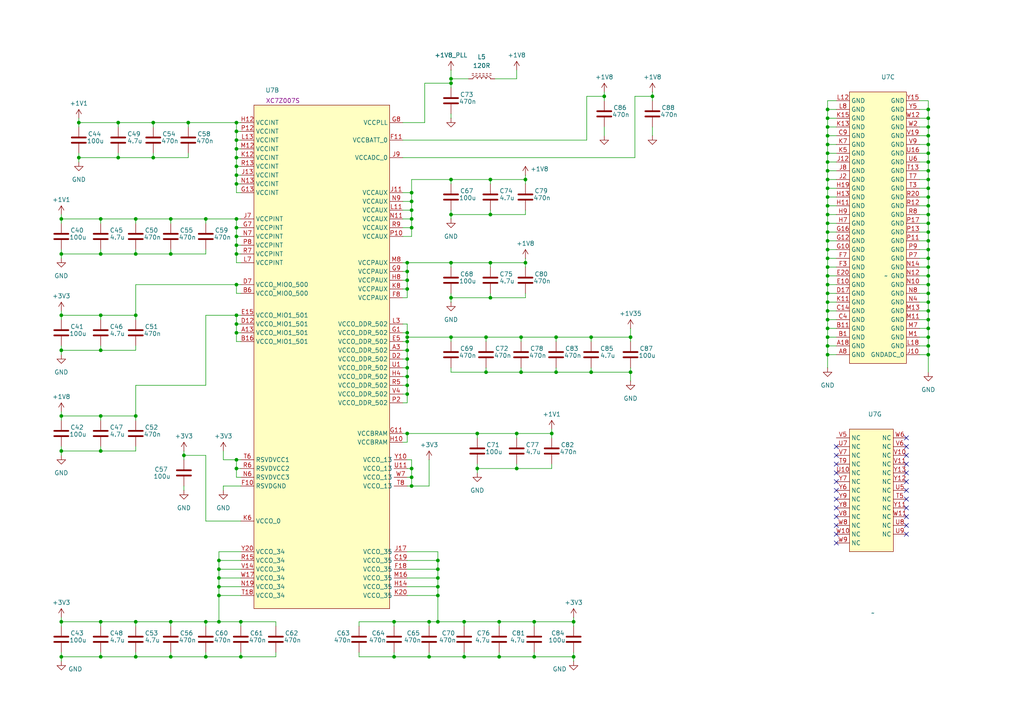
<source format=kicad_sch>
(kicad_sch (version 20250114) (generator "eeschema") (generator_version "9.0")
  (paper "A4")
  (title_block (title "ZYNQ POWER AND DECOUPLING") (date "2025-10-06") (rev "A") (company "GHM"))
  (lib_symbols
    (symbol "Device:C" (pin_numbers (hide yes)) (pin_names (offset 0.254))
      (property "Reference" "C" (at 0.635 2.54 0))
      (property "Value" "C" (at 0.635 -2.54 0))
      (symbol "C_1_1"
        (pin passive line (at 0 3.81 270) (length 2.794) (name "~") (number "1"))
        (pin passive line (at 0 -3.81 90) (length 2.794) (name "~") (number "2"))
      )
    )
    (symbol "Device:L_Ferrite" (pin_numbers (hide yes)) (pin_names (offset 1.016) (hide yes))
      (property "Reference" "L" (at -1.27 0 90))
      (property "Value" "L_Ferrite" (at 2.794 0 90))
      (symbol "L_Ferrite_1_1"
        (pin passive line (at 0 3.81 270) (length 1.27) (name "1") (number "1"))
        (pin passive line (at 0 -3.81 90) (length 1.27) (name "2") (number "2"))
      )
    )
    (symbol "XC7Z010-2CLG400I_1"
      (property "Reference" "U7" (at 3.302 4.318 0))
      (property "Value" "~" (at 5.334 -53.34 0))
      (symbol "XC7Z010-2CLG400I_1_1_0"
        (pin unspecified line (at -3.81 -2.54 0) (length 3.81) (name "TDI_0") (number "G6"))
        (pin unspecified line (at -3.81 -5.08 0) (length 3.81) (name "TDO_0") (number "F6"))
        (pin unspecified line (at -3.81 -7.62 0) (length 3.81) (name "TCK_0") (number "F9"))
        (pin unspecified line (at -3.81 -10.16 0) (length 3.81) (name "TMS_0") (number "J6"))
        (pin unspecified line (at -3.81 -13.97 0) (length 3.81) (name "DONE_0") (number "R11"))
        (pin unspecified line (at -3.81 -16.51 0) (length 3.81) (name "INIT_B_0") (number "R10"))
        (pin unspecified line (at -3.81 -20.32 0) (length 3.81) (name "PROGRAM_B_0") (number "L6"))
        (pin unspecified line (at -3.81 -22.86 0) (length 3.81) (name "CFGBVS_0") (number "M6"))
        (pin unspecified line (at -3.81 -26.67 0) (length 3.81) (name "VP_0") (number "K9"))
        (pin unspecified line (at -3.81 -29.21 0) (length 3.81) (name "VN_0") (number "L10"))
        (pin unspecified line (at -3.81 -33.02 0) (length 3.81) (name "VREFP_0") (number "L9"))
        (pin unspecified line (at -3.81 -35.56 0) (length 3.81) (name "VREFN_0") (number "K10"))
        (pin unspecified line (at -3.81 -39.37 0) (length 3.81) (name "DXP_0") (number "M9"))
        (pin unspecified line (at -3.81 -41.91 0) (length 3.81) (name "DXN_0") (number "M10"))
      )
      (symbol "XC7Z010-2CLG400I_1_2_0"
        (pin unspecified line (at -3.81 -5.08 0) (length 3.81) (name "VCCINT") (number "H12"))
        (pin unspecified line (at -3.81 -7.62 0) (length 3.81) (name "VCCINT") (number "P12"))
        (pin unspecified line (at -3.81 -10.16 0) (length 3.81) (name "VCCINT") (number "L13"))
        (pin unspecified line (at -3.81 -12.7 0) (length 3.81) (name "VCCINT") (number "M12"))
        (pin unspecified line (at -3.81 -15.24 0) (length 3.81) (name "VCCINT") (number "K12"))
        (pin unspecified line (at -3.81 -17.78 0) (length 3.81) (name "VCCINT") (number "R13"))
        (pin unspecified line (at -3.81 -20.32 0) (length 3.81) (name "VCCINT") (number "J13"))
        (pin unspecified line (at -3.81 -22.86 0) (length 3.81) (name "VCCINT") (number "N13"))
        (pin unspecified line (at -3.81 -25.4 0) (length 3.81) (name "VCCINT") (number "G13"))
        (pin unspecified line (at -3.81 -33.02 0) (length 3.81) (name "VCCPINT") (number "J7"))
        (pin unspecified line (at -3.81 -35.56 0) (length 3.81) (name "VCCPINT") (number "G7"))
        (pin unspecified line (at -3.81 -38.1 0) (length 3.81) (name "VCCPINT") (number "N7"))
        (pin unspecified line (at -3.81 -40.64 0) (length 3.81) (name "VCCPINT") (number "P8"))
        (pin unspecified line (at -3.81 -43.18 0) (length 3.81) (name "VCCPINT") (number "R7"))
        (pin unspecified line (at -3.81 -45.72 0) (length 3.81) (name "VCCPINT") (number "L7"))
        (pin unspecified line (at -3.81 -52.07 0) (length 3.81) (name "VCCO_MIO0_500") (number "D7"))
        (pin unspecified line (at -3.81 -54.61 0) (length 3.81) (name "VCCO_MIO0_500") (number "B6"))
        (pin unspecified line (at -3.81 -60.96 0) (length 3.81) (name "VCCO_MIO1_501") (number "E15"))
        (pin unspecified line (at -3.81 -63.5 0) (length 3.81) (name "VCCO_MIO1_501") (number "D12"))
        (pin unspecified line (at -3.81 -66.04 0) (length 3.81) (name "VCCO_MIO1_501") (number "A13"))
        (pin unspecified line (at -3.81 -68.58 0) (length 3.81) (name "VCCO_MIO1_501") (number "B16"))
        (pin unspecified line (at -3.81 -102.87 0) (length 3.81) (name "RSVDVCC1") (number "T6"))
        (pin unspecified line (at -3.81 -105.41 0) (length 3.81) (name "RSVDVCC2") (number "R6"))
        (pin unspecified line (at -3.81 -107.95 0) (length 3.81) (name "RSVDVCC3") (number "N6"))
        (pin unspecified line (at -3.81 -110.49 0) (length 3.81) (name "RSVDGND") (number "F10"))
        (pin unspecified line (at -3.81 -120.65 0) (length 3.81) (name "VCCO_0") (number "K6"))
        (pin unspecified line (at -3.81 -129.54 0) (length 3.81) (name "VCCO_34") (number "Y20"))
        (pin unspecified line (at -3.81 -132.08 0) (length 3.81) (name "VCCO_34") (number "R15"))
        (pin unspecified line (at -3.81 -134.62 0) (length 3.81) (name "VCCO_34") (number "V14"))
        (pin unspecified line (at -3.81 -137.16 0) (length 3.81) (name "VCCO_34") (number "W17"))
        (pin unspecified line (at -3.81 -139.7 0) (length 3.81) (name "VCCO_34") (number "N19"))
        (pin unspecified line (at -3.81 -142.24 0) (length 3.81) (name "VCCO_34") (number "T18"))
        (pin unspecified line (at 43.18 -5.08 180) (length 3.81) (name "VCCPLL") (number "G8"))
        (pin unspecified line (at 43.18 -10.16 180) (length 3.81) (name "VCCBATT_0") (number "F11"))
        (pin unspecified line (at 43.18 -15.24 180) (length 3.81) (name "VCCADC_0") (number "J9"))
        (pin unspecified line (at 43.18 -25.4 180) (length 3.81) (name "VCCAUX") (number "J11"))
        (pin unspecified line (at 43.18 -27.94 180) (length 3.81) (name "VCCAUX") (number "N9"))
        (pin unspecified line (at 43.18 -30.48 180) (length 3.81) (name "VCCAUX") (number "L11"))
        (pin unspecified line (at 43.18 -33.02 180) (length 3.81) (name "VCCAUX") (number "N11"))
        (pin unspecified line (at 43.18 -35.56 180) (length 3.81) (name "VCCAUX") (number "R9"))
        (pin unspecified line (at 43.18 -38.1 180) (length 3.81) (name "VCCAUX") (number "P10"))
        (pin unspecified line (at 43.18 -45.72 180) (length 3.81) (name "VCCPAUX") (number "M8"))
        (pin unspecified line (at 43.18 -48.26 180) (length 3.81) (name "VCCPAUX") (number "G9"))
        (pin unspecified line (at 43.18 -50.8 180) (length 3.81) (name "VCCPAUX") (number "H8"))
        (pin unspecified line (at 43.18 -53.34 180) (length 3.81) (name "VCCPAUX") (number "K8"))
        (pin unspecified line (at 43.18 -55.88 180) (length 3.81) (name "VCCPAUX") (number "F8"))
        (pin unspecified line (at 43.18 -63.5 180) (length 3.81) (name "VCCO_DDR_502") (number "L3"))
        (pin unspecified line (at 43.18 -66.04 180) (length 3.81) (name "VCCO_DDR_502") (number "G1"))
        (pin unspecified line (at 43.18 -68.58 180) (length 3.81) (name "VCCO_DDR_502") (number "E5"))
        (pin unspecified line (at 43.18 -71.12 180) (length 3.81) (name "VCCO_DDR_502") (number "A3"))
        (pin unspecified line (at 43.18 -73.66 180) (length 3.81) (name "VCCO_DDR_502") (number "D2"))
        (pin unspecified line (at 43.18 -76.2 180) (length 3.81) (name "VCCO_DDR_502") (number "U1"))
        (pin unspecified line (at 43.18 -78.74 180) (length 3.81) (name "VCCO_DDR_502") (number "H4"))
        (pin unspecified line (at 43.18 -81.28 180) (length 3.81) (name "VCCO_DDR_502") (number "R5"))
        (pin unspecified line (at 43.18 -83.82 180) (length 3.81) (name "VCCO_DDR_502") (number "V4"))
        (pin unspecified line (at 43.18 -86.36 180) (length 3.81) (name "VCCO_DDR_502") (number "P2"))
        (pin unspecified line (at 43.18 -95.25 180) (length 3.81) (name "VCCBRAM") (number "G11"))
        (pin unspecified line (at 43.18 -97.79 180) (length 3.81) (name "VCCBRAM") (number "H10"))
        (pin unspecified line (at 44.45 -102.87 180) (length 3.81) (name "VCCO_13") (number "Y10"))
        (pin unspecified line (at 44.45 -105.41 180) (length 3.81) (name "VCCO_13") (number "U11"))
        (pin unspecified line (at 44.45 -107.95 180) (length 3.81) (name "VCCO_13") (number "W7"))
        (pin unspecified line (at 44.45 -110.49 180) (length 3.81) (name "VCCO_13") (number "T8"))
        (pin unspecified line (at 44.45 -129.54 180) (length 3.81) (name "VCCO_35") (number "J17"))
        (pin unspecified line (at 44.45 -132.08 180) (length 3.81) (name "VCCO_35") (number "C19"))
        (pin unspecified line (at 44.45 -134.62 180) (length 3.81) (name "VCCO_35") (number "F18"))
        (pin unspecified line (at 44.45 -137.16 180) (length 3.81) (name "VCCO_35") (number "M16"))
        (pin unspecified line (at 44.45 -139.7 180) (length 3.81) (name "VCCO_35") (number "H14"))
        (pin unspecified line (at 44.45 -142.24 180) (length 3.81) (name "VCCO_35") (number "K20"))
      )
      (symbol "XC7Z010-2CLG400I_1_3_0"
        (pin unspecified line (at -3.81 -2.54 0) (length 3.81) (name "GND") (number "Y15"))
        (pin unspecified line (at -3.81 -5.08 0) (length 3.81) (name "GND") (number "Y5"))
        (pin unspecified line (at -3.81 -7.62 0) (length 3.81) (name "GND") (number "W12"))
        (pin unspecified line (at -3.81 -10.16 0) (length 3.81) (name "GND") (number "W2"))
        (pin unspecified line (at -3.81 -12.7 0) (length 3.81) (name "GND") (number "V19"))
        (pin unspecified line (at -3.81 -15.24 0) (length 3.81) (name "GND") (number "V9"))
        (pin unspecified line (at -3.81 -17.78 0) (length 3.81) (name "GND") (number "U16"))
        (pin unspecified line (at -3.81 -20.32 0) (length 3.81) (name "GND") (number "U6"))
        (pin unspecified line (at -3.81 -22.86 0) (length 3.81) (name "GND") (number "T13"))
        (pin unspecified line (at -3.81 -25.4 0) (length 3.81) (name "GND") (number "T7"))
        (pin unspecified line (at -3.81 -27.94 0) (length 3.81) (name "GND") (number "T3"))
        (pin unspecified line (at -3.81 -30.48 0) (length 3.81) (name "GND") (number "R20"))
        (pin unspecified line (at -3.81 -33.02 0) (length 3.81) (name "GND") (number "R12"))
        (pin unspecified line (at -3.81 -35.56 0) (length 3.81) (name "GND") (number "R8"))
        (pin unspecified line (at -3.81 -38.1 0) (length 3.81) (name "GND") (number "P17"))
        (pin unspecified line (at -3.81 -40.64 0) (length 3.81) (name "GND") (number "P13"))
        (pin unspecified line (at -3.81 -43.18 0) (length 3.81) (name "GND") (number "P11"))
        (pin unspecified line (at -3.81 -45.72 0) (length 3.81) (name "GND") (number "P9"))
        (pin unspecified line (at -3.81 -48.26 0) (length 3.81) (name "GND") (number "P7"))
        (pin unspecified line (at -3.81 -50.8 0) (length 3.81) (name "GND") (number "N14"))
        (pin unspecified line (at -3.81 -53.34 0) (length 3.81) (name "GND") (number "N12"))
        (pin unspecified line (at -3.81 -55.88 0) (length 3.81) (name "GND") (number "N10"))
        (pin unspecified line (at -3.81 -58.42 0) (length 3.81) (name "GND") (number "N8"))
        (pin unspecified line (at -3.81 -60.96 0) (length 3.81) (name "GND") (number "N4"))
        (pin unspecified line (at -3.81 -63.5 0) (length 3.81) (name "GND") (number "M13"))
        (pin unspecified line (at -3.81 -66.04 0) (length 3.81) (name "GND") (number "M11"))
        (pin unspecified line (at -3.81 -68.58 0) (length 3.81) (name "GND") (number "M7"))
        (pin unspecified line (at -3.81 -71.12 0) (length 3.81) (name "GND") (number "M1"))
        (pin unspecified line (at -3.81 -73.66 0) (length 3.81) (name "GND") (number "L18"))
        (pin unspecified line (at -3.81 -76.2 0) (length 3.81) (name "GNDADC_0") (number "J10"))
        (pin unspecified line (at 20.32 -2.54 180) (length 3.81) (name "GND") (number "L12"))
        (pin unspecified line (at 20.32 -5.08 180) (length 3.81) (name "GND") (number "L8"))
        (pin unspecified line (at 20.32 -7.62 180) (length 3.81) (name "GND") (number "K15"))
        (pin unspecified line (at 20.32 -10.16 180) (length 3.81) (name "GND") (number "K13"))
        (pin unspecified line (at 20.32 -12.7 180) (length 3.81) (name "GND") (number "C9"))
        (pin unspecified line (at 20.32 -15.24 180) (length 3.81) (name "GND") (number "K7"))
        (pin unspecified line (at 20.32 -17.78 180) (length 3.81) (name "GND") (number "K5"))
        (pin unspecified line (at 20.32 -20.32 180) (length 3.81) (name "GND") (number "J12"))
        (pin unspecified line (at 20.32 -22.86 180) (length 3.81) (name "GND") (number "J8"))
        (pin unspecified line (at 20.32 -25.4 180) (length 3.81) (name "GND") (number "J2"))
        (pin unspecified line (at 20.32 -27.94 180) (length 3.81) (name "GND") (number "H19"))
        (pin unspecified line (at 20.32 -30.48 180) (length 3.81) (name "GND") (number "H13"))
        (pin unspecified line (at 20.32 -33.02 180) (length 3.81) (name "GND") (number "H11"))
        (pin unspecified line (at 20.32 -35.56 180) (length 3.81) (name "GND") (number "H9"))
        (pin unspecified line (at 20.32 -38.1 180) (length 3.81) (name "GND") (number "H7"))
        (pin unspecified line (at 20.32 -40.64 180) (length 3.81) (name "GND") (number "G16"))
        (pin unspecified line (at 20.32 -43.18 180) (length 3.81) (name "GND") (number "G12"))
        (pin unspecified line (at 20.32 -45.72 180) (length 3.81) (name "GND") (number "G10"))
        (pin unspecified line (at 20.32 -48.26 180) (length 3.81) (name "GND") (number "F7"))
        (pin unspecified line (at 20.32 -50.8 180) (length 3.81) (name "GND") (number "F3"))
        (pin unspecified line (at 20.32 -53.34 180) (length 3.81) (name "GND") (number "E20"))
        (pin unspecified line (at 20.32 -55.88 180) (length 3.81) (name "GND") (number "E10"))
        (pin unspecified line (at 20.32 -58.42 180) (length 3.81) (name "GND") (number "D17"))
        (pin unspecified line (at 20.32 -60.96 180) (length 3.81) (name "GND") (number "K11"))
        (pin unspecified line (at 20.32 -63.5 180) (length 3.81) (name "GND") (number "C14"))
        (pin unspecified line (at 20.32 -66.04 180) (length 3.81) (name "GND") (number "C4"))
        (pin unspecified line (at 20.32 -68.58 180) (length 3.81) (name "GND") (number "B11"))
        (pin unspecified line (at 20.32 -71.12 180) (length 3.81) (name "GND") (number "B1"))
        (pin unspecified line (at 20.32 -73.66 180) (length 3.81) (name "GND") (number "A18"))
        (pin unspecified line (at 20.32 -76.2 180) (length 3.81) (name "GND") (number "A8"))
      )
      (symbol "XC7Z010-2CLG400I_1_4_0"
        (pin unspecified line (at -3.81 -12.7 0) (length 3.81) (name "PS_DDR_DQ0_502") (number "C3"))
        (pin unspecified line (at -3.81 -15.24 0) (length 3.81) (name "PS_DDR_DQ1_502") (number "B3"))
        (pin unspecified line (at -3.81 -17.78 0) (length 3.81) (name "PS_DDR_DQ2_502") (number "A2"))
        (pin unspecified line (at -3.81 -20.32 0) (length 3.81) (name "PS_DDR_DQ3_502") (number "A4"))
        (pin unspecified line (at -3.81 -22.86 0) (length 3.81) (name "PS_DDR_DQ4_502") (number "D3"))
        (pin unspecified line (at -3.81 -25.4 0) (length 3.81) (name "PS_DDR_DQ5_502") (number "D1"))
        (pin unspecified line (at -3.81 -27.94 0) (length 3.81) (name "PS_DDR_DQ6_502") (number "C1"))
        (pin unspecified line (at -3.81 -30.48 0) (length 3.81) (name "PS_DDR_DQ7_502") (number "E1"))
        (pin unspecified line (at -3.81 -33.02 0) (length 3.81) (name "PS_DDR_DQ8_502") (number "E2"))
        (pin unspecified line (at -3.81 -35.56 0) (length 3.81) (name "PS_DDR_DQ9_502") (number "E3"))
        (pin unspecified line (at -3.81 -38.1 0) (length 3.81) (name "PS_DDR_DQ10_502") (number "G3"))
        (pin unspecified line (at -3.81 -40.64 0) (length 3.81) (name "PS_DDR_DQ11_502") (number "H3"))
        (pin unspecified line (at -3.81 -43.18 0) (length 3.81) (name "PS_DDR_DQ12_502") (number "J3"))
        (pin unspecified line (at -3.81 -45.72 0) (length 3.81) (name "PS_DDR_DQ13_502") (number "H2"))
        (pin unspecified line (at -3.81 -48.26 0) (length 3.81) (name "PS_DDR_DQ14_502") (number "H1"))
        (pin unspecified line (at -3.81 -50.8 0) (length 3.81) (name "PS_DDR_DQ15_502") (number "J1"))
        (pin unspecified line (at -3.81 -53.34 0) (length 3.81) (name "PS_DDR_DQ16_502") (number "P1"))
        (pin unspecified line (at -3.81 -55.88 0) (length 3.81) (name "PS_DDR_DQ17_502") (number "P3"))
        (pin unspecified line (at -3.81 -58.42 0) (length 3.81) (name "PS_DDR_DQ18_502") (number "R3"))
        (pin unspecified line (at -3.81 -60.96 0) (length 3.81) (name "PS_DDR_DQ19_502") (number "R1"))
        (pin unspecified line (at -3.81 -63.5 0) (length 3.81) (name "PS_DDR_DQ20_502") (number "T4"))
        (pin unspecified line (at -3.81 -66.04 0) (length 3.81) (name "PS_DDR_DQ21_502") (number "U4"))
        (pin unspecified line (at -3.81 -68.58 0) (length 3.81) (name "PS_DDR_DQ22_502") (number "U2"))
        (pin unspecified line (at -3.81 -71.12 0) (length 3.81) (name "PS_DDR_DQ23_502") (number "U3"))
        (pin unspecified line (at -3.81 -73.66 0) (length 3.81) (name "PS_DDR_DQ24_502") (number "V1"))
        (pin unspecified line (at -3.81 -76.2 0) (length 3.81) (name "PS_DDR_DQ25_502") (number "Y3"))
        (pin unspecified line (at -3.81 -78.74 0) (length 3.81) (name "PS_DDR_DQ26_502") (number "W1"))
        (pin unspecified line (at -3.81 -81.28 0) (length 3.81) (name "PS_DDR_DQ27_502") (number "Y4"))
        (pin unspecified line (at -3.81 -83.82 0) (length 3.81) (name "PS_DDR_DQ28_502") (number "Y2"))
        (pin unspecified line (at -3.81 -86.36 0) (length 3.81) (name "PS_DDR_DQ29_502") (number "W3"))
        (pin unspecified line (at -3.81 -88.9 0) (length 3.81) (name "PS_DDR_DQ30_502") (number "V2"))
        (pin unspecified line (at -3.81 -91.44 0) (length 3.81) (name "PS_DDR_DQ31_502") (number "V3"))
        (pin unspecified line (at -3.81 -100.33 0) (length 3.81) (name "PS_DDR_DM0_502") (number "A1"))
        (pin unspecified line (at -3.81 -102.87 0) (length 3.81) (name "PS_DDR_DM1_502") (number "F1"))
        (pin unspecified line (at -3.81 -105.41 0) (length 3.81) (name "PS_DDR_DM2_502") (number "T1"))
        (pin unspecified line (at -3.81 -107.95 0) (length 3.81) (name "PS_DDR_DM3_502") (number "Y1"))
        (pin unspecified line (at -3.81 -114.3 0) (length 3.81) (name "PS_DDR_DQS_P0_502") (number "C2"))
        (pin unspecified line (at -3.81 -116.84 0) (length 3.81) (name "PS_DDR_DQS_N0_502") (number "B2"))
        (pin unspecified line (at -3.81 -121.92 0) (length 3.81) (name "PS_DDR_DQS_P1_502") (number "G2"))
        (pin unspecified line (at -3.81 -124.46 0) (length 3.81) (name "PS_DDR_DQS_N1_502") (number "F2"))
        (pin unspecified line (at -3.81 -129.54 0) (length 3.81) (name "PS_DDR_DQS_P2_502") (number "R2"))
        (pin unspecified line (at -3.81 -132.08 0) (length 3.81) (name "PS_DDR_DQS_N2_502") (number "T2"))
        (pin unspecified line (at -3.81 -137.16 0) (length 3.81) (name "PS_DDR_DQS_N3_502") (number "W4"))
        (pin unspecified line (at -3.81 -139.7 0) (length 3.81) (name "PS_DDR_DQS_P3_502") (number "W5"))
        (pin unspecified line (at 59.69 -13.97 180) (length 3.81) (name "PS_DDR_CKP_502") (number "L2"))
        (pin unspecified line (at 59.69 -16.51 180) (length 3.81) (name "PS_DDR_CKN_502") (number "M2"))
        (pin unspecified line (at 59.69 -19.05 180) (length 3.81) (name "PS_DDR_CKE_502") (number "N3"))
        (pin unspecified line (at 59.69 -25.4 180) (length 3.81) (name "PS_DDR_CS_B_502") (number "N1"))
        (pin unspecified line (at 59.69 -27.94 180) (length 3.81) (name "PS_DDR_RAS_B_502") (number "P4"))
        (pin unspecified line (at 59.69 -30.48 180) (length 3.81) (name "PS_DDR_CAS_B_502") (number "P5"))
        (pin unspecified line (at 59.69 -33.02 180) (length 3.81) (name "PS_DDR_WE_B_502") (number "M5"))
        (pin unspecified line (at 59.69 -39.37 180) (length 3.81) (name "PS_DDR_BA0_502") (number "L5"))
        (pin unspecified line (at 59.69 -41.91 180) (length 3.81) (name "PS_DDR_BA1_502") (number "R4"))
        (pin unspecified line (at 59.69 -44.45 180) (length 3.81) (name "PS_DDR_BA2_502") (number "J5"))
        (pin unspecified line (at 59.69 -52.07 180) (length 3.81) (name "PS_DDR_A0_502") (number "N2"))
        (pin unspecified line (at 59.69 -54.61 180) (length 3.81) (name "PS_DDR_A1_502") (number "K2"))
        (pin unspecified line (at 59.69 -57.15 180) (length 3.81) (name "PS_DDR_A2_502") (number "M3"))
        (pin unspecified line (at 59.69 -59.69 180) (length 3.81) (name "PS_DDR_A3_502") (number "K3"))
        (pin unspecified line (at 59.69 -62.23 180) (length 3.81) (name "PS_DDR_A4_502") (number "M4"))
        (pin unspecified line (at 59.69 -64.77 180) (length 3.81) (name "PS_DDR_A5_502") (number "L1"))
        (pin unspecified line (at 59.69 -67.31 180) (length 3.81) (name "PS_DDR_A6_502") (number "L4"))
        (pin unspecified line (at 59.69 -69.85 180) (length 3.81) (name "PS_DDR_A7_502") (number "K4"))
        (pin unspecified line (at 59.69 -72.39 180) (length 3.81) (name "PS_DDR_A8_502") (number "K1"))
        (pin unspecified line (at 59.69 -74.93 180) (length 3.81) (name "PS_DDR_A9_502") (number "J4"))
        (pin unspecified line (at 59.69 -77.47 180) (length 3.81) (name "PS_DDR_A10_502") (number "F5"))
        (pin unspecified line (at 59.69 -80.01 180) (length 3.81) (name "PS_DDR_A11_502") (number "G4"))
        (pin unspecified line (at 59.69 -82.55 180) (length 3.81) (name "PS_DDR_A12_502") (number "E4"))
        (pin unspecified line (at 59.69 -85.09 180) (length 3.81) (name "PS_DDR_A13_502") (number "D4"))
        (pin unspecified line (at 59.69 -87.63 180) (length 3.81) (name "PS_DDR_A14_502") (number "F4"))
        (pin unspecified line (at 59.69 -95.25 180) (length 3.81) (name "PS_DDR_ODT_502") (number "N5"))
        (pin unspecified line (at 59.69 -97.79 180) (length 3.81) (name "PS_DDR_DRST_B_502") (number "B4"))
        (pin unspecified line (at 60.96 -111.76 180) (length 3.81) (name "PS_DDR_VRN_502") (number "G5"))
        (pin unspecified line (at 60.96 -114.3 180) (length 3.81) (name "PS_DDR_VRP_502") (number "H5"))
        (pin unspecified line (at 60.96 -121.92 180) (length 3.81) (name "PS_DDR_VREF0_502") (number "H6"))
        (pin unspecified line (at 60.96 -124.46 180) (length 3.81) (name "PS_DDR_VREF1_502") (number "P6"))
      )
      (symbol "XC7Z010-2CLG400I_1_5_0"
        (pin unspecified line (at -1.27 0 0) (length 3.81) (name "IO_0_34") (number "R19"))
        (pin unspecified line (at -1.27 -2.54 0) (length 3.81) (name "IO_L1P_T0_34") (number "T11"))
        (pin unspecified line (at -1.27 -5.08 0) (length 3.81) (name "IO_L1N_T0_34") (number "T10"))
        (pin unspecified line (at -1.27 -7.62 0) (length 3.81) (name "IO_L2P_T0_34") (number "T12"))
        (pin unspecified line (at -1.27 -10.16 0) (length 3.81) (name "IO_L2N_T0_34") (number "U12"))
        (pin unspecified line (at -1.27 -12.7 0) (length 3.81) (name "IO_L3P_T0_DQS_PUDC_B_34") (number "U13"))
        (pin unspecified line (at -1.27 -15.24 0) (length 3.81) (name "IO_L3N_T0_DQS_34") (number "V13"))
        (pin unspecified line (at -1.27 -17.78 0) (length 3.81) (name "IO_L4P_T0_34") (number "V12"))
        (pin unspecified line (at -1.27 -20.32 0) (length 3.81) (name "IO_L4N_T0_34") (number "W13"))
        (pin unspecified line (at -1.27 -22.86 0) (length 3.81) (name "IO_L5P_T0_34") (number "T14"))
        (pin unspecified line (at -1.27 -25.4 0) (length 3.81) (name "IO_L5N_T0_34") (number "T15"))
        (pin unspecified line (at -1.27 -27.94 0) (length 3.81) (name "IO_L6P_T0_34") (number "P14"))
        (pin unspecified line (at -1.27 -30.48 0) (length 3.81) (name "IO_L6N_T0_VREF_34") (number "R14"))
        (pin unspecified line (at -1.27 -33.02 0) (length 3.81) (name "IO_L7P_T1_34") (number "Y16"))
        (pin unspecified line (at -1.27 -35.56 0) (length 3.81) (name "IO_L7N_T1_34") (number "Y17"))
        (pin unspecified line (at -1.27 -38.1 0) (length 3.81) (name "IO_L8P_T1_34") (number "W14"))
        (pin unspecified line (at -1.27 -40.64 0) (length 3.81) (name "IO_L8N_T1_34") (number "Y14"))
        (pin unspecified line (at -1.27 -43.18 0) (length 3.81) (name "IO_L9P_T1_DQS_34") (number "T16"))
        (pin unspecified line (at -1.27 -45.72 0) (length 3.81) (name "IO_L9N_T1_DQS_34") (number "U17"))
        (pin unspecified line (at -1.27 -48.26 0) (length 3.81) (name "IO_L10P_T1_34") (number "V15"))
        (pin unspecified line (at -1.27 -50.8 0) (length 3.81) (name "IO_L10N_T1_34") (number "W15"))
        (pin unspecified line (at -1.27 -53.34 0) (length 3.81) (name "IO_L11P_T1_SRCC_34") (number "U14"))
        (pin unspecified line (at -1.27 -55.88 0) (length 3.81) (name "IO_L11N_T1_SRCC_34") (number "U15"))
        (pin unspecified line (at -1.27 -58.42 0) (length 3.81) (name "IO_L12P_T1_MRCC_34") (number "U18"))
        (pin unspecified line (at -1.27 -60.96 0) (length 3.81) (name "IO_L12N_T1_MRCC_34") (number "U19"))
        (pin unspecified line (at -1.27 -63.5 0) (length 3.81) (name "IO_L13P_T2_MRCC_34") (number "N18"))
        (pin unspecified line (at -1.27 -66.04 0) (length 3.81) (name "IO_L13N_T2_MRCC_34") (number "P19"))
        (pin unspecified line (at -1.27 -68.58 0) (length 3.81) (name "IO_L14P_T2_SRCC_34") (number "N20"))
        (pin unspecified line (at -1.27 -71.12 0) (length 3.81) (name "IO_L14N_T2_SRCC_34") (number "P20"))
        (pin unspecified line (at -1.27 -73.66 0) (length 3.81) (name "IO_L15P_T2_DQS_34") (number "T20"))
        (pin unspecified line (at -1.27 -76.2 0) (length 3.81) (name "IO_L15N_T2_DQS_34") (number "U20"))
        (pin unspecified line (at -1.27 -78.74 0) (length 3.81) (name "IO_L16P_T2_34") (number "V20"))
        (pin unspecified line (at -1.27 -81.28 0) (length 3.81) (name "IO_L16N_T2_34") (number "W20"))
        (pin unspecified line (at -1.27 -83.82 0) (length 3.81) (name "IO_L17P_T2_34") (number "Y18"))
        (pin unspecified line (at -1.27 -86.36 0) (length 3.81) (name "IO_L17N_T2_34") (number "Y19"))
        (pin unspecified line (at -1.27 -88.9 0) (length 3.81) (name "IO_L18P_T2_34") (number "V16"))
        (pin unspecified line (at -1.27 -91.44 0) (length 3.81) (name "IO_L18N_T2_34") (number "W16"))
        (pin unspecified line (at -1.27 -93.98 0) (length 3.81) (name "IO_L19P_T3_34") (number "R16"))
        (pin unspecified line (at -1.27 -96.52 0) (length 3.81) (name "IO_L19N_T3_VREF_34") (number "R17"))
        (pin unspecified line (at -1.27 -99.06 0) (length 3.81) (name "IO_L20P_T3_34") (number "T17"))
        (pin unspecified line (at -1.27 -101.6 0) (length 3.81) (name "IO_L20N_T3_34") (number "R18"))
        (pin unspecified line (at -1.27 -104.14 0) (length 3.81) (name "IO_L21P_T3_DQS_34") (number "V17"))
        (pin unspecified line (at -1.27 -106.68 0) (length 3.81) (name "IO_L21N_T3_DQS_34") (number "V18"))
        (pin unspecified line (at -1.27 -109.22 0) (length 3.81) (name "IO_L22P_T3_34") (number "W18"))
        (pin unspecified line (at -1.27 -111.76 0) (length 3.81) (name "IO_L22N_T3_34") (number "W19"))
        (pin unspecified line (at -1.27 -114.3 0) (length 3.81) (name "IO_L23P_T3_34") (number "N17"))
        (pin unspecified line (at -1.27 -116.84 0) (length 3.81) (name "IO_L23N_T3_34") (number "P18"))
        (pin unspecified line (at -1.27 -119.38 0) (length 3.81) (name "IO_L24P_T3_34") (number "P15"))
        (pin unspecified line (at -1.27 -121.92 0) (length 3.81) (name "IO_L24N_T3_34") (number "P16"))
        (pin unspecified line (at -1.27 -124.46 0) (length 3.81) (name "IO_25_34") (number "T19"))
        (pin unspecified line (at 63.5 0 180) (length 3.81) (name "IO_0_35") (number "G14"))
        (pin unspecified line (at 63.5 -2.54 180) (length 3.81) (name "IO_L1P_T0_AD0P_35") (number "C20"))
        (pin unspecified line (at 63.5 -5.08 180) (length 3.81) (name "IO_L1N_T0_AD0N_35") (number "B20"))
        (pin unspecified line (at 63.5 -7.62 180) (length 3.81) (name "IO_L2P_T0_AD8P_35") (number "B19"))
        (pin unspecified line (at 63.5 -10.16 180) (length 3.81) (name "IO_L2N_T0_AD8N_35") (number "A20"))
        (pin unspecified line (at 63.5 -12.7 180) (length 3.81) (name "IO_L3P_T0_DQS_AD1P_35") (number "E17"))
        (pin unspecified line (at 63.5 -15.24 180) (length 3.81) (name "IO_L3N_T0_DQS_AD1N_35") (number "D18"))
        (pin unspecified line (at 63.5 -17.78 180) (length 3.81) (name "IO_L4P_T0_35") (number "D19"))
        (pin unspecified line (at 63.5 -20.32 180) (length 3.81) (name "IO_L4N_T0_35") (number "D20"))
        (pin unspecified line (at 63.5 -22.86 180) (length 3.81) (name "IO_L5P_T0_AD9P_35") (number "E18"))
        (pin unspecified line (at 63.5 -25.4 180) (length 3.81) (name "IO_L5N_T0_AD9N_35") (number "E19"))
        (pin unspecified line (at 63.5 -27.94 180) (length 3.81) (name "IO_L6P_T0_35") (number "F16"))
        (pin unspecified line (at 63.5 -30.48 180) (length 3.81) (name "IO_L6N_T0_VREF_35") (number "F17"))
        (pin unspecified line (at 63.5 -33.02 180) (length 3.81) (name "IO_L7P_T1_AD2P_35") (number "M19"))
        (pin unspecified line (at 63.5 -35.56 180) (length 3.81) (name "IO_L7N_T1_AD2N_35") (number "M20"))
        (pin unspecified line (at 63.5 -38.1 180) (length 3.81) (name "IO_L8P_T1_AD10P_35") (number "M17"))
        (pin unspecified line (at 63.5 -40.64 180) (length 3.81) (name "IO_L8N_T1_AD10N_35") (number "M18"))
        (pin unspecified line (at 63.5 -43.18 180) (length 3.81) (name "IO_L9P_T1_DQS_AD3P_35") (number "L19"))
        (pin unspecified line (at 63.5 -45.72 180) (length 3.81) (name "IO_L9N_T1_DQS_AD3N_35") (number "L20"))
        (pin unspecified line (at 63.5 -48.26 180) (length 3.81) (name "IO_L10P_T1_AD11P_35") (number "K19"))
        (pin unspecified line (at 63.5 -50.8 180) (length 3.81) (name "IO_L10N_T1_AD11N_35") (number "J19"))
        (pin unspecified line (at 63.5 -53.34 180) (length 3.81) (name "IO_L11P_T1_SRCC_35") (number "L16"))
        (pin unspecified line (at 63.5 -55.88 180) (length 3.81) (name "IO_L11N_T1_SRCC_35") (number "L17"))
        (pin unspecified line (at 63.5 -58.42 180) (length 3.81) (name "IO_L12P_T1_MRCC_35") (number "K17"))
        (pin unspecified line (at 63.5 -60.96 180) (length 3.81) (name "IO_L12N_T1_MRCC_35") (number "K18"))
        (pin unspecified line (at 63.5 -63.5 180) (length 3.81) (name "IO_L13P_T2_MRCC_35") (number "H16"))
        (pin unspecified line (at 63.5 -66.04 180) (length 3.81) (name "IO_L13N_T2_MRCC_35") (number "H17"))
        (pin unspecified line (at 63.5 -68.58 180) (length 3.81) (name "IO_L14P_T2_AD4P_SRCC_35") (number "J18"))
        (pin unspecified line (at 63.5 -71.12 180) (length 3.81) (name "IO_L14N_T2_AD4N_SRCC_35") (number "H18"))
        (pin unspecified line (at 63.5 -73.66 180) (length 3.81) (name "IO_L15P_T2_DQS_AD12P_35") (number "F19"))
        (pin unspecified line (at 63.5 -76.2 180) (length 3.81) (name "IO_L15N_T2_DQS_AD12N_35") (number "F20"))
        (pin unspecified line (at 63.5 -78.74 180) (length 3.81) (name "IO_L16P_T2_35") (number "G17"))
        (pin unspecified line (at 63.5 -81.28 180) (length 3.81) (name "IO_L16N_T2_35") (number "G18"))
        (pin unspecified line (at 63.5 -83.82 180) (length 3.81) (name "IO_L17P_T2_AD5P_35") (number "J20"))
        (pin unspecified line (at 63.5 -86.36 180) (length 3.81) (name "IO_L17N_T2_AD5N_35") (number "H20"))
        (pin unspecified line (at 63.5 -88.9 180) (length 3.81) (name "IO_L18P_T2_AD13P_35") (number "G19"))
        (pin unspecified line (at 63.5 -91.44 180) (length 3.81) (name "IO_L18N_T2_AD13N_35") (number "G20"))
        (pin unspecified line (at 63.5 -93.98 180) (length 3.81) (name "IO_L19P_T3_35") (number "H15"))
        (pin unspecified line (at 63.5 -96.52 180) (length 3.81) (name "IO_L19N_T3_VREF_35") (number "G15"))
        (pin unspecified line (at 63.5 -99.06 180) (length 3.81) (name "IO_L20P_T3_AD6P_35") (number "K14"))
        (pin unspecified line (at 63.5 -101.6 180) (length 3.81) (name "IO_L20N_T3_AD6N_35") (number "J14"))
        (pin unspecified line (at 63.5 -104.14 180) (length 3.81) (name "IO_L21P_T3_DQS_AD14P_35") (number "N15"))
        (pin unspecified line (at 63.5 -106.68 180) (length 3.81) (name "IO_L21N_T3_DQS_AD14N_35") (number "N16"))
        (pin unspecified line (at 63.5 -109.22 180) (length 3.81) (name "IO_L22P_T3_AD7P_35") (number "L14"))
        (pin unspecified line (at 63.5 -111.76 180) (length 3.81) (name "IO_L22N_T3_AD7N_35") (number "L15"))
        (pin unspecified line (at 63.5 -114.3 180) (length 3.81) (name "IO_L23P_T3_35") (number "M14"))
        (pin unspecified line (at 63.5 -116.84 180) (length 3.81) (name "IO_L23N_T3_35") (number "M15"))
        (pin unspecified line (at 63.5 -119.38 180) (length 3.81) (name "IO_L24P_T3_AD15P_35") (number "K16"))
        (pin unspecified line (at 63.5 -121.92 180) (length 3.81) (name "IO_L24N_T3_AD15N_35") (number "J16"))
        (pin unspecified line (at 63.5 -124.46 180) (length 3.81) (name "IO_25_35") (number "J15"))
      )
      (symbol "XC7Z010-2CLG400I_1_6_0"
        (pin unspecified line (at 24.13 -3.81 180) (length 3.81) (name "PS_CLK_500") (number "E7"))
        (pin unspecified line (at 24.13 -8.89 180) (length 3.81) (name "PS_POR_B_500") (number "C7"))
        (pin unspecified line (at 24.13 -11.43 180) (length 3.81) (name "PS_SRST_B_501") (number "B10"))
        (pin unspecified line (at 24.13 -16.51 180) (length 3.81) (name "PS_MIO_VREF_501") (number "E11"))
        (pin unspecified line (at 24.13 -21.59 180) (length 3.81) (name "PS_MIO0_500") (number "E6"))
        (pin unspecified line (at 24.13 -24.13 180) (length 3.81) (name "PS_MIO1_500") (number "A7"))
        (pin unspecified line (at 24.13 -26.67 180) (length 3.81) (name "PS_MIO2_500") (number "B8"))
        (pin unspecified line (at 24.13 -29.21 180) (length 3.81) (name "PS_MIO3_500") (number "D6"))
        (pin unspecified line (at 24.13 -31.75 180) (length 3.81) (name "PS_MIO4_500") (number "B7"))
        (pin unspecified line (at 24.13 -34.29 180) (length 3.81) (name "PS_MIO5_500") (number "A6"))
        (pin unspecified line (at 24.13 -36.83 180) (length 3.81) (name "PS_MIO6_500") (number "A5"))
        (pin unspecified line (at 24.13 -39.37 180) (length 3.81) (name "PS_MIO7_500") (number "D8"))
        (pin unspecified line (at 24.13 -41.91 180) (length 3.81) (name "PS_MIO8_500") (number "D5"))
        (pin unspecified line (at 24.13 -44.45 180) (length 3.81) (name "PS_MIO9_500") (number "B5"))
        (pin unspecified line (at 24.13 -46.99 180) (length 3.81) (name "PS_MIO10_500") (number "E9"))
        (pin unspecified line (at 24.13 -49.53 180) (length 3.81) (name "PS_MIO11_500") (number "C6"))
        (pin unspecified line (at 24.13 -52.07 180) (length 3.81) (name "PS_MIO12_500") (number "D9"))
        (pin unspecified line (at 24.13 -54.61 180) (length 3.81) (name "PS_MIO13_500") (number "E8"))
        (pin unspecified line (at 24.13 -57.15 180) (length 3.81) (name "PS_MIO14_500") (number "C5"))
        (pin unspecified line (at 24.13 -59.69 180) (length 3.81) (name "PS_MIO15_500") (number "C8"))
        (pin unspecified line (at 24.13 -62.23 180) (length 3.81) (name "PS_MIO16_501") (number "A19"))
        (pin unspecified line (at 24.13 -64.77 180) (length 3.81) (name "PS_MIO17_501") (number "E14"))
        (pin unspecified line (at 24.13 -67.31 180) (length 3.81) (name "PS_MIO18_501") (number "B18"))
        (pin unspecified line (at 24.13 -69.85 180) (length 3.81) (name "PS_MIO19_501") (number "D10"))
        (pin unspecified line (at 24.13 -72.39 180) (length 3.81) (name "PS_MIO20_501") (number "A17"))
        (pin unspecified line (at 24.13 -74.93 180) (length 3.81) (name "PS_MIO21_501") (number "F14"))
        (pin unspecified line (at 24.13 -77.47 180) (length 3.81) (name "PS_MIO22_501") (number "B17"))
        (pin unspecified line (at 24.13 -80.01 180) (length 3.81) (name "PS_MIO23_501") (number "D11"))
        (pin unspecified line (at 24.13 -82.55 180) (length 3.81) (name "PS_MIO24_501") (number "A16"))
        (pin unspecified line (at 24.13 -85.09 180) (length 3.81) (name "PS_MIO25_501") (number "F15"))
        (pin unspecified line (at 24.13 -87.63 180) (length 3.81) (name "PS_MIO26_501") (number "A15"))
        (pin unspecified line (at 24.13 -90.17 180) (length 3.81) (name "PS_MIO27_501") (number "D13"))
        (pin unspecified line (at 24.13 -92.71 180) (length 3.81) (name "PS_MIO28_501") (number "C16"))
        (pin unspecified line (at 24.13 -95.25 180) (length 3.81) (name "PS_MIO29_501") (number "C13"))
        (pin unspecified line (at 24.13 -97.79 180) (length 3.81) (name "PS_MIO30_501") (number "C15"))
        (pin unspecified line (at 24.13 -100.33 180) (length 3.81) (name "PS_MIO31_501") (number "E16"))
        (pin unspecified line (at 24.13 -102.87 180) (length 3.81) (name "PS_MIO32_501") (number "A14"))
        (pin unspecified line (at 24.13 -105.41 180) (length 3.81) (name "PS_MIO33_501") (number "D15"))
        (pin unspecified line (at 24.13 -107.95 180) (length 3.81) (name "PS_MIO34_501") (number "A12"))
        (pin unspecified line (at 24.13 -110.49 180) (length 3.81) (name "PS_MIO35_501") (number "F12"))
        (pin unspecified line (at 24.13 -113.03 180) (length 3.81) (name "PS_MIO36_501") (number "A11"))
        (pin unspecified line (at 24.13 -115.57 180) (length 3.81) (name "PS_MIO37_501") (number "A10"))
        (pin unspecified line (at 24.13 -118.11 180) (length 3.81) (name "PS_MIO38_501") (number "E13"))
        (pin unspecified line (at 24.13 -120.65 180) (length 3.81) (name "PS_MIO39_501") (number "C18"))
        (pin unspecified line (at 24.13 -123.19 180) (length 3.81) (name "PS_MIO40_501") (number "D14"))
        (pin unspecified line (at 24.13 -125.73 180) (length 3.81) (name "PS_MIO41_501") (number "C17"))
        (pin unspecified line (at 24.13 -128.27 180) (length 3.81) (name "PS_MIO42_501") (number "E12"))
        (pin unspecified line (at 24.13 -130.81 180) (length 3.81) (name "PS_MIO43_501") (number "A9"))
        (pin unspecified line (at 24.13 -133.35 180) (length 3.81) (name "PS_MIO44_501") (number "F13"))
        (pin unspecified line (at 24.13 -135.89 180) (length 3.81) (name "PS_MIO45_501") (number "B15"))
        (pin unspecified line (at 24.13 -138.43 180) (length 3.81) (name "PS_MIO46_501") (number "D16"))
        (pin unspecified line (at 24.13 -140.97 180) (length 3.81) (name "PS_MIO47_501") (number "B14"))
        (pin unspecified line (at 24.13 -143.51 180) (length 3.81) (name "PS_MIO48_501") (number "B12"))
        (pin unspecified line (at 24.13 -146.05 180) (length 3.81) (name "PS_MIO49_501") (number "C12"))
        (pin unspecified line (at 24.13 -148.59 180) (length 3.81) (name "PS_MIO50_501") (number "B13"))
        (pin unspecified line (at 24.13 -151.13 180) (length 3.81) (name "PS_MIO51_501") (number "B9"))
        (pin unspecified line (at 24.13 -153.67 180) (length 3.81) (name "PS_MIO52_501") (number "C10"))
        (pin unspecified line (at 24.13 -156.21 180) (length 3.81) (name "PS_MIO53_501") (number "C11"))
      )
      (symbol "XC7Z010-2CLG400I_1_7_0"
        (pin unspecified line (at -3.81 -2.54 0) (length 3.81) (name "NC") (number "W6"))
        (pin unspecified line (at -3.81 -5.08 0) (length 3.81) (name "NC") (number "V6"))
        (pin unspecified line (at -3.81 -7.62 0) (length 3.81) (name "NC") (number "V10"))
        (pin unspecified line (at -3.81 -10.16 0) (length 3.81) (name "NC") (number "V11"))
        (pin unspecified line (at -3.81 -12.7 0) (length 3.81) (name "NC") (number "Y13"))
        (pin unspecified line (at -3.81 -15.24 0) (length 3.81) (name "NC") (number "Y12"))
        (pin unspecified line (at -3.81 -17.78 0) (length 3.81) (name "NC") (number "U5"))
        (pin unspecified line (at -3.81 -20.32 0) (length 3.81) (name "NC") (number "T5"))
        (pin unspecified line (at -3.81 -22.86 0) (length 3.81) (name "NC") (number "Y11"))
        (pin unspecified line (at -3.81 -25.4 0) (length 3.81) (name "NC") (number "W11"))
        (pin unspecified line (at -3.81 -27.94 0) (length 3.81) (name "NC") (number "U8"))
        (pin unspecified line (at -3.81 -30.48 0) (length 3.81) (name "NC") (number "U9"))
        (pin unspecified line (at 16.51 -2.54 180) (length 3.81) (name "NC") (number "V5"))
        (pin unspecified line (at 16.51 -5.08 180) (length 3.81) (name "NC") (number "U7"))
        (pin unspecified line (at 16.51 -7.62 180) (length 3.81) (name "NC") (number "V7"))
        (pin unspecified line (at 16.51 -10.16 180) (length 3.81) (name "NC") (number "T9"))
        (pin unspecified line (at 16.51 -12.7 180) (length 3.81) (name "NC") (number "U10"))
        (pin unspecified line (at 16.51 -15.24 180) (length 3.81) (name "NC") (number "Y7"))
        (pin unspecified line (at 16.51 -17.78 180) (length 3.81) (name "NC") (number "Y6"))
        (pin unspecified line (at 16.51 -20.32 180) (length 3.81) (name "NC") (number "Y9"))
        (pin unspecified line (at 16.51 -22.86 180) (length 3.81) (name "NC") (number "Y8"))
        (pin unspecified line (at 16.51 -25.4 180) (length 3.81) (name "NC") (number "V8"))
        (pin unspecified line (at 16.51 -27.94 180) (length 3.81) (name "NC") (number "W8"))
        (pin unspecified line (at 16.51 -30.48 180) (length 3.81) (name "NC") (number "W10"))
        (pin unspecified line (at 16.51 -33.02 180) (length 3.81) (name "NC") (number "W9"))
      )
    )
    (symbol "XC7Z010-2CLG400I_2"
      (property "Reference" "U7" (at 3.302 4.318 0))
      (property "Value" "~" (at 5.334 -53.34 0))
      (symbol "XC7Z010-2CLG400I_2_1_0"
        (pin unspecified line (at -3.81 -2.54 0) (length 3.81) (name "TDI_0") (number "G6"))
        (pin unspecified line (at -3.81 -5.08 0) (length 3.81) (name "TDO_0") (number "F6"))
        (pin unspecified line (at -3.81 -7.62 0) (length 3.81) (name "TCK_0") (number "F9"))
        (pin unspecified line (at -3.81 -10.16 0) (length 3.81) (name "TMS_0") (number "J6"))
        (pin unspecified line (at -3.81 -13.97 0) (length 3.81) (name "DONE_0") (number "R11"))
        (pin unspecified line (at -3.81 -16.51 0) (length 3.81) (name "INIT_B_0") (number "R10"))
        (pin unspecified line (at -3.81 -20.32 0) (length 3.81) (name "PROGRAM_B_0") (number "L6"))
        (pin unspecified line (at -3.81 -22.86 0) (length 3.81) (name "CFGBVS_0") (number "M6"))
        (pin unspecified line (at -3.81 -26.67 0) (length 3.81) (name "VP_0") (number "K9"))
        (pin unspecified line (at -3.81 -29.21 0) (length 3.81) (name "VN_0") (number "L10"))
        (pin unspecified line (at -3.81 -33.02 0) (length 3.81) (name "VREFP_0") (number "L9"))
        (pin unspecified line (at -3.81 -35.56 0) (length 3.81) (name "VREFN_0") (number "K10"))
        (pin unspecified line (at -3.81 -39.37 0) (length 3.81) (name "DXP_0") (number "M9"))
        (pin unspecified line (at -3.81 -41.91 0) (length 3.81) (name "DXN_0") (number "M10"))
      )
      (symbol "XC7Z010-2CLG400I_2_2_0"
        (pin unspecified line (at -3.81 -5.08 0) (length 3.81) (name "VCCINT") (number "H12"))
        (pin unspecified line (at -3.81 -7.62 0) (length 3.81) (name "VCCINT") (number "P12"))
        (pin unspecified line (at -3.81 -10.16 0) (length 3.81) (name "VCCINT") (number "L13"))
        (pin unspecified line (at -3.81 -12.7 0) (length 3.81) (name "VCCINT") (number "M12"))
        (pin unspecified line (at -3.81 -15.24 0) (length 3.81) (name "VCCINT") (number "K12"))
        (pin unspecified line (at -3.81 -17.78 0) (length 3.81) (name "VCCINT") (number "R13"))
        (pin unspecified line (at -3.81 -20.32 0) (length 3.81) (name "VCCINT") (number "J13"))
        (pin unspecified line (at -3.81 -22.86 0) (length 3.81) (name "VCCINT") (number "N13"))
        (pin unspecified line (at -3.81 -25.4 0) (length 3.81) (name "VCCINT") (number "G13"))
        (pin unspecified line (at -3.81 -33.02 0) (length 3.81) (name "VCCPINT") (number "J7"))
        (pin unspecified line (at -3.81 -35.56 0) (length 3.81) (name "VCCPINT") (number "G7"))
        (pin unspecified line (at -3.81 -38.1 0) (length 3.81) (name "VCCPINT") (number "N7"))
        (pin unspecified line (at -3.81 -40.64 0) (length 3.81) (name "VCCPINT") (number "P8"))
        (pin unspecified line (at -3.81 -43.18 0) (length 3.81) (name "VCCPINT") (number "R7"))
        (pin unspecified line (at -3.81 -45.72 0) (length 3.81) (name "VCCPINT") (number "L7"))
        (pin unspecified line (at -3.81 -52.07 0) (length 3.81) (name "VCCO_MIO0_500") (number "D7"))
        (pin unspecified line (at -3.81 -54.61 0) (length 3.81) (name "VCCO_MIO0_500") (number "B6"))
        (pin unspecified line (at -3.81 -60.96 0) (length 3.81) (name "VCCO_MIO1_501") (number "E15"))
        (pin unspecified line (at -3.81 -63.5 0) (length 3.81) (name "VCCO_MIO1_501") (number "D12"))
        (pin unspecified line (at -3.81 -66.04 0) (length 3.81) (name "VCCO_MIO1_501") (number "A13"))
        (pin unspecified line (at -3.81 -68.58 0) (length 3.81) (name "VCCO_MIO1_501") (number "B16"))
        (pin unspecified line (at -3.81 -102.87 0) (length 3.81) (name "RSVDVCC1") (number "T6"))
        (pin unspecified line (at -3.81 -105.41 0) (length 3.81) (name "RSVDVCC2") (number "R6"))
        (pin unspecified line (at -3.81 -107.95 0) (length 3.81) (name "RSVDVCC3") (number "N6"))
        (pin unspecified line (at -3.81 -110.49 0) (length 3.81) (name "RSVDGND") (number "F10"))
        (pin unspecified line (at -3.81 -120.65 0) (length 3.81) (name "VCCO_0") (number "K6"))
        (pin unspecified line (at -3.81 -129.54 0) (length 3.81) (name "VCCO_34") (number "Y20"))
        (pin unspecified line (at -3.81 -132.08 0) (length 3.81) (name "VCCO_34") (number "R15"))
        (pin unspecified line (at -3.81 -134.62 0) (length 3.81) (name "VCCO_34") (number "V14"))
        (pin unspecified line (at -3.81 -137.16 0) (length 3.81) (name "VCCO_34") (number "W17"))
        (pin unspecified line (at -3.81 -139.7 0) (length 3.81) (name "VCCO_34") (number "N19"))
        (pin unspecified line (at -3.81 -142.24 0) (length 3.81) (name "VCCO_34") (number "T18"))
        (pin unspecified line (at 43.18 -5.08 180) (length 3.81) (name "VCCPLL") (number "G8"))
        (pin unspecified line (at 43.18 -10.16 180) (length 3.81) (name "VCCBATT_0") (number "F11"))
        (pin unspecified line (at 43.18 -15.24 180) (length 3.81) (name "VCCADC_0") (number "J9"))
        (pin unspecified line (at 43.18 -25.4 180) (length 3.81) (name "VCCAUX") (number "J11"))
        (pin unspecified line (at 43.18 -27.94 180) (length 3.81) (name "VCCAUX") (number "N9"))
        (pin unspecified line (at 43.18 -30.48 180) (length 3.81) (name "VCCAUX") (number "L11"))
        (pin unspecified line (at 43.18 -33.02 180) (length 3.81) (name "VCCAUX") (number "N11"))
        (pin unspecified line (at 43.18 -35.56 180) (length 3.81) (name "VCCAUX") (number "R9"))
        (pin unspecified line (at 43.18 -38.1 180) (length 3.81) (name "VCCAUX") (number "P10"))
        (pin unspecified line (at 43.18 -45.72 180) (length 3.81) (name "VCCPAUX") (number "M8"))
        (pin unspecified line (at 43.18 -48.26 180) (length 3.81) (name "VCCPAUX") (number "G9"))
        (pin unspecified line (at 43.18 -50.8 180) (length 3.81) (name "VCCPAUX") (number "H8"))
        (pin unspecified line (at 43.18 -53.34 180) (length 3.81) (name "VCCPAUX") (number "K8"))
        (pin unspecified line (at 43.18 -55.88 180) (length 3.81) (name "VCCPAUX") (number "F8"))
        (pin unspecified line (at 43.18 -63.5 180) (length 3.81) (name "VCCO_DDR_502") (number "L3"))
        (pin unspecified line (at 43.18 -66.04 180) (length 3.81) (name "VCCO_DDR_502") (number "G1"))
        (pin unspecified line (at 43.18 -68.58 180) (length 3.81) (name "VCCO_DDR_502") (number "E5"))
        (pin unspecified line (at 43.18 -71.12 180) (length 3.81) (name "VCCO_DDR_502") (number "A3"))
        (pin unspecified line (at 43.18 -73.66 180) (length 3.81) (name "VCCO_DDR_502") (number "D2"))
        (pin unspecified line (at 43.18 -76.2 180) (length 3.81) (name "VCCO_DDR_502") (number "U1"))
        (pin unspecified line (at 43.18 -78.74 180) (length 3.81) (name "VCCO_DDR_502") (number "H4"))
        (pin unspecified line (at 43.18 -81.28 180) (length 3.81) (name "VCCO_DDR_502") (number "R5"))
        (pin unspecified line (at 43.18 -83.82 180) (length 3.81) (name "VCCO_DDR_502") (number "V4"))
        (pin unspecified line (at 43.18 -86.36 180) (length 3.81) (name "VCCO_DDR_502") (number "P2"))
        (pin unspecified line (at 43.18 -95.25 180) (length 3.81) (name "VCCBRAM") (number "G11"))
        (pin unspecified line (at 43.18 -97.79 180) (length 3.81) (name "VCCBRAM") (number "H10"))
        (pin unspecified line (at 44.45 -102.87 180) (length 3.81) (name "VCCO_13") (number "Y10"))
        (pin unspecified line (at 44.45 -105.41 180) (length 3.81) (name "VCCO_13") (number "U11"))
        (pin unspecified line (at 44.45 -107.95 180) (length 3.81) (name "VCCO_13") (number "W7"))
        (pin unspecified line (at 44.45 -110.49 180) (length 3.81) (name "VCCO_13") (number "T8"))
        (pin unspecified line (at 44.45 -129.54 180) (length 3.81) (name "VCCO_35") (number "J17"))
        (pin unspecified line (at 44.45 -132.08 180) (length 3.81) (name "VCCO_35") (number "C19"))
        (pin unspecified line (at 44.45 -134.62 180) (length 3.81) (name "VCCO_35") (number "F18"))
        (pin unspecified line (at 44.45 -137.16 180) (length 3.81) (name "VCCO_35") (number "M16"))
        (pin unspecified line (at 44.45 -139.7 180) (length 3.81) (name "VCCO_35") (number "H14"))
        (pin unspecified line (at 44.45 -142.24 180) (length 3.81) (name "VCCO_35") (number "K20"))
      )
      (symbol "XC7Z010-2CLG400I_2_3_0"
        (pin unspecified line (at -3.81 -2.54 0) (length 3.81) (name "GND") (number "Y15"))
        (pin unspecified line (at -3.81 -5.08 0) (length 3.81) (name "GND") (number "Y5"))
        (pin unspecified line (at -3.81 -7.62 0) (length 3.81) (name "GND") (number "W12"))
        (pin unspecified line (at -3.81 -10.16 0) (length 3.81) (name "GND") (number "W2"))
        (pin unspecified line (at -3.81 -12.7 0) (length 3.81) (name "GND") (number "V19"))
        (pin unspecified line (at -3.81 -15.24 0) (length 3.81) (name "GND") (number "V9"))
        (pin unspecified line (at -3.81 -17.78 0) (length 3.81) (name "GND") (number "U16"))
        (pin unspecified line (at -3.81 -20.32 0) (length 3.81) (name "GND") (number "U6"))
        (pin unspecified line (at -3.81 -22.86 0) (length 3.81) (name "GND") (number "T13"))
        (pin unspecified line (at -3.81 -25.4 0) (length 3.81) (name "GND") (number "T7"))
        (pin unspecified line (at -3.81 -27.94 0) (length 3.81) (name "GND") (number "T3"))
        (pin unspecified line (at -3.81 -30.48 0) (length 3.81) (name "GND") (number "R20"))
        (pin unspecified line (at -3.81 -33.02 0) (length 3.81) (name "GND") (number "R12"))
        (pin unspecified line (at -3.81 -35.56 0) (length 3.81) (name "GND") (number "R8"))
        (pin unspecified line (at -3.81 -38.1 0) (length 3.81) (name "GND") (number "P17"))
        (pin unspecified line (at -3.81 -40.64 0) (length 3.81) (name "GND") (number "P13"))
        (pin unspecified line (at -3.81 -43.18 0) (length 3.81) (name "GND") (number "P11"))
        (pin unspecified line (at -3.81 -45.72 0) (length 3.81) (name "GND") (number "P9"))
        (pin unspecified line (at -3.81 -48.26 0) (length 3.81) (name "GND") (number "P7"))
        (pin unspecified line (at -3.81 -50.8 0) (length 3.81) (name "GND") (number "N14"))
        (pin unspecified line (at -3.81 -53.34 0) (length 3.81) (name "GND") (number "N12"))
        (pin unspecified line (at -3.81 -55.88 0) (length 3.81) (name "GND") (number "N10"))
        (pin unspecified line (at -3.81 -58.42 0) (length 3.81) (name "GND") (number "N8"))
        (pin unspecified line (at -3.81 -60.96 0) (length 3.81) (name "GND") (number "N4"))
        (pin unspecified line (at -3.81 -63.5 0) (length 3.81) (name "GND") (number "M13"))
        (pin unspecified line (at -3.81 -66.04 0) (length 3.81) (name "GND") (number "M11"))
        (pin unspecified line (at -3.81 -68.58 0) (length 3.81) (name "GND") (number "M7"))
        (pin unspecified line (at -3.81 -71.12 0) (length 3.81) (name "GND") (number "M1"))
        (pin unspecified line (at -3.81 -73.66 0) (length 3.81) (name "GND") (number "L18"))
        (pin unspecified line (at -3.81 -76.2 0) (length 3.81) (name "GNDADC_0") (number "J10"))
        (pin unspecified line (at 20.32 -2.54 180) (length 3.81) (name "GND") (number "L12"))
        (pin unspecified line (at 20.32 -5.08 180) (length 3.81) (name "GND") (number "L8"))
        (pin unspecified line (at 20.32 -7.62 180) (length 3.81) (name "GND") (number "K15"))
        (pin unspecified line (at 20.32 -10.16 180) (length 3.81) (name "GND") (number "K13"))
        (pin unspecified line (at 20.32 -12.7 180) (length 3.81) (name "GND") (number "C9"))
        (pin unspecified line (at 20.32 -15.24 180) (length 3.81) (name "GND") (number "K7"))
        (pin unspecified line (at 20.32 -17.78 180) (length 3.81) (name "GND") (number "K5"))
        (pin unspecified line (at 20.32 -20.32 180) (length 3.81) (name "GND") (number "J12"))
        (pin unspecified line (at 20.32 -22.86 180) (length 3.81) (name "GND") (number "J8"))
        (pin unspecified line (at 20.32 -25.4 180) (length 3.81) (name "GND") (number "J2"))
        (pin unspecified line (at 20.32 -27.94 180) (length 3.81) (name "GND") (number "H19"))
        (pin unspecified line (at 20.32 -30.48 180) (length 3.81) (name "GND") (number "H13"))
        (pin unspecified line (at 20.32 -33.02 180) (length 3.81) (name "GND") (number "H11"))
        (pin unspecified line (at 20.32 -35.56 180) (length 3.81) (name "GND") (number "H9"))
        (pin unspecified line (at 20.32 -38.1 180) (length 3.81) (name "GND") (number "H7"))
        (pin unspecified line (at 20.32 -40.64 180) (length 3.81) (name "GND") (number "G16"))
        (pin unspecified line (at 20.32 -43.18 180) (length 3.81) (name "GND") (number "G12"))
        (pin unspecified line (at 20.32 -45.72 180) (length 3.81) (name "GND") (number "G10"))
        (pin unspecified line (at 20.32 -48.26 180) (length 3.81) (name "GND") (number "F7"))
        (pin unspecified line (at 20.32 -50.8 180) (length 3.81) (name "GND") (number "F3"))
        (pin unspecified line (at 20.32 -53.34 180) (length 3.81) (name "GND") (number "E20"))
        (pin unspecified line (at 20.32 -55.88 180) (length 3.81) (name "GND") (number "E10"))
        (pin unspecified line (at 20.32 -58.42 180) (length 3.81) (name "GND") (number "D17"))
        (pin unspecified line (at 20.32 -60.96 180) (length 3.81) (name "GND") (number "K11"))
        (pin unspecified line (at 20.32 -63.5 180) (length 3.81) (name "GND") (number "C14"))
        (pin unspecified line (at 20.32 -66.04 180) (length 3.81) (name "GND") (number "C4"))
        (pin unspecified line (at 20.32 -68.58 180) (length 3.81) (name "GND") (number "B11"))
        (pin unspecified line (at 20.32 -71.12 180) (length 3.81) (name "GND") (number "B1"))
        (pin unspecified line (at 20.32 -73.66 180) (length 3.81) (name "GND") (number "A18"))
        (pin unspecified line (at 20.32 -76.2 180) (length 3.81) (name "GND") (number "A8"))
      )
      (symbol "XC7Z010-2CLG400I_2_4_0"
        (pin unspecified line (at -3.81 -12.7 0) (length 3.81) (name "PS_DDR_DQ0_502") (number "C3"))
        (pin unspecified line (at -3.81 -15.24 0) (length 3.81) (name "PS_DDR_DQ1_502") (number "B3"))
        (pin unspecified line (at -3.81 -17.78 0) (length 3.81) (name "PS_DDR_DQ2_502") (number "A2"))
        (pin unspecified line (at -3.81 -20.32 0) (length 3.81) (name "PS_DDR_DQ3_502") (number "A4"))
        (pin unspecified line (at -3.81 -22.86 0) (length 3.81) (name "PS_DDR_DQ4_502") (number "D3"))
        (pin unspecified line (at -3.81 -25.4 0) (length 3.81) (name "PS_DDR_DQ5_502") (number "D1"))
        (pin unspecified line (at -3.81 -27.94 0) (length 3.81) (name "PS_DDR_DQ6_502") (number "C1"))
        (pin unspecified line (at -3.81 -30.48 0) (length 3.81) (name "PS_DDR_DQ7_502") (number "E1"))
        (pin unspecified line (at -3.81 -33.02 0) (length 3.81) (name "PS_DDR_DQ8_502") (number "E2"))
        (pin unspecified line (at -3.81 -35.56 0) (length 3.81) (name "PS_DDR_DQ9_502") (number "E3"))
        (pin unspecified line (at -3.81 -38.1 0) (length 3.81) (name "PS_DDR_DQ10_502") (number "G3"))
        (pin unspecified line (at -3.81 -40.64 0) (length 3.81) (name "PS_DDR_DQ11_502") (number "H3"))
        (pin unspecified line (at -3.81 -43.18 0) (length 3.81) (name "PS_DDR_DQ12_502") (number "J3"))
        (pin unspecified line (at -3.81 -45.72 0) (length 3.81) (name "PS_DDR_DQ13_502") (number "H2"))
        (pin unspecified line (at -3.81 -48.26 0) (length 3.81) (name "PS_DDR_DQ14_502") (number "H1"))
        (pin unspecified line (at -3.81 -50.8 0) (length 3.81) (name "PS_DDR_DQ15_502") (number "J1"))
        (pin unspecified line (at -3.81 -53.34 0) (length 3.81) (name "PS_DDR_DQ16_502") (number "P1"))
        (pin unspecified line (at -3.81 -55.88 0) (length 3.81) (name "PS_DDR_DQ17_502") (number "P3"))
        (pin unspecified line (at -3.81 -58.42 0) (length 3.81) (name "PS_DDR_DQ18_502") (number "R3"))
        (pin unspecified line (at -3.81 -60.96 0) (length 3.81) (name "PS_DDR_DQ19_502") (number "R1"))
        (pin unspecified line (at -3.81 -63.5 0) (length 3.81) (name "PS_DDR_DQ20_502") (number "T4"))
        (pin unspecified line (at -3.81 -66.04 0) (length 3.81) (name "PS_DDR_DQ21_502") (number "U4"))
        (pin unspecified line (at -3.81 -68.58 0) (length 3.81) (name "PS_DDR_DQ22_502") (number "U2"))
        (pin unspecified line (at -3.81 -71.12 0) (length 3.81) (name "PS_DDR_DQ23_502") (number "U3"))
        (pin unspecified line (at -3.81 -73.66 0) (length 3.81) (name "PS_DDR_DQ24_502") (number "V1"))
        (pin unspecified line (at -3.81 -76.2 0) (length 3.81) (name "PS_DDR_DQ25_502") (number "Y3"))
        (pin unspecified line (at -3.81 -78.74 0) (length 3.81) (name "PS_DDR_DQ26_502") (number "W1"))
        (pin unspecified line (at -3.81 -81.28 0) (length 3.81) (name "PS_DDR_DQ27_502") (number "Y4"))
        (pin unspecified line (at -3.81 -83.82 0) (length 3.81) (name "PS_DDR_DQ28_502") (number "Y2"))
        (pin unspecified line (at -3.81 -86.36 0) (length 3.81) (name "PS_DDR_DQ29_502") (number "W3"))
        (pin unspecified line (at -3.81 -88.9 0) (length 3.81) (name "PS_DDR_DQ30_502") (number "V2"))
        (pin unspecified line (at -3.81 -91.44 0) (length 3.81) (name "PS_DDR_DQ31_502") (number "V3"))
        (pin unspecified line (at -3.81 -100.33 0) (length 3.81) (name "PS_DDR_DM0_502") (number "A1"))
        (pin unspecified line (at -3.81 -102.87 0) (length 3.81) (name "PS_DDR_DM1_502") (number "F1"))
        (pin unspecified line (at -3.81 -105.41 0) (length 3.81) (name "PS_DDR_DM2_502") (number "T1"))
        (pin unspecified line (at -3.81 -107.95 0) (length 3.81) (name "PS_DDR_DM3_502") (number "Y1"))
        (pin unspecified line (at -3.81 -114.3 0) (length 3.81) (name "PS_DDR_DQS_P0_502") (number "C2"))
        (pin unspecified line (at -3.81 -116.84 0) (length 3.81) (name "PS_DDR_DQS_N0_502") (number "B2"))
        (pin unspecified line (at -3.81 -121.92 0) (length 3.81) (name "PS_DDR_DQS_P1_502") (number "G2"))
        (pin unspecified line (at -3.81 -124.46 0) (length 3.81) (name "PS_DDR_DQS_N1_502") (number "F2"))
        (pin unspecified line (at -3.81 -129.54 0) (length 3.81) (name "PS_DDR_DQS_P2_502") (number "R2"))
        (pin unspecified line (at -3.81 -132.08 0) (length 3.81) (name "PS_DDR_DQS_N2_502") (number "T2"))
        (pin unspecified line (at -3.81 -137.16 0) (length 3.81) (name "PS_DDR_DQS_N3_502") (number "W4"))
        (pin unspecified line (at -3.81 -139.7 0) (length 3.81) (name "PS_DDR_DQS_P3_502") (number "W5"))
        (pin unspecified line (at 59.69 -13.97 180) (length 3.81) (name "PS_DDR_CKP_502") (number "L2"))
        (pin unspecified line (at 59.69 -16.51 180) (length 3.81) (name "PS_DDR_CKN_502") (number "M2"))
        (pin unspecified line (at 59.69 -19.05 180) (length 3.81) (name "PS_DDR_CKE_502") (number "N3"))
        (pin unspecified line (at 59.69 -25.4 180) (length 3.81) (name "PS_DDR_CS_B_502") (number "N1"))
        (pin unspecified line (at 59.69 -27.94 180) (length 3.81) (name "PS_DDR_RAS_B_502") (number "P4"))
        (pin unspecified line (at 59.69 -30.48 180) (length 3.81) (name "PS_DDR_CAS_B_502") (number "P5"))
        (pin unspecified line (at 59.69 -33.02 180) (length 3.81) (name "PS_DDR_WE_B_502") (number "M5"))
        (pin unspecified line (at 59.69 -39.37 180) (length 3.81) (name "PS_DDR_BA0_502") (number "L5"))
        (pin unspecified line (at 59.69 -41.91 180) (length 3.81) (name "PS_DDR_BA1_502") (number "R4"))
        (pin unspecified line (at 59.69 -44.45 180) (length 3.81) (name "PS_DDR_BA2_502") (number "J5"))
        (pin unspecified line (at 59.69 -52.07 180) (length 3.81) (name "PS_DDR_A0_502") (number "N2"))
        (pin unspecified line (at 59.69 -54.61 180) (length 3.81) (name "PS_DDR_A1_502") (number "K2"))
        (pin unspecified line (at 59.69 -57.15 180) (length 3.81) (name "PS_DDR_A2_502") (number "M3"))
        (pin unspecified line (at 59.69 -59.69 180) (length 3.81) (name "PS_DDR_A3_502") (number "K3"))
        (pin unspecified line (at 59.69 -62.23 180) (length 3.81) (name "PS_DDR_A4_502") (number "M4"))
        (pin unspecified line (at 59.69 -64.77 180) (length 3.81) (name "PS_DDR_A5_502") (number "L1"))
        (pin unspecified line (at 59.69 -67.31 180) (length 3.81) (name "PS_DDR_A6_502") (number "L4"))
        (pin unspecified line (at 59.69 -69.85 180) (length 3.81) (name "PS_DDR_A7_502") (number "K4"))
        (pin unspecified line (at 59.69 -72.39 180) (length 3.81) (name "PS_DDR_A8_502") (number "K1"))
        (pin unspecified line (at 59.69 -74.93 180) (length 3.81) (name "PS_DDR_A9_502") (number "J4"))
        (pin unspecified line (at 59.69 -77.47 180) (length 3.81) (name "PS_DDR_A10_502") (number "F5"))
        (pin unspecified line (at 59.69 -80.01 180) (length 3.81) (name "PS_DDR_A11_502") (number "G4"))
        (pin unspecified line (at 59.69 -82.55 180) (length 3.81) (name "PS_DDR_A12_502") (number "E4"))
        (pin unspecified line (at 59.69 -85.09 180) (length 3.81) (name "PS_DDR_A13_502") (number "D4"))
        (pin unspecified line (at 59.69 -87.63 180) (length 3.81) (name "PS_DDR_A14_502") (number "F4"))
        (pin unspecified line (at 59.69 -95.25 180) (length 3.81) (name "PS_DDR_ODT_502") (number "N5"))
        (pin unspecified line (at 59.69 -97.79 180) (length 3.81) (name "PS_DDR_DRST_B_502") (number "B4"))
        (pin unspecified line (at 60.96 -111.76 180) (length 3.81) (name "PS_DDR_VRN_502") (number "G5"))
        (pin unspecified line (at 60.96 -114.3 180) (length 3.81) (name "PS_DDR_VRP_502") (number "H5"))
        (pin unspecified line (at 60.96 -121.92 180) (length 3.81) (name "PS_DDR_VREF0_502") (number "H6"))
        (pin unspecified line (at 60.96 -124.46 180) (length 3.81) (name "PS_DDR_VREF1_502") (number "P6"))
      )
      (symbol "XC7Z010-2CLG400I_2_5_0"
        (pin unspecified line (at -1.27 0 0) (length 3.81) (name "IO_0_34") (number "R19"))
        (pin unspecified line (at -1.27 -2.54 0) (length 3.81) (name "IO_L1P_T0_34") (number "T11"))
        (pin unspecified line (at -1.27 -5.08 0) (length 3.81) (name "IO_L1N_T0_34") (number "T10"))
        (pin unspecified line (at -1.27 -7.62 0) (length 3.81) (name "IO_L2P_T0_34") (number "T12"))
        (pin unspecified line (at -1.27 -10.16 0) (length 3.81) (name "IO_L2N_T0_34") (number "U12"))
        (pin unspecified line (at -1.27 -12.7 0) (length 3.81) (name "IO_L3P_T0_DQS_PUDC_B_34") (number "U13"))
        (pin unspecified line (at -1.27 -15.24 0) (length 3.81) (name "IO_L3N_T0_DQS_34") (number "V13"))
        (pin unspecified line (at -1.27 -17.78 0) (length 3.81) (name "IO_L4P_T0_34") (number "V12"))
        (pin unspecified line (at -1.27 -20.32 0) (length 3.81) (name "IO_L4N_T0_34") (number "W13"))
        (pin unspecified line (at -1.27 -22.86 0) (length 3.81) (name "IO_L5P_T0_34") (number "T14"))
        (pin unspecified line (at -1.27 -25.4 0) (length 3.81) (name "IO_L5N_T0_34") (number "T15"))
        (pin unspecified line (at -1.27 -27.94 0) (length 3.81) (name "IO_L6P_T0_34") (number "P14"))
        (pin unspecified line (at -1.27 -30.48 0) (length 3.81) (name "IO_L6N_T0_VREF_34") (number "R14"))
        (pin unspecified line (at -1.27 -33.02 0) (length 3.81) (name "IO_L7P_T1_34") (number "Y16"))
        (pin unspecified line (at -1.27 -35.56 0) (length 3.81) (name "IO_L7N_T1_34") (number "Y17"))
        (pin unspecified line (at -1.27 -38.1 0) (length 3.81) (name "IO_L8P_T1_34") (number "W14"))
        (pin unspecified line (at -1.27 -40.64 0) (length 3.81) (name "IO_L8N_T1_34") (number "Y14"))
        (pin unspecified line (at -1.27 -43.18 0) (length 3.81) (name "IO_L9P_T1_DQS_34") (number "T16"))
        (pin unspecified line (at -1.27 -45.72 0) (length 3.81) (name "IO_L9N_T1_DQS_34") (number "U17"))
        (pin unspecified line (at -1.27 -48.26 0) (length 3.81) (name "IO_L10P_T1_34") (number "V15"))
        (pin unspecified line (at -1.27 -50.8 0) (length 3.81) (name "IO_L10N_T1_34") (number "W15"))
        (pin unspecified line (at -1.27 -53.34 0) (length 3.81) (name "IO_L11P_T1_SRCC_34") (number "U14"))
        (pin unspecified line (at -1.27 -55.88 0) (length 3.81) (name "IO_L11N_T1_SRCC_34") (number "U15"))
        (pin unspecified line (at -1.27 -58.42 0) (length 3.81) (name "IO_L12P_T1_MRCC_34") (number "U18"))
        (pin unspecified line (at -1.27 -60.96 0) (length 3.81) (name "IO_L12N_T1_MRCC_34") (number "U19"))
        (pin unspecified line (at -1.27 -63.5 0) (length 3.81) (name "IO_L13P_T2_MRCC_34") (number "N18"))
        (pin unspecified line (at -1.27 -66.04 0) (length 3.81) (name "IO_L13N_T2_MRCC_34") (number "P19"))
        (pin unspecified line (at -1.27 -68.58 0) (length 3.81) (name "IO_L14P_T2_SRCC_34") (number "N20"))
        (pin unspecified line (at -1.27 -71.12 0) (length 3.81) (name "IO_L14N_T2_SRCC_34") (number "P20"))
        (pin unspecified line (at -1.27 -73.66 0) (length 3.81) (name "IO_L15P_T2_DQS_34") (number "T20"))
        (pin unspecified line (at -1.27 -76.2 0) (length 3.81) (name "IO_L15N_T2_DQS_34") (number "U20"))
        (pin unspecified line (at -1.27 -78.74 0) (length 3.81) (name "IO_L16P_T2_34") (number "V20"))
        (pin unspecified line (at -1.27 -81.28 0) (length 3.81) (name "IO_L16N_T2_34") (number "W20"))
        (pin unspecified line (at -1.27 -83.82 0) (length 3.81) (name "IO_L17P_T2_34") (number "Y18"))
        (pin unspecified line (at -1.27 -86.36 0) (length 3.81) (name "IO_L17N_T2_34") (number "Y19"))
        (pin unspecified line (at -1.27 -88.9 0) (length 3.81) (name "IO_L18P_T2_34") (number "V16"))
        (pin unspecified line (at -1.27 -91.44 0) (length 3.81) (name "IO_L18N_T2_34") (number "W16"))
        (pin unspecified line (at -1.27 -93.98 0) (length 3.81) (name "IO_L19P_T3_34") (number "R16"))
        (pin unspecified line (at -1.27 -96.52 0) (length 3.81) (name "IO_L19N_T3_VREF_34") (number "R17"))
        (pin unspecified line (at -1.27 -99.06 0) (length 3.81) (name "IO_L20P_T3_34") (number "T17"))
        (pin unspecified line (at -1.27 -101.6 0) (length 3.81) (name "IO_L20N_T3_34") (number "R18"))
        (pin unspecified line (at -1.27 -104.14 0) (length 3.81) (name "IO_L21P_T3_DQS_34") (number "V17"))
        (pin unspecified line (at -1.27 -106.68 0) (length 3.81) (name "IO_L21N_T3_DQS_34") (number "V18"))
        (pin unspecified line (at -1.27 -109.22 0) (length 3.81) (name "IO_L22P_T3_34") (number "W18"))
        (pin unspecified line (at -1.27 -111.76 0) (length 3.81) (name "IO_L22N_T3_34") (number "W19"))
        (pin unspecified line (at -1.27 -114.3 0) (length 3.81) (name "IO_L23P_T3_34") (number "N17"))
        (pin unspecified line (at -1.27 -116.84 0) (length 3.81) (name "IO_L23N_T3_34") (number "P18"))
        (pin unspecified line (at -1.27 -119.38 0) (length 3.81) (name "IO_L24P_T3_34") (number "P15"))
        (pin unspecified line (at -1.27 -121.92 0) (length 3.81) (name "IO_L24N_T3_34") (number "P16"))
        (pin unspecified line (at -1.27 -124.46 0) (length 3.81) (name "IO_25_34") (number "T19"))
        (pin unspecified line (at 63.5 0 180) (length 3.81) (name "IO_0_35") (number "G14"))
        (pin unspecified line (at 63.5 -2.54 180) (length 3.81) (name "IO_L1P_T0_AD0P_35") (number "C20"))
        (pin unspecified line (at 63.5 -5.08 180) (length 3.81) (name "IO_L1N_T0_AD0N_35") (number "B20"))
        (pin unspecified line (at 63.5 -7.62 180) (length 3.81) (name "IO_L2P_T0_AD8P_35") (number "B19"))
        (pin unspecified line (at 63.5 -10.16 180) (length 3.81) (name "IO_L2N_T0_AD8N_35") (number "A20"))
        (pin unspecified line (at 63.5 -12.7 180) (length 3.81) (name "IO_L3P_T0_DQS_AD1P_35") (number "E17"))
        (pin unspecified line (at 63.5 -15.24 180) (length 3.81) (name "IO_L3N_T0_DQS_AD1N_35") (number "D18"))
        (pin unspecified line (at 63.5 -17.78 180) (length 3.81) (name "IO_L4P_T0_35") (number "D19"))
        (pin unspecified line (at 63.5 -20.32 180) (length 3.81) (name "IO_L4N_T0_35") (number "D20"))
        (pin unspecified line (at 63.5 -22.86 180) (length 3.81) (name "IO_L5P_T0_AD9P_35") (number "E18"))
        (pin unspecified line (at 63.5 -25.4 180) (length 3.81) (name "IO_L5N_T0_AD9N_35") (number "E19"))
        (pin unspecified line (at 63.5 -27.94 180) (length 3.81) (name "IO_L6P_T0_35") (number "F16"))
        (pin unspecified line (at 63.5 -30.48 180) (length 3.81) (name "IO_L6N_T0_VREF_35") (number "F17"))
        (pin unspecified line (at 63.5 -33.02 180) (length 3.81) (name "IO_L7P_T1_AD2P_35") (number "M19"))
        (pin unspecified line (at 63.5 -35.56 180) (length 3.81) (name "IO_L7N_T1_AD2N_35") (number "M20"))
        (pin unspecified line (at 63.5 -38.1 180) (length 3.81) (name "IO_L8P_T1_AD10P_35") (number "M17"))
        (pin unspecified line (at 63.5 -40.64 180) (length 3.81) (name "IO_L8N_T1_AD10N_35") (number "M18"))
        (pin unspecified line (at 63.5 -43.18 180) (length 3.81) (name "IO_L9P_T1_DQS_AD3P_35") (number "L19"))
        (pin unspecified line (at 63.5 -45.72 180) (length 3.81) (name "IO_L9N_T1_DQS_AD3N_35") (number "L20"))
        (pin unspecified line (at 63.5 -48.26 180) (length 3.81) (name "IO_L10P_T1_AD11P_35") (number "K19"))
        (pin unspecified line (at 63.5 -50.8 180) (length 3.81) (name "IO_L10N_T1_AD11N_35") (number "J19"))
        (pin unspecified line (at 63.5 -53.34 180) (length 3.81) (name "IO_L11P_T1_SRCC_35") (number "L16"))
        (pin unspecified line (at 63.5 -55.88 180) (length 3.81) (name "IO_L11N_T1_SRCC_35") (number "L17"))
        (pin unspecified line (at 63.5 -58.42 180) (length 3.81) (name "IO_L12P_T1_MRCC_35") (number "K17"))
        (pin unspecified line (at 63.5 -60.96 180) (length 3.81) (name "IO_L12N_T1_MRCC_35") (number "K18"))
        (pin unspecified line (at 63.5 -63.5 180) (length 3.81) (name "IO_L13P_T2_MRCC_35") (number "H16"))
        (pin unspecified line (at 63.5 -66.04 180) (length 3.81) (name "IO_L13N_T2_MRCC_35") (number "H17"))
        (pin unspecified line (at 63.5 -68.58 180) (length 3.81) (name "IO_L14P_T2_AD4P_SRCC_35") (number "J18"))
        (pin unspecified line (at 63.5 -71.12 180) (length 3.81) (name "IO_L14N_T2_AD4N_SRCC_35") (number "H18"))
        (pin unspecified line (at 63.5 -73.66 180) (length 3.81) (name "IO_L15P_T2_DQS_AD12P_35") (number "F19"))
        (pin unspecified line (at 63.5 -76.2 180) (length 3.81) (name "IO_L15N_T2_DQS_AD12N_35") (number "F20"))
        (pin unspecified line (at 63.5 -78.74 180) (length 3.81) (name "IO_L16P_T2_35") (number "G17"))
        (pin unspecified line (at 63.5 -81.28 180) (length 3.81) (name "IO_L16N_T2_35") (number "G18"))
        (pin unspecified line (at 63.5 -83.82 180) (length 3.81) (name "IO_L17P_T2_AD5P_35") (number "J20"))
        (pin unspecified line (at 63.5 -86.36 180) (length 3.81) (name "IO_L17N_T2_AD5N_35") (number "H20"))
        (pin unspecified line (at 63.5 -88.9 180) (length 3.81) (name "IO_L18P_T2_AD13P_35") (number "G19"))
        (pin unspecified line (at 63.5 -91.44 180) (length 3.81) (name "IO_L18N_T2_AD13N_35") (number "G20"))
        (pin unspecified line (at 63.5 -93.98 180) (length 3.81) (name "IO_L19P_T3_35") (number "H15"))
        (pin unspecified line (at 63.5 -96.52 180) (length 3.81) (name "IO_L19N_T3_VREF_35") (number "G15"))
        (pin unspecified line (at 63.5 -99.06 180) (length 3.81) (name "IO_L20P_T3_AD6P_35") (number "K14"))
        (pin unspecified line (at 63.5 -101.6 180) (length 3.81) (name "IO_L20N_T3_AD6N_35") (number "J14"))
        (pin unspecified line (at 63.5 -104.14 180) (length 3.81) (name "IO_L21P_T3_DQS_AD14P_35") (number "N15"))
        (pin unspecified line (at 63.5 -106.68 180) (length 3.81) (name "IO_L21N_T3_DQS_AD14N_35") (number "N16"))
        (pin unspecified line (at 63.5 -109.22 180) (length 3.81) (name "IO_L22P_T3_AD7P_35") (number "L14"))
        (pin unspecified line (at 63.5 -111.76 180) (length 3.81) (name "IO_L22N_T3_AD7N_35") (number "L15"))
        (pin unspecified line (at 63.5 -114.3 180) (length 3.81) (name "IO_L23P_T3_35") (number "M14"))
        (pin unspecified line (at 63.5 -116.84 180) (length 3.81) (name "IO_L23N_T3_35") (number "M15"))
        (pin unspecified line (at 63.5 -119.38 180) (length 3.81) (name "IO_L24P_T3_AD15P_35") (number "K16"))
        (pin unspecified line (at 63.5 -121.92 180) (length 3.81) (name "IO_L24N_T3_AD15N_35") (number "J16"))
        (pin unspecified line (at 63.5 -124.46 180) (length 3.81) (name "IO_25_35") (number "J15"))
      )
      (symbol "XC7Z010-2CLG400I_2_6_0"
        (pin unspecified line (at 24.13 -3.81 180) (length 3.81) (name "PS_CLK_500") (number "E7"))
        (pin unspecified line (at 24.13 -8.89 180) (length 3.81) (name "PS_POR_B_500") (number "C7"))
        (pin unspecified line (at 24.13 -11.43 180) (length 3.81) (name "PS_SRST_B_501") (number "B10"))
        (pin unspecified line (at 24.13 -16.51 180) (length 3.81) (name "PS_MIO_VREF_501") (number "E11"))
        (pin unspecified line (at 24.13 -21.59 180) (length 3.81) (name "PS_MIO0_500") (number "E6"))
        (pin unspecified line (at 24.13 -24.13 180) (length 3.81) (name "PS_MIO1_500") (number "A7"))
        (pin unspecified line (at 24.13 -26.67 180) (length 3.81) (name "PS_MIO2_500") (number "B8"))
        (pin unspecified line (at 24.13 -29.21 180) (length 3.81) (name "PS_MIO3_500") (number "D6"))
        (pin unspecified line (at 24.13 -31.75 180) (length 3.81) (name "PS_MIO4_500") (number "B7"))
        (pin unspecified line (at 24.13 -34.29 180) (length 3.81) (name "PS_MIO5_500") (number "A6"))
        (pin unspecified line (at 24.13 -36.83 180) (length 3.81) (name "PS_MIO6_500") (number "A5"))
        (pin unspecified line (at 24.13 -39.37 180) (length 3.81) (name "PS_MIO7_500") (number "D8"))
        (pin unspecified line (at 24.13 -41.91 180) (length 3.81) (name "PS_MIO8_500") (number "D5"))
        (pin unspecified line (at 24.13 -44.45 180) (length 3.81) (name "PS_MIO9_500") (number "B5"))
        (pin unspecified line (at 24.13 -46.99 180) (length 3.81) (name "PS_MIO10_500") (number "E9"))
        (pin unspecified line (at 24.13 -49.53 180) (length 3.81) (name "PS_MIO11_500") (number "C6"))
        (pin unspecified line (at 24.13 -52.07 180) (length 3.81) (name "PS_MIO12_500") (number "D9"))
        (pin unspecified line (at 24.13 -54.61 180) (length 3.81) (name "PS_MIO13_500") (number "E8"))
        (pin unspecified line (at 24.13 -57.15 180) (length 3.81) (name "PS_MIO14_500") (number "C5"))
        (pin unspecified line (at 24.13 -59.69 180) (length 3.81) (name "PS_MIO15_500") (number "C8"))
        (pin unspecified line (at 24.13 -62.23 180) (length 3.81) (name "PS_MIO16_501") (number "A19"))
        (pin unspecified line (at 24.13 -64.77 180) (length 3.81) (name "PS_MIO17_501") (number "E14"))
        (pin unspecified line (at 24.13 -67.31 180) (length 3.81) (name "PS_MIO18_501") (number "B18"))
        (pin unspecified line (at 24.13 -69.85 180) (length 3.81) (name "PS_MIO19_501") (number "D10"))
        (pin unspecified line (at 24.13 -72.39 180) (length 3.81) (name "PS_MIO20_501") (number "A17"))
        (pin unspecified line (at 24.13 -74.93 180) (length 3.81) (name "PS_MIO21_501") (number "F14"))
        (pin unspecified line (at 24.13 -77.47 180) (length 3.81) (name "PS_MIO22_501") (number "B17"))
        (pin unspecified line (at 24.13 -80.01 180) (length 3.81) (name "PS_MIO23_501") (number "D11"))
        (pin unspecified line (at 24.13 -82.55 180) (length 3.81) (name "PS_MIO24_501") (number "A16"))
        (pin unspecified line (at 24.13 -85.09 180) (length 3.81) (name "PS_MIO25_501") (number "F15"))
        (pin unspecified line (at 24.13 -87.63 180) (length 3.81) (name "PS_MIO26_501") (number "A15"))
        (pin unspecified line (at 24.13 -90.17 180) (length 3.81) (name "PS_MIO27_501") (number "D13"))
        (pin unspecified line (at 24.13 -92.71 180) (length 3.81) (name "PS_MIO28_501") (number "C16"))
        (pin unspecified line (at 24.13 -95.25 180) (length 3.81) (name "PS_MIO29_501") (number "C13"))
        (pin unspecified line (at 24.13 -97.79 180) (length 3.81) (name "PS_MIO30_501") (number "C15"))
        (pin unspecified line (at 24.13 -100.33 180) (length 3.81) (name "PS_MIO31_501") (number "E16"))
        (pin unspecified line (at 24.13 -102.87 180) (length 3.81) (name "PS_MIO32_501") (number "A14"))
        (pin unspecified line (at 24.13 -105.41 180) (length 3.81) (name "PS_MIO33_501") (number "D15"))
        (pin unspecified line (at 24.13 -107.95 180) (length 3.81) (name "PS_MIO34_501") (number "A12"))
        (pin unspecified line (at 24.13 -110.49 180) (length 3.81) (name "PS_MIO35_501") (number "F12"))
        (pin unspecified line (at 24.13 -113.03 180) (length 3.81) (name "PS_MIO36_501") (number "A11"))
        (pin unspecified line (at 24.13 -115.57 180) (length 3.81) (name "PS_MIO37_501") (number "A10"))
        (pin unspecified line (at 24.13 -118.11 180) (length 3.81) (name "PS_MIO38_501") (number "E13"))
        (pin unspecified line (at 24.13 -120.65 180) (length 3.81) (name "PS_MIO39_501") (number "C18"))
        (pin unspecified line (at 24.13 -123.19 180) (length 3.81) (name "PS_MIO40_501") (number "D14"))
        (pin unspecified line (at 24.13 -125.73 180) (length 3.81) (name "PS_MIO41_501") (number "C17"))
        (pin unspecified line (at 24.13 -128.27 180) (length 3.81) (name "PS_MIO42_501") (number "E12"))
        (pin unspecified line (at 24.13 -130.81 180) (length 3.81) (name "PS_MIO43_501") (number "A9"))
        (pin unspecified line (at 24.13 -133.35 180) (length 3.81) (name "PS_MIO44_501") (number "F13"))
        (pin unspecified line (at 24.13 -135.89 180) (length 3.81) (name "PS_MIO45_501") (number "B15"))
        (pin unspecified line (at 24.13 -138.43 180) (length 3.81) (name "PS_MIO46_501") (number "D16"))
        (pin unspecified line (at 24.13 -140.97 180) (length 3.81) (name "PS_MIO47_501") (number "B14"))
        (pin unspecified line (at 24.13 -143.51 180) (length 3.81) (name "PS_MIO48_501") (number "B12"))
        (pin unspecified line (at 24.13 -146.05 180) (length 3.81) (name "PS_MIO49_501") (number "C12"))
        (pin unspecified line (at 24.13 -148.59 180) (length 3.81) (name "PS_MIO50_501") (number "B13"))
        (pin unspecified line (at 24.13 -151.13 180) (length 3.81) (name "PS_MIO51_501") (number "B9"))
        (pin unspecified line (at 24.13 -153.67 180) (length 3.81) (name "PS_MIO52_501") (number "C10"))
        (pin unspecified line (at 24.13 -156.21 180) (length 3.81) (name "PS_MIO53_501") (number "C11"))
      )
      (symbol "XC7Z010-2CLG400I_2_7_0"
        (pin unspecified line (at -3.81 -2.54 0) (length 3.81) (name "NC") (number "W6"))
        (pin unspecified line (at -3.81 -5.08 0) (length 3.81) (name "NC") (number "V6"))
        (pin unspecified line (at -3.81 -7.62 0) (length 3.81) (name "NC") (number "V10"))
        (pin unspecified line (at -3.81 -10.16 0) (length 3.81) (name "NC") (number "V11"))
        (pin unspecified line (at -3.81 -12.7 0) (length 3.81) (name "NC") (number "Y13"))
        (pin unspecified line (at -3.81 -15.24 0) (length 3.81) (name "NC") (number "Y12"))
        (pin unspecified line (at -3.81 -17.78 0) (length 3.81) (name "NC") (number "U5"))
        (pin unspecified line (at -3.81 -20.32 0) (length 3.81) (name "NC") (number "T5"))
        (pin unspecified line (at -3.81 -22.86 0) (length 3.81) (name "NC") (number "Y11"))
        (pin unspecified line (at -3.81 -25.4 0) (length 3.81) (name "NC") (number "W11"))
        (pin unspecified line (at -3.81 -27.94 0) (length 3.81) (name "NC") (number "U8"))
        (pin unspecified line (at -3.81 -30.48 0) (length 3.81) (name "NC") (number "U9"))
        (pin unspecified line (at 16.51 -2.54 180) (length 3.81) (name "NC") (number "V5"))
        (pin unspecified line (at 16.51 -5.08 180) (length 3.81) (name "NC") (number "U7"))
        (pin unspecified line (at 16.51 -7.62 180) (length 3.81) (name "NC") (number "V7"))
        (pin unspecified line (at 16.51 -10.16 180) (length 3.81) (name "NC") (number "T9"))
        (pin unspecified line (at 16.51 -12.7 180) (length 3.81) (name "NC") (number "U10"))
        (pin unspecified line (at 16.51 -15.24 180) (length 3.81) (name "NC") (number "Y7"))
        (pin unspecified line (at 16.51 -17.78 180) (length 3.81) (name "NC") (number "Y6"))
        (pin unspecified line (at 16.51 -20.32 180) (length 3.81) (name "NC") (number "Y9"))
        (pin unspecified line (at 16.51 -22.86 180) (length 3.81) (name "NC") (number "Y8"))
        (pin unspecified line (at 16.51 -25.4 180) (length 3.81) (name "NC") (number "V8"))
        (pin unspecified line (at 16.51 -27.94 180) (length 3.81) (name "NC") (number "W8"))
        (pin unspecified line (at 16.51 -30.48 180) (length 3.81) (name "NC") (number "W10"))
        (pin unspecified line (at 16.51 -33.02 180) (length 3.81) (name "NC") (number "W9"))
      )
    )
    (symbol "power:GND" (power) (pin_numbers (hide yes)) (pin_names (offset 0) (hide yes))
      (property "Value" "GND" (at 0 -3.81 0))
      (symbol "GND_1_1"
        (pin power_in line (at 0 0 270) (length 0) (name "~") (number "1"))
      )
    )
    (symbol "power:VCC" (power) (pin_numbers (hide yes)) (pin_names (offset 0) (hide yes))
      (property "Value" "VCC" (at 0 3.556 0))
      (symbol "VCC_1_1"
        (pin power_in line (at 0 0 90) (length 0) (name "~") (number "1"))
      )
    )
    (symbol "symbols:XC7Z010-2CLG400I"
      (property "Reference" "U7" (at 3.302 4.318 0))
      (property "Value" "~" (at 5.334 -53.34 0))
      (symbol "XC7Z010-2CLG400I_1_0"
        (pin unspecified line (at -3.81 -2.54 0) (length 3.81) (name "TDI_0") (number "G6"))
        (pin unspecified line (at -3.81 -5.08 0) (length 3.81) (name "TDO_0") (number "F6"))
        (pin unspecified line (at -3.81 -7.62 0) (length 3.81) (name "TCK_0") (number "F9"))
        (pin unspecified line (at -3.81 -10.16 0) (length 3.81) (name "TMS_0") (number "J6"))
        (pin unspecified line (at -3.81 -13.97 0) (length 3.81) (name "DONE_0") (number "R11"))
        (pin unspecified line (at -3.81 -16.51 0) (length 3.81) (name "INIT_B_0") (number "R10"))
        (pin unspecified line (at -3.81 -20.32 0) (length 3.81) (name "PROGRAM_B_0") (number "L6"))
        (pin unspecified line (at -3.81 -22.86 0) (length 3.81) (name "CFGBVS_0") (number "M6"))
        (pin unspecified line (at -3.81 -26.67 0) (length 3.81) (name "VP_0") (number "K9"))
        (pin unspecified line (at -3.81 -29.21 0) (length 3.81) (name "VN_0") (number "L10"))
        (pin unspecified line (at -3.81 -33.02 0) (length 3.81) (name "VREFP_0") (number "L9"))
        (pin unspecified line (at -3.81 -35.56 0) (length 3.81) (name "VREFN_0") (number "K10"))
        (pin unspecified line (at -3.81 -39.37 0) (length 3.81) (name "DXP_0") (number "M9"))
        (pin unspecified line (at -3.81 -41.91 0) (length 3.81) (name "DXN_0") (number "M10"))
      )
      (symbol "XC7Z010-2CLG400I_2_0"
        (pin unspecified line (at -3.81 -5.08 0) (length 3.81) (name "VCCINT") (number "H12"))
        (pin unspecified line (at -3.81 -7.62 0) (length 3.81) (name "VCCINT") (number "P12"))
        (pin unspecified line (at -3.81 -10.16 0) (length 3.81) (name "VCCINT") (number "L13"))
        (pin unspecified line (at -3.81 -12.7 0) (length 3.81) (name "VCCINT") (number "M12"))
        (pin unspecified line (at -3.81 -15.24 0) (length 3.81) (name "VCCINT") (number "K12"))
        (pin unspecified line (at -3.81 -17.78 0) (length 3.81) (name "VCCINT") (number "R13"))
        (pin unspecified line (at -3.81 -20.32 0) (length 3.81) (name "VCCINT") (number "J13"))
        (pin unspecified line (at -3.81 -22.86 0) (length 3.81) (name "VCCINT") (number "N13"))
        (pin unspecified line (at -3.81 -25.4 0) (length 3.81) (name "VCCINT") (number "G13"))
        (pin unspecified line (at -3.81 -33.02 0) (length 3.81) (name "VCCPINT") (number "J7"))
        (pin unspecified line (at -3.81 -35.56 0) (length 3.81) (name "VCCPINT") (number "G7"))
        (pin unspecified line (at -3.81 -38.1 0) (length 3.81) (name "VCCPINT") (number "N7"))
        (pin unspecified line (at -3.81 -40.64 0) (length 3.81) (name "VCCPINT") (number "P8"))
        (pin unspecified line (at -3.81 -43.18 0) (length 3.81) (name "VCCPINT") (number "R7"))
        (pin unspecified line (at -3.81 -45.72 0) (length 3.81) (name "VCCPINT") (number "L7"))
        (pin unspecified line (at -3.81 -52.07 0) (length 3.81) (name "VCCO_MIO0_500") (number "D7"))
        (pin unspecified line (at -3.81 -54.61 0) (length 3.81) (name "VCCO_MIO0_500") (number "B6"))
        (pin unspecified line (at -3.81 -60.96 0) (length 3.81) (name "VCCO_MIO1_501") (number "E15"))
        (pin unspecified line (at -3.81 -63.5 0) (length 3.81) (name "VCCO_MIO1_501") (number "D12"))
        (pin unspecified line (at -3.81 -66.04 0) (length 3.81) (name "VCCO_MIO1_501") (number "A13"))
        (pin unspecified line (at -3.81 -68.58 0) (length 3.81) (name "VCCO_MIO1_501") (number "B16"))
        (pin unspecified line (at -3.81 -102.87 0) (length 3.81) (name "RSVDVCC1") (number "T6"))
        (pin unspecified line (at -3.81 -105.41 0) (length 3.81) (name "RSVDVCC2") (number "R6"))
        (pin unspecified line (at -3.81 -107.95 0) (length 3.81) (name "RSVDVCC3") (number "N6"))
        (pin unspecified line (at -3.81 -110.49 0) (length 3.81) (name "RSVDGND") (number "F10"))
        (pin unspecified line (at -3.81 -120.65 0) (length 3.81) (name "VCCO_0") (number "K6"))
        (pin unspecified line (at -3.81 -129.54 0) (length 3.81) (name "VCCO_34") (number "Y20"))
        (pin unspecified line (at -3.81 -132.08 0) (length 3.81) (name "VCCO_34") (number "R15"))
        (pin unspecified line (at -3.81 -134.62 0) (length 3.81) (name "VCCO_34") (number "V14"))
        (pin unspecified line (at -3.81 -137.16 0) (length 3.81) (name "VCCO_34") (number "W17"))
        (pin unspecified line (at -3.81 -139.7 0) (length 3.81) (name "VCCO_34") (number "N19"))
        (pin unspecified line (at -3.81 -142.24 0) (length 3.81) (name "VCCO_34") (number "T18"))
        (pin unspecified line (at 43.18 -5.08 180) (length 3.81) (name "VCCPLL") (number "G8"))
        (pin unspecified line (at 43.18 -10.16 180) (length 3.81) (name "VCCBATT_0") (number "F11"))
        (pin unspecified line (at 43.18 -15.24 180) (length 3.81) (name "VCCADC_0") (number "J9"))
        (pin unspecified line (at 43.18 -25.4 180) (length 3.81) (name "VCCAUX") (number "J11"))
        (pin unspecified line (at 43.18 -27.94 180) (length 3.81) (name "VCCAUX") (number "N9"))
        (pin unspecified line (at 43.18 -30.48 180) (length 3.81) (name "VCCAUX") (number "L11"))
        (pin unspecified line (at 43.18 -33.02 180) (length 3.81) (name "VCCAUX") (number "N11"))
        (pin unspecified line (at 43.18 -35.56 180) (length 3.81) (name "VCCAUX") (number "R9"))
        (pin unspecified line (at 43.18 -38.1 180) (length 3.81) (name "VCCAUX") (number "P10"))
        (pin unspecified line (at 43.18 -45.72 180) (length 3.81) (name "VCCPAUX") (number "M8"))
        (pin unspecified line (at 43.18 -48.26 180) (length 3.81) (name "VCCPAUX") (number "G9"))
        (pin unspecified line (at 43.18 -50.8 180) (length 3.81) (name "VCCPAUX") (number "H8"))
        (pin unspecified line (at 43.18 -53.34 180) (length 3.81) (name "VCCPAUX") (number "K8"))
        (pin unspecified line (at 43.18 -55.88 180) (length 3.81) (name "VCCPAUX") (number "F8"))
        (pin unspecified line (at 43.18 -63.5 180) (length 3.81) (name "VCCO_DDR_502") (number "L3"))
        (pin unspecified line (at 43.18 -66.04 180) (length 3.81) (name "VCCO_DDR_502") (number "G1"))
        (pin unspecified line (at 43.18 -68.58 180) (length 3.81) (name "VCCO_DDR_502") (number "E5"))
        (pin unspecified line (at 43.18 -71.12 180) (length 3.81) (name "VCCO_DDR_502") (number "A3"))
        (pin unspecified line (at 43.18 -73.66 180) (length 3.81) (name "VCCO_DDR_502") (number "D2"))
        (pin unspecified line (at 43.18 -76.2 180) (length 3.81) (name "VCCO_DDR_502") (number "U1"))
        (pin unspecified line (at 43.18 -78.74 180) (length 3.81) (name "VCCO_DDR_502") (number "H4"))
        (pin unspecified line (at 43.18 -81.28 180) (length 3.81) (name "VCCO_DDR_502") (number "R5"))
        (pin unspecified line (at 43.18 -83.82 180) (length 3.81) (name "VCCO_DDR_502") (number "V4"))
        (pin unspecified line (at 43.18 -86.36 180) (length 3.81) (name "VCCO_DDR_502") (number "P2"))
        (pin unspecified line (at 43.18 -95.25 180) (length 3.81) (name "VCCBRAM") (number "G11"))
        (pin unspecified line (at 43.18 -97.79 180) (length 3.81) (name "VCCBRAM") (number "H10"))
        (pin unspecified line (at 44.45 -102.87 180) (length 3.81) (name "VCCO_13") (number "Y10"))
        (pin unspecified line (at 44.45 -105.41 180) (length 3.81) (name "VCCO_13") (number "U11"))
        (pin unspecified line (at 44.45 -107.95 180) (length 3.81) (name "VCCO_13") (number "W7"))
        (pin unspecified line (at 44.45 -110.49 180) (length 3.81) (name "VCCO_13") (number "T8"))
        (pin unspecified line (at 44.45 -129.54 180) (length 3.81) (name "VCCO_35") (number "J17"))
        (pin unspecified line (at 44.45 -132.08 180) (length 3.81) (name "VCCO_35") (number "C19"))
        (pin unspecified line (at 44.45 -134.62 180) (length 3.81) (name "VCCO_35") (number "F18"))
        (pin unspecified line (at 44.45 -137.16 180) (length 3.81) (name "VCCO_35") (number "M16"))
        (pin unspecified line (at 44.45 -139.7 180) (length 3.81) (name "VCCO_35") (number "H14"))
        (pin unspecified line (at 44.45 -142.24 180) (length 3.81) (name "VCCO_35") (number "K20"))
      )
      (symbol "XC7Z010-2CLG400I_3_0"
        (pin unspecified line (at -3.81 -2.54 0) (length 3.81) (name "GND") (number "Y15"))
        (pin unspecified line (at -3.81 -5.08 0) (length 3.81) (name "GND") (number "Y5"))
        (pin unspecified line (at -3.81 -7.62 0) (length 3.81) (name "GND") (number "W12"))
        (pin unspecified line (at -3.81 -10.16 0) (length 3.81) (name "GND") (number "W2"))
        (pin unspecified line (at -3.81 -12.7 0) (length 3.81) (name "GND") (number "V19"))
        (pin unspecified line (at -3.81 -15.24 0) (length 3.81) (name "GND") (number "V9"))
        (pin unspecified line (at -3.81 -17.78 0) (length 3.81) (name "GND") (number "U16"))
        (pin unspecified line (at -3.81 -20.32 0) (length 3.81) (name "GND") (number "U6"))
        (pin unspecified line (at -3.81 -22.86 0) (length 3.81) (name "GND") (number "T13"))
        (pin unspecified line (at -3.81 -25.4 0) (length 3.81) (name "GND") (number "T7"))
        (pin unspecified line (at -3.81 -27.94 0) (length 3.81) (name "GND") (number "T3"))
        (pin unspecified line (at -3.81 -30.48 0) (length 3.81) (name "GND") (number "R20"))
        (pin unspecified line (at -3.81 -33.02 0) (length 3.81) (name "GND") (number "R12"))
        (pin unspecified line (at -3.81 -35.56 0) (length 3.81) (name "GND") (number "R8"))
        (pin unspecified line (at -3.81 -38.1 0) (length 3.81) (name "GND") (number "P17"))
        (pin unspecified line (at -3.81 -40.64 0) (length 3.81) (name "GND") (number "P13"))
        (pin unspecified line (at -3.81 -43.18 0) (length 3.81) (name "GND") (number "P11"))
        (pin unspecified line (at -3.81 -45.72 0) (length 3.81) (name "GND") (number "P9"))
        (pin unspecified line (at -3.81 -48.26 0) (length 3.81) (name "GND") (number "P7"))
        (pin unspecified line (at -3.81 -50.8 0) (length 3.81) (name "GND") (number "N14"))
        (pin unspecified line (at -3.81 -53.34 0) (length 3.81) (name "GND") (number "N12"))
        (pin unspecified line (at -3.81 -55.88 0) (length 3.81) (name "GND") (number "N10"))
        (pin unspecified line (at -3.81 -58.42 0) (length 3.81) (name "GND") (number "N8"))
        (pin unspecified line (at -3.81 -60.96 0) (length 3.81) (name "GND") (number "N4"))
        (pin unspecified line (at -3.81 -63.5 0) (length 3.81) (name "GND") (number "M13"))
        (pin unspecified line (at -3.81 -66.04 0) (length 3.81) (name "GND") (number "M11"))
        (pin unspecified line (at -3.81 -68.58 0) (length 3.81) (name "GND") (number "M7"))
        (pin unspecified line (at -3.81 -71.12 0) (length 3.81) (name "GND") (number "M1"))
        (pin unspecified line (at -3.81 -73.66 0) (length 3.81) (name "GND") (number "L18"))
        (pin unspecified line (at -3.81 -76.2 0) (length 3.81) (name "GNDADC_0") (number "J10"))
        (pin unspecified line (at 20.32 -2.54 180) (length 3.81) (name "GND") (number "L12"))
        (pin unspecified line (at 20.32 -5.08 180) (length 3.81) (name "GND") (number "L8"))
        (pin unspecified line (at 20.32 -7.62 180) (length 3.81) (name "GND") (number "K15"))
        (pin unspecified line (at 20.32 -10.16 180) (length 3.81) (name "GND") (number "K13"))
        (pin unspecified line (at 20.32 -12.7 180) (length 3.81) (name "GND") (number "C9"))
        (pin unspecified line (at 20.32 -15.24 180) (length 3.81) (name "GND") (number "K7"))
        (pin unspecified line (at 20.32 -17.78 180) (length 3.81) (name "GND") (number "K5"))
        (pin unspecified line (at 20.32 -20.32 180) (length 3.81) (name "GND") (number "J12"))
        (pin unspecified line (at 20.32 -22.86 180) (length 3.81) (name "GND") (number "J8"))
        (pin unspecified line (at 20.32 -25.4 180) (length 3.81) (name "GND") (number "J2"))
        (pin unspecified line (at 20.32 -27.94 180) (length 3.81) (name "GND") (number "H19"))
        (pin unspecified line (at 20.32 -30.48 180) (length 3.81) (name "GND") (number "H13"))
        (pin unspecified line (at 20.32 -33.02 180) (length 3.81) (name "GND") (number "H11"))
        (pin unspecified line (at 20.32 -35.56 180) (length 3.81) (name "GND") (number "H9"))
        (pin unspecified line (at 20.32 -38.1 180) (length 3.81) (name "GND") (number "H7"))
        (pin unspecified line (at 20.32 -40.64 180) (length 3.81) (name "GND") (number "G16"))
        (pin unspecified line (at 20.32 -43.18 180) (length 3.81) (name "GND") (number "G12"))
        (pin unspecified line (at 20.32 -45.72 180) (length 3.81) (name "GND") (number "G10"))
        (pin unspecified line (at 20.32 -48.26 180) (length 3.81) (name "GND") (number "F7"))
        (pin unspecified line (at 20.32 -50.8 180) (length 3.81) (name "GND") (number "F3"))
        (pin unspecified line (at 20.32 -53.34 180) (length 3.81) (name "GND") (number "E20"))
        (pin unspecified line (at 20.32 -55.88 180) (length 3.81) (name "GND") (number "E10"))
        (pin unspecified line (at 20.32 -58.42 180) (length 3.81) (name "GND") (number "D17"))
        (pin unspecified line (at 20.32 -60.96 180) (length 3.81) (name "GND") (number "K11"))
        (pin unspecified line (at 20.32 -63.5 180) (length 3.81) (name "GND") (number "C14"))
        (pin unspecified line (at 20.32 -66.04 180) (length 3.81) (name "GND") (number "C4"))
        (pin unspecified line (at 20.32 -68.58 180) (length 3.81) (name "GND") (number "B11"))
        (pin unspecified line (at 20.32 -71.12 180) (length 3.81) (name "GND") (number "B1"))
        (pin unspecified line (at 20.32 -73.66 180) (length 3.81) (name "GND") (number "A18"))
        (pin unspecified line (at 20.32 -76.2 180) (length 3.81) (name "GND") (number "A8"))
      )
      (symbol "XC7Z010-2CLG400I_4_0"
        (pin unspecified line (at -3.81 -12.7 0) (length 3.81) (name "PS_DDR_DQ0_502") (number "C3"))
        (pin unspecified line (at -3.81 -15.24 0) (length 3.81) (name "PS_DDR_DQ1_502") (number "B3"))
        (pin unspecified line (at -3.81 -17.78 0) (length 3.81) (name "PS_DDR_DQ2_502") (number "A2"))
        (pin unspecified line (at -3.81 -20.32 0) (length 3.81) (name "PS_DDR_DQ3_502") (number "A4"))
        (pin unspecified line (at -3.81 -22.86 0) (length 3.81) (name "PS_DDR_DQ4_502") (number "D3"))
        (pin unspecified line (at -3.81 -25.4 0) (length 3.81) (name "PS_DDR_DQ5_502") (number "D1"))
        (pin unspecified line (at -3.81 -27.94 0) (length 3.81) (name "PS_DDR_DQ6_502") (number "C1"))
        (pin unspecified line (at -3.81 -30.48 0) (length 3.81) (name "PS_DDR_DQ7_502") (number "E1"))
        (pin unspecified line (at -3.81 -33.02 0) (length 3.81) (name "PS_DDR_DQ8_502") (number "E2"))
        (pin unspecified line (at -3.81 -35.56 0) (length 3.81) (name "PS_DDR_DQ9_502") (number "E3"))
        (pin unspecified line (at -3.81 -38.1 0) (length 3.81) (name "PS_DDR_DQ10_502") (number "G3"))
        (pin unspecified line (at -3.81 -40.64 0) (length 3.81) (name "PS_DDR_DQ11_502") (number "H3"))
        (pin unspecified line (at -3.81 -43.18 0) (length 3.81) (name "PS_DDR_DQ12_502") (number "J3"))
        (pin unspecified line (at -3.81 -45.72 0) (length 3.81) (name "PS_DDR_DQ13_502") (number "H2"))
        (pin unspecified line (at -3.81 -48.26 0) (length 3.81) (name "PS_DDR_DQ14_502") (number "H1"))
        (pin unspecified line (at -3.81 -50.8 0) (length 3.81) (name "PS_DDR_DQ15_502") (number "J1"))
        (pin unspecified line (at -3.81 -53.34 0) (length 3.81) (name "PS_DDR_DQ16_502") (number "P1"))
        (pin unspecified line (at -3.81 -55.88 0) (length 3.81) (name "PS_DDR_DQ17_502") (number "P3"))
        (pin unspecified line (at -3.81 -58.42 0) (length 3.81) (name "PS_DDR_DQ18_502") (number "R3"))
        (pin unspecified line (at -3.81 -60.96 0) (length 3.81) (name "PS_DDR_DQ19_502") (number "R1"))
        (pin unspecified line (at -3.81 -63.5 0) (length 3.81) (name "PS_DDR_DQ20_502") (number "T4"))
        (pin unspecified line (at -3.81 -66.04 0) (length 3.81) (name "PS_DDR_DQ21_502") (number "U4"))
        (pin unspecified line (at -3.81 -68.58 0) (length 3.81) (name "PS_DDR_DQ22_502") (number "U2"))
        (pin unspecified line (at -3.81 -71.12 0) (length 3.81) (name "PS_DDR_DQ23_502") (number "U3"))
        (pin unspecified line (at -3.81 -73.66 0) (length 3.81) (name "PS_DDR_DQ24_502") (number "V1"))
        (pin unspecified line (at -3.81 -76.2 0) (length 3.81) (name "PS_DDR_DQ25_502") (number "Y3"))
        (pin unspecified line (at -3.81 -78.74 0) (length 3.81) (name "PS_DDR_DQ26_502") (number "W1"))
        (pin unspecified line (at -3.81 -81.28 0) (length 3.81) (name "PS_DDR_DQ27_502") (number "Y4"))
        (pin unspecified line (at -3.81 -83.82 0) (length 3.81) (name "PS_DDR_DQ28_502") (number "Y2"))
        (pin unspecified line (at -3.81 -86.36 0) (length 3.81) (name "PS_DDR_DQ29_502") (number "W3"))
        (pin unspecified line (at -3.81 -88.9 0) (length 3.81) (name "PS_DDR_DQ30_502") (number "V2"))
        (pin unspecified line (at -3.81 -91.44 0) (length 3.81) (name "PS_DDR_DQ31_502") (number "V3"))
        (pin unspecified line (at -3.81 -100.33 0) (length 3.81) (name "PS_DDR_DM0_502") (number "A1"))
        (pin unspecified line (at -3.81 -102.87 0) (length 3.81) (name "PS_DDR_DM1_502") (number "F1"))
        (pin unspecified line (at -3.81 -105.41 0) (length 3.81) (name "PS_DDR_DM2_502") (number "T1"))
        (pin unspecified line (at -3.81 -107.95 0) (length 3.81) (name "PS_DDR_DM3_502") (number "Y1"))
        (pin unspecified line (at -3.81 -114.3 0) (length 3.81) (name "PS_DDR_DQS_P0_502") (number "C2"))
        (pin unspecified line (at -3.81 -116.84 0) (length 3.81) (name "PS_DDR_DQS_N0_502") (number "B2"))
        (pin unspecified line (at -3.81 -121.92 0) (length 3.81) (name "PS_DDR_DQS_P1_502") (number "G2"))
        (pin unspecified line (at -3.81 -124.46 0) (length 3.81) (name "PS_DDR_DQS_N1_502") (number "F2"))
        (pin unspecified line (at -3.81 -129.54 0) (length 3.81) (name "PS_DDR_DQS_P2_502") (number "R2"))
        (pin unspecified line (at -3.81 -132.08 0) (length 3.81) (name "PS_DDR_DQS_N2_502") (number "T2"))
        (pin unspecified line (at -3.81 -137.16 0) (length 3.81) (name "PS_DDR_DQS_N3_502") (number "W4"))
        (pin unspecified line (at -3.81 -139.7 0) (length 3.81) (name "PS_DDR_DQS_P3_502") (number "W5"))
        (pin unspecified line (at 59.69 -13.97 180) (length 3.81) (name "PS_DDR_CKP_502") (number "L2"))
        (pin unspecified line (at 59.69 -16.51 180) (length 3.81) (name "PS_DDR_CKN_502") (number "M2"))
        (pin unspecified line (at 59.69 -19.05 180) (length 3.81) (name "PS_DDR_CKE_502") (number "N3"))
        (pin unspecified line (at 59.69 -25.4 180) (length 3.81) (name "PS_DDR_CS_B_502") (number "N1"))
        (pin unspecified line (at 59.69 -27.94 180) (length 3.81) (name "PS_DDR_RAS_B_502") (number "P4"))
        (pin unspecified line (at 59.69 -30.48 180) (length 3.81) (name "PS_DDR_CAS_B_502") (number "P5"))
        (pin unspecified line (at 59.69 -33.02 180) (length 3.81) (name "PS_DDR_WE_B_502") (number "M5"))
        (pin unspecified line (at 59.69 -39.37 180) (length 3.81) (name "PS_DDR_BA0_502") (number "L5"))
        (pin unspecified line (at 59.69 -41.91 180) (length 3.81) (name "PS_DDR_BA1_502") (number "R4"))
        (pin unspecified line (at 59.69 -44.45 180) (length 3.81) (name "PS_DDR_BA2_502") (number "J5"))
        (pin unspecified line (at 59.69 -52.07 180) (length 3.81) (name "PS_DDR_A0_502") (number "N2"))
        (pin unspecified line (at 59.69 -54.61 180) (length 3.81) (name "PS_DDR_A1_502") (number "K2"))
        (pin unspecified line (at 59.69 -57.15 180) (length 3.81) (name "PS_DDR_A2_502") (number "M3"))
        (pin unspecified line (at 59.69 -59.69 180) (length 3.81) (name "PS_DDR_A3_502") (number "K3"))
        (pin unspecified line (at 59.69 -62.23 180) (length 3.81) (name "PS_DDR_A4_502") (number "M4"))
        (pin unspecified line (at 59.69 -64.77 180) (length 3.81) (name "PS_DDR_A5_502") (number "L1"))
        (pin unspecified line (at 59.69 -67.31 180) (length 3.81) (name "PS_DDR_A6_502") (number "L4"))
        (pin unspecified line (at 59.69 -69.85 180) (length 3.81) (name "PS_DDR_A7_502") (number "K4"))
        (pin unspecified line (at 59.69 -72.39 180) (length 3.81) (name "PS_DDR_A8_502") (number "K1"))
        (pin unspecified line (at 59.69 -74.93 180) (length 3.81) (name "PS_DDR_A9_502") (number "J4"))
        (pin unspecified line (at 59.69 -77.47 180) (length 3.81) (name "PS_DDR_A10_502") (number "F5"))
        (pin unspecified line (at 59.69 -80.01 180) (length 3.81) (name "PS_DDR_A11_502") (number "G4"))
        (pin unspecified line (at 59.69 -82.55 180) (length 3.81) (name "PS_DDR_A12_502") (number "E4"))
        (pin unspecified line (at 59.69 -85.09 180) (length 3.81) (name "PS_DDR_A13_502") (number "D4"))
        (pin unspecified line (at 59.69 -87.63 180) (length 3.81) (name "PS_DDR_A14_502") (number "F4"))
        (pin unspecified line (at 59.69 -95.25 180) (length 3.81) (name "PS_DDR_ODT_502") (number "N5"))
        (pin unspecified line (at 59.69 -97.79 180) (length 3.81) (name "PS_DDR_DRST_B_502") (number "B4"))
        (pin unspecified line (at 60.96 -111.76 180) (length 3.81) (name "PS_DDR_VRN_502") (number "G5"))
        (pin unspecified line (at 60.96 -114.3 180) (length 3.81) (name "PS_DDR_VRP_502") (number "H5"))
        (pin unspecified line (at 60.96 -121.92 180) (length 3.81) (name "PS_DDR_VREF0_502") (number "H6"))
        (pin unspecified line (at 60.96 -124.46 180) (length 3.81) (name "PS_DDR_VREF1_502") (number "P6"))
      )
      (symbol "XC7Z010-2CLG400I_5_0"
        (pin unspecified line (at -1.27 0 0) (length 3.81) (name "IO_0_34") (number "R19"))
        (pin unspecified line (at -1.27 -2.54 0) (length 3.81) (name "IO_L1P_T0_34") (number "T11"))
        (pin unspecified line (at -1.27 -5.08 0) (length 3.81) (name "IO_L1N_T0_34") (number "T10"))
        (pin unspecified line (at -1.27 -7.62 0) (length 3.81) (name "IO_L2P_T0_34") (number "T12"))
        (pin unspecified line (at -1.27 -10.16 0) (length 3.81) (name "IO_L2N_T0_34") (number "U12"))
        (pin unspecified line (at -1.27 -12.7 0) (length 3.81) (name "IO_L3P_T0_DQS_PUDC_B_34") (number "U13"))
        (pin unspecified line (at -1.27 -15.24 0) (length 3.81) (name "IO_L3N_T0_DQS_34") (number "V13"))
        (pin unspecified line (at -1.27 -17.78 0) (length 3.81) (name "IO_L4P_T0_34") (number "V12"))
        (pin unspecified line (at -1.27 -20.32 0) (length 3.81) (name "IO_L4N_T0_34") (number "W13"))
        (pin unspecified line (at -1.27 -22.86 0) (length 3.81) (name "IO_L5P_T0_34") (number "T14"))
        (pin unspecified line (at -1.27 -25.4 0) (length 3.81) (name "IO_L5N_T0_34") (number "T15"))
        (pin unspecified line (at -1.27 -27.94 0) (length 3.81) (name "IO_L6P_T0_34") (number "P14"))
        (pin unspecified line (at -1.27 -30.48 0) (length 3.81) (name "IO_L6N_T0_VREF_34") (number "R14"))
        (pin unspecified line (at -1.27 -33.02 0) (length 3.81) (name "IO_L7P_T1_34") (number "Y16"))
        (pin unspecified line (at -1.27 -35.56 0) (length 3.81) (name "IO_L7N_T1_34") (number "Y17"))
        (pin unspecified line (at -1.27 -38.1 0) (length 3.81) (name "IO_L8P_T1_34") (number "W14"))
        (pin unspecified line (at -1.27 -40.64 0) (length 3.81) (name "IO_L8N_T1_34") (number "Y14"))
        (pin unspecified line (at -1.27 -43.18 0) (length 3.81) (name "IO_L9P_T1_DQS_34") (number "T16"))
        (pin unspecified line (at -1.27 -45.72 0) (length 3.81) (name "IO_L9N_T1_DQS_34") (number "U17"))
        (pin unspecified line (at -1.27 -48.26 0) (length 3.81) (name "IO_L10P_T1_34") (number "V15"))
        (pin unspecified line (at -1.27 -50.8 0) (length 3.81) (name "IO_L10N_T1_34") (number "W15"))
        (pin unspecified line (at -1.27 -53.34 0) (length 3.81) (name "IO_L11P_T1_SRCC_34") (number "U14"))
        (pin unspecified line (at -1.27 -55.88 0) (length 3.81) (name "IO_L11N_T1_SRCC_34") (number "U15"))
        (pin unspecified line (at -1.27 -58.42 0) (length 3.81) (name "IO_L12P_T1_MRCC_34") (number "U18"))
        (pin unspecified line (at -1.27 -60.96 0) (length 3.81) (name "IO_L12N_T1_MRCC_34") (number "U19"))
        (pin unspecified line (at -1.27 -63.5 0) (length 3.81) (name "IO_L13P_T2_MRCC_34") (number "N18"))
        (pin unspecified line (at -1.27 -66.04 0) (length 3.81) (name "IO_L13N_T2_MRCC_34") (number "P19"))
        (pin unspecified line (at -1.27 -68.58 0) (length 3.81) (name "IO_L14P_T2_SRCC_34") (number "N20"))
        (pin unspecified line (at -1.27 -71.12 0) (length 3.81) (name "IO_L14N_T2_SRCC_34") (number "P20"))
        (pin unspecified line (at -1.27 -73.66 0) (length 3.81) (name "IO_L15P_T2_DQS_34") (number "T20"))
        (pin unspecified line (at -1.27 -76.2 0) (length 3.81) (name "IO_L15N_T2_DQS_34") (number "U20"))
        (pin unspecified line (at -1.27 -78.74 0) (length 3.81) (name "IO_L16P_T2_34") (number "V20"))
        (pin unspecified line (at -1.27 -81.28 0) (length 3.81) (name "IO_L16N_T2_34") (number "W20"))
        (pin unspecified line (at -1.27 -83.82 0) (length 3.81) (name "IO_L17P_T2_34") (number "Y18"))
        (pin unspecified line (at -1.27 -86.36 0) (length 3.81) (name "IO_L17N_T2_34") (number "Y19"))
        (pin unspecified line (at -1.27 -88.9 0) (length 3.81) (name "IO_L18P_T2_34") (number "V16"))
        (pin unspecified line (at -1.27 -91.44 0) (length 3.81) (name "IO_L18N_T2_34") (number "W16"))
        (pin unspecified line (at -1.27 -93.98 0) (length 3.81) (name "IO_L19P_T3_34") (number "R16"))
        (pin unspecified line (at -1.27 -96.52 0) (length 3.81) (name "IO_L19N_T3_VREF_34") (number "R17"))
        (pin unspecified line (at -1.27 -99.06 0) (length 3.81) (name "IO_L20P_T3_34") (number "T17"))
        (pin unspecified line (at -1.27 -101.6 0) (length 3.81) (name "IO_L20N_T3_34") (number "R18"))
        (pin unspecified line (at -1.27 -104.14 0) (length 3.81) (name "IO_L21P_T3_DQS_34") (number "V17"))
        (pin unspecified line (at -1.27 -106.68 0) (length 3.81) (name "IO_L21N_T3_DQS_34") (number "V18"))
        (pin unspecified line (at -1.27 -109.22 0) (length 3.81) (name "IO_L22P_T3_34") (number "W18"))
        (pin unspecified line (at -1.27 -111.76 0) (length 3.81) (name "IO_L22N_T3_34") (number "W19"))
        (pin unspecified line (at -1.27 -114.3 0) (length 3.81) (name "IO_L23P_T3_34") (number "N17"))
        (pin unspecified line (at -1.27 -116.84 0) (length 3.81) (name "IO_L23N_T3_34") (number "P18"))
        (pin unspecified line (at -1.27 -119.38 0) (length 3.81) (name "IO_L24P_T3_34") (number "P15"))
        (pin unspecified line (at -1.27 -121.92 0) (length 3.81) (name "IO_L24N_T3_34") (number "P16"))
        (pin unspecified line (at -1.27 -124.46 0) (length 3.81) (name "IO_25_34") (number "T19"))
        (pin unspecified line (at 63.5 0 180) (length 3.81) (name "IO_0_35") (number "G14"))
        (pin unspecified line (at 63.5 -2.54 180) (length 3.81) (name "IO_L1P_T0_AD0P_35") (number "C20"))
        (pin unspecified line (at 63.5 -5.08 180) (length 3.81) (name "IO_L1N_T0_AD0N_35") (number "B20"))
        (pin unspecified line (at 63.5 -7.62 180) (length 3.81) (name "IO_L2P_T0_AD8P_35") (number "B19"))
        (pin unspecified line (at 63.5 -10.16 180) (length 3.81) (name "IO_L2N_T0_AD8N_35") (number "A20"))
        (pin unspecified line (at 63.5 -12.7 180) (length 3.81) (name "IO_L3P_T0_DQS_AD1P_35") (number "E17"))
        (pin unspecified line (at 63.5 -15.24 180) (length 3.81) (name "IO_L3N_T0_DQS_AD1N_35") (number "D18"))
        (pin unspecified line (at 63.5 -17.78 180) (length 3.81) (name "IO_L4P_T0_35") (number "D19"))
        (pin unspecified line (at 63.5 -20.32 180) (length 3.81) (name "IO_L4N_T0_35") (number "D20"))
        (pin unspecified line (at 63.5 -22.86 180) (length 3.81) (name "IO_L5P_T0_AD9P_35") (number "E18"))
        (pin unspecified line (at 63.5 -25.4 180) (length 3.81) (name "IO_L5N_T0_AD9N_35") (number "E19"))
        (pin unspecified line (at 63.5 -27.94 180) (length 3.81) (name "IO_L6P_T0_35") (number "F16"))
        (pin unspecified line (at 63.5 -30.48 180) (length 3.81) (name "IO_L6N_T0_VREF_35") (number "F17"))
        (pin unspecified line (at 63.5 -33.02 180) (length 3.81) (name "IO_L7P_T1_AD2P_35") (number "M19"))
        (pin unspecified line (at 63.5 -35.56 180) (length 3.81) (name "IO_L7N_T1_AD2N_35") (number "M20"))
        (pin unspecified line (at 63.5 -38.1 180) (length 3.81) (name "IO_L8P_T1_AD10P_35") (number "M17"))
        (pin unspecified line (at 63.5 -40.64 180) (length 3.81) (name "IO_L8N_T1_AD10N_35") (number "M18"))
        (pin unspecified line (at 63.5 -43.18 180) (length 3.81) (name "IO_L9P_T1_DQS_AD3P_35") (number "L19"))
        (pin unspecified line (at 63.5 -45.72 180) (length 3.81) (name "IO_L9N_T1_DQS_AD3N_35") (number "L20"))
        (pin unspecified line (at 63.5 -48.26 180) (length 3.81) (name "IO_L10P_T1_AD11P_35") (number "K19"))
        (pin unspecified line (at 63.5 -50.8 180) (length 3.81) (name "IO_L10N_T1_AD11N_35") (number "J19"))
        (pin unspecified line (at 63.5 -53.34 180) (length 3.81) (name "IO_L11P_T1_SRCC_35") (number "L16"))
        (pin unspecified line (at 63.5 -55.88 180) (length 3.81) (name "IO_L11N_T1_SRCC_35") (number "L17"))
        (pin unspecified line (at 63.5 -58.42 180) (length 3.81) (name "IO_L12P_T1_MRCC_35") (number "K17"))
        (pin unspecified line (at 63.5 -60.96 180) (length 3.81) (name "IO_L12N_T1_MRCC_35") (number "K18"))
        (pin unspecified line (at 63.5 -63.5 180) (length 3.81) (name "IO_L13P_T2_MRCC_35") (number "H16"))
        (pin unspecified line (at 63.5 -66.04 180) (length 3.81) (name "IO_L13N_T2_MRCC_35") (number "H17"))
        (pin unspecified line (at 63.5 -68.58 180) (length 3.81) (name "IO_L14P_T2_AD4P_SRCC_35") (number "J18"))
        (pin unspecified line (at 63.5 -71.12 180) (length 3.81) (name "IO_L14N_T2_AD4N_SRCC_35") (number "H18"))
        (pin unspecified line (at 63.5 -73.66 180) (length 3.81) (name "IO_L15P_T2_DQS_AD12P_35") (number "F19"))
        (pin unspecified line (at 63.5 -76.2 180) (length 3.81) (name "IO_L15N_T2_DQS_AD12N_35") (number "F20"))
        (pin unspecified line (at 63.5 -78.74 180) (length 3.81) (name "IO_L16P_T2_35") (number "G17"))
        (pin unspecified line (at 63.5 -81.28 180) (length 3.81) (name "IO_L16N_T2_35") (number "G18"))
        (pin unspecified line (at 63.5 -83.82 180) (length 3.81) (name "IO_L17P_T2_AD5P_35") (number "J20"))
        (pin unspecified line (at 63.5 -86.36 180) (length 3.81) (name "IO_L17N_T2_AD5N_35") (number "H20"))
        (pin unspecified line (at 63.5 -88.9 180) (length 3.81) (name "IO_L18P_T2_AD13P_35") (number "G19"))
        (pin unspecified line (at 63.5 -91.44 180) (length 3.81) (name "IO_L18N_T2_AD13N_35") (number "G20"))
        (pin unspecified line (at 63.5 -93.98 180) (length 3.81) (name "IO_L19P_T3_35") (number "H15"))
        (pin unspecified line (at 63.5 -96.52 180) (length 3.81) (name "IO_L19N_T3_VREF_35") (number "G15"))
        (pin unspecified line (at 63.5 -99.06 180) (length 3.81) (name "IO_L20P_T3_AD6P_35") (number "K14"))
        (pin unspecified line (at 63.5 -101.6 180) (length 3.81) (name "IO_L20N_T3_AD6N_35") (number "J14"))
        (pin unspecified line (at 63.5 -104.14 180) (length 3.81) (name "IO_L21P_T3_DQS_AD14P_35") (number "N15"))
        (pin unspecified line (at 63.5 -106.68 180) (length 3.81) (name "IO_L21N_T3_DQS_AD14N_35") (number "N16"))
        (pin unspecified line (at 63.5 -109.22 180) (length 3.81) (name "IO_L22P_T3_AD7P_35") (number "L14"))
        (pin unspecified line (at 63.5 -111.76 180) (length 3.81) (name "IO_L22N_T3_AD7N_35") (number "L15"))
        (pin unspecified line (at 63.5 -114.3 180) (length 3.81) (name "IO_L23P_T3_35") (number "M14"))
        (pin unspecified line (at 63.5 -116.84 180) (length 3.81) (name "IO_L23N_T3_35") (number "M15"))
        (pin unspecified line (at 63.5 -119.38 180) (length 3.81) (name "IO_L24P_T3_AD15P_35") (number "K16"))
        (pin unspecified line (at 63.5 -121.92 180) (length 3.81) (name "IO_L24N_T3_AD15N_35") (number "J16"))
        (pin unspecified line (at 63.5 -124.46 180) (length 3.81) (name "IO_25_35") (number "J15"))
      )
      (symbol "XC7Z010-2CLG400I_6_0"
        (pin unspecified line (at 24.13 -3.81 180) (length 3.81) (name "PS_CLK_500") (number "E7"))
        (pin unspecified line (at 24.13 -8.89 180) (length 3.81) (name "PS_POR_B_500") (number "C7"))
        (pin unspecified line (at 24.13 -11.43 180) (length 3.81) (name "PS_SRST_B_501") (number "B10"))
        (pin unspecified line (at 24.13 -16.51 180) (length 3.81) (name "PS_MIO_VREF_501") (number "E11"))
        (pin unspecified line (at 24.13 -21.59 180) (length 3.81) (name "PS_MIO0_500") (number "E6"))
        (pin unspecified line (at 24.13 -24.13 180) (length 3.81) (name "PS_MIO1_500") (number "A7"))
        (pin unspecified line (at 24.13 -26.67 180) (length 3.81) (name "PS_MIO2_500") (number "B8"))
        (pin unspecified line (at 24.13 -29.21 180) (length 3.81) (name "PS_MIO3_500") (number "D6"))
        (pin unspecified line (at 24.13 -31.75 180) (length 3.81) (name "PS_MIO4_500") (number "B7"))
        (pin unspecified line (at 24.13 -34.29 180) (length 3.81) (name "PS_MIO5_500") (number "A6"))
        (pin unspecified line (at 24.13 -36.83 180) (length 3.81) (name "PS_MIO6_500") (number "A5"))
        (pin unspecified line (at 24.13 -39.37 180) (length 3.81) (name "PS_MIO7_500") (number "D8"))
        (pin unspecified line (at 24.13 -41.91 180) (length 3.81) (name "PS_MIO8_500") (number "D5"))
        (pin unspecified line (at 24.13 -44.45 180) (length 3.81) (name "PS_MIO9_500") (number "B5"))
        (pin unspecified line (at 24.13 -46.99 180) (length 3.81) (name "PS_MIO10_500") (number "E9"))
        (pin unspecified line (at 24.13 -49.53 180) (length 3.81) (name "PS_MIO11_500") (number "C6"))
        (pin unspecified line (at 24.13 -52.07 180) (length 3.81) (name "PS_MIO12_500") (number "D9"))
        (pin unspecified line (at 24.13 -54.61 180) (length 3.81) (name "PS_MIO13_500") (number "E8"))
        (pin unspecified line (at 24.13 -57.15 180) (length 3.81) (name "PS_MIO14_500") (number "C5"))
        (pin unspecified line (at 24.13 -59.69 180) (length 3.81) (name "PS_MIO15_500") (number "C8"))
        (pin unspecified line (at 24.13 -62.23 180) (length 3.81) (name "PS_MIO16_501") (number "A19"))
        (pin unspecified line (at 24.13 -64.77 180) (length 3.81) (name "PS_MIO17_501") (number "E14"))
        (pin unspecified line (at 24.13 -67.31 180) (length 3.81) (name "PS_MIO18_501") (number "B18"))
        (pin unspecified line (at 24.13 -69.85 180) (length 3.81) (name "PS_MIO19_501") (number "D10"))
        (pin unspecified line (at 24.13 -72.39 180) (length 3.81) (name "PS_MIO20_501") (number "A17"))
        (pin unspecified line (at 24.13 -74.93 180) (length 3.81) (name "PS_MIO21_501") (number "F14"))
        (pin unspecified line (at 24.13 -77.47 180) (length 3.81) (name "PS_MIO22_501") (number "B17"))
        (pin unspecified line (at 24.13 -80.01 180) (length 3.81) (name "PS_MIO23_501") (number "D11"))
        (pin unspecified line (at 24.13 -82.55 180) (length 3.81) (name "PS_MIO24_501") (number "A16"))
        (pin unspecified line (at 24.13 -85.09 180) (length 3.81) (name "PS_MIO25_501") (number "F15"))
        (pin unspecified line (at 24.13 -87.63 180) (length 3.81) (name "PS_MIO26_501") (number "A15"))
        (pin unspecified line (at 24.13 -90.17 180) (length 3.81) (name "PS_MIO27_501") (number "D13"))
        (pin unspecified line (at 24.13 -92.71 180) (length 3.81) (name "PS_MIO28_501") (number "C16"))
        (pin unspecified line (at 24.13 -95.25 180) (length 3.81) (name "PS_MIO29_501") (number "C13"))
        (pin unspecified line (at 24.13 -97.79 180) (length 3.81) (name "PS_MIO30_501") (number "C15"))
        (pin unspecified line (at 24.13 -100.33 180) (length 3.81) (name "PS_MIO31_501") (number "E16"))
        (pin unspecified line (at 24.13 -102.87 180) (length 3.81) (name "PS_MIO32_501") (number "A14"))
        (pin unspecified line (at 24.13 -105.41 180) (length 3.81) (name "PS_MIO33_501") (number "D15"))
        (pin unspecified line (at 24.13 -107.95 180) (length 3.81) (name "PS_MIO34_501") (number "A12"))
        (pin unspecified line (at 24.13 -110.49 180) (length 3.81) (name "PS_MIO35_501") (number "F12"))
        (pin unspecified line (at 24.13 -113.03 180) (length 3.81) (name "PS_MIO36_501") (number "A11"))
        (pin unspecified line (at 24.13 -115.57 180) (length 3.81) (name "PS_MIO37_501") (number "A10"))
        (pin unspecified line (at 24.13 -118.11 180) (length 3.81) (name "PS_MIO38_501") (number "E13"))
        (pin unspecified line (at 24.13 -120.65 180) (length 3.81) (name "PS_MIO39_501") (number "C18"))
        (pin unspecified line (at 24.13 -123.19 180) (length 3.81) (name "PS_MIO40_501") (number "D14"))
        (pin unspecified line (at 24.13 -125.73 180) (length 3.81) (name "PS_MIO41_501") (number "C17"))
        (pin unspecified line (at 24.13 -128.27 180) (length 3.81) (name "PS_MIO42_501") (number "E12"))
        (pin unspecified line (at 24.13 -130.81 180) (length 3.81) (name "PS_MIO43_501") (number "A9"))
        (pin unspecified line (at 24.13 -133.35 180) (length 3.81) (name "PS_MIO44_501") (number "F13"))
        (pin unspecified line (at 24.13 -135.89 180) (length 3.81) (name "PS_MIO45_501") (number "B15"))
        (pin unspecified line (at 24.13 -138.43 180) (length 3.81) (name "PS_MIO46_501") (number "D16"))
        (pin unspecified line (at 24.13 -140.97 180) (length 3.81) (name "PS_MIO47_501") (number "B14"))
        (pin unspecified line (at 24.13 -143.51 180) (length 3.81) (name "PS_MIO48_501") (number "B12"))
        (pin unspecified line (at 24.13 -146.05 180) (length 3.81) (name "PS_MIO49_501") (number "C12"))
        (pin unspecified line (at 24.13 -148.59 180) (length 3.81) (name "PS_MIO50_501") (number "B13"))
        (pin unspecified line (at 24.13 -151.13 180) (length 3.81) (name "PS_MIO51_501") (number "B9"))
        (pin unspecified line (at 24.13 -153.67 180) (length 3.81) (name "PS_MIO52_501") (number "C10"))
        (pin unspecified line (at 24.13 -156.21 180) (length 3.81) (name "PS_MIO53_501") (number "C11"))
      )
      (symbol "XC7Z010-2CLG400I_7_0"
        (pin unspecified line (at -3.81 -2.54 0) (length 3.81) (name "NC") (number "W6"))
        (pin unspecified line (at -3.81 -5.08 0) (length 3.81) (name "NC") (number "V6"))
        (pin unspecified line (at -3.81 -7.62 0) (length 3.81) (name "NC") (number "V10"))
        (pin unspecified line (at -3.81 -10.16 0) (length 3.81) (name "NC") (number "V11"))
        (pin unspecified line (at -3.81 -12.7 0) (length 3.81) (name "NC") (number "Y13"))
        (pin unspecified line (at -3.81 -15.24 0) (length 3.81) (name "NC") (number "Y12"))
        (pin unspecified line (at -3.81 -17.78 0) (length 3.81) (name "NC") (number "U5"))
        (pin unspecified line (at -3.81 -20.32 0) (length 3.81) (name "NC") (number "T5"))
        (pin unspecified line (at -3.81 -22.86 0) (length 3.81) (name "NC") (number "Y11"))
        (pin unspecified line (at -3.81 -25.4 0) (length 3.81) (name "NC") (number "W11"))
        (pin unspecified line (at -3.81 -27.94 0) (length 3.81) (name "NC") (number "U8"))
        (pin unspecified line (at -3.81 -30.48 0) (length 3.81) (name "NC") (number "U9"))
        (pin unspecified line (at 16.51 -2.54 180) (length 3.81) (name "NC") (number "V5"))
        (pin unspecified line (at 16.51 -5.08 180) (length 3.81) (name "NC") (number "U7"))
        (pin unspecified line (at 16.51 -7.62 180) (length 3.81) (name "NC") (number "V7"))
        (pin unspecified line (at 16.51 -10.16 180) (length 3.81) (name "NC") (number "T9"))
        (pin unspecified line (at 16.51 -12.7 180) (length 3.81) (name "NC") (number "U10"))
        (pin unspecified line (at 16.51 -15.24 180) (length 3.81) (name "NC") (number "Y7"))
        (pin unspecified line (at 16.51 -17.78 180) (length 3.81) (name "NC") (number "Y6"))
        (pin unspecified line (at 16.51 -20.32 180) (length 3.81) (name "NC") (number "Y9"))
        (pin unspecified line (at 16.51 -22.86 180) (length 3.81) (name "NC") (number "Y8"))
        (pin unspecified line (at 16.51 -25.4 180) (length 3.81) (name "NC") (number "V8"))
        (pin unspecified line (at 16.51 -27.94 180) (length 3.81) (name "NC") (number "W8"))
        (pin unspecified line (at 16.51 -30.48 180) (length 3.81) (name "NC") (number "W10"))
        (pin unspecified line (at 16.51 -33.02 180) (length 3.81) (name "NC") (number "W9"))
      )
    )
  )
  (junction (at 17.78 130.81))
  (junction (at 68.58 66.04))
  (junction (at 29.21 91.44))
  (junction (at 63.5 167.64))
  (junction (at 22.86 45.72))
  (junction (at 29.21 120.65))
  (junction (at 182.88 107.95))
  (junction (at 140.97 107.95))
  (junction (at 17.78 91.44))
  (junction (at 269.24 77.47))
  (junction (at 68.58 43.18))
  (junction (at 39.37 91.44))
  (junction (at 240.03 72.39))
  (junction (at 269.24 74.93))
  (junction (at 130.81 22.86))
  (junction (at 142.24 52.07))
  (junction (at 127 172.72))
  (junction (at 118.11 78.74))
  (junction (at 44.45 45.72))
  (junction (at 118.11 106.68))
  (junction (at 149.86 125.73))
  (junction (at 119.38 63.5))
  (junction (at 119.38 66.04))
  (junction (at 49.53 180.34))
  (junction (at 138.43 125.73))
  (junction (at 138.43 135.89))
  (junction (at 29.21 73.66))
  (junction (at 39.37 190.5))
  (junction (at 240.03 85.09))
  (junction (at 182.88 97.79))
  (junction (at 269.24 31.75))
  (junction (at 134.62 190.5))
  (junction (at 63.5 165.1))
  (junction (at 240.03 59.69))
  (junction (at 17.78 190.5))
  (junction (at 17.78 101.6))
  (junction (at 240.03 74.93))
  (junction (at 269.24 46.99))
  (junction (at 68.58 135.89))
  (junction (at 49.53 63.5))
  (junction (at 152.4 76.2))
  (junction (at 130.81 97.79))
  (junction (at 240.03 82.55))
  (junction (at 68.58 73.66))
  (junction (at 152.4 52.07))
  (junction (at 144.78 190.5))
  (junction (at 130.81 24.13))
  (junction (at 118.11 97.79))
  (junction (at 269.24 72.39))
  (junction (at 240.03 97.79))
  (junction (at 68.58 40.64))
  (junction (at 118.11 76.2))
  (junction (at 127 180.34))
  (junction (at 240.03 64.77))
  (junction (at 118.11 101.6))
  (junction (at 22.86 35.56))
  (junction (at 68.58 53.34))
  (junction (at 68.58 93.98))
  (junction (at 269.24 92.71))
  (junction (at 269.24 36.83))
  (junction (at 171.45 107.95))
  (junction (at 34.29 45.72))
  (junction (at 63.5 180.34))
  (junction (at 68.58 38.1))
  (junction (at 240.03 31.75))
  (junction (at 44.45 35.56))
  (junction (at 68.58 71.12))
  (junction (at 63.5 172.72))
  (junction (at 34.29 35.56))
  (junction (at 269.24 100.33))
  (junction (at 240.03 57.15))
  (junction (at 124.46 190.5))
  (junction (at 269.24 80.01))
  (junction (at 160.02 125.73))
  (junction (at 119.38 58.42))
  (junction (at 161.29 97.79))
  (junction (at 130.81 62.23))
  (junction (at 53.34 132.08))
  (junction (at 134.62 180.34))
  (junction (at 17.78 73.66))
  (junction (at 240.03 92.71))
  (junction (at 118.11 114.3))
  (junction (at 240.03 44.45))
  (junction (at 240.03 90.17))
  (junction (at 269.24 90.17))
  (junction (at 142.24 86.36))
  (junction (at 54.61 35.56))
  (junction (at 63.5 170.18))
  (junction (at 114.3 190.5))
  (junction (at 154.94 190.5))
  (junction (at 130.81 86.36))
  (junction (at 240.03 46.99))
  (junction (at 149.86 135.89))
  (junction (at 17.78 63.5))
  (junction (at 240.03 69.85))
  (junction (at 118.11 83.82))
  (junction (at 17.78 120.65))
  (junction (at 69.85 180.34))
  (junction (at 269.24 59.69))
  (junction (at 269.24 52.07))
  (junction (at 142.24 76.2))
  (junction (at 59.69 180.34))
  (junction (at 189.23 27.94))
  (junction (at 124.46 180.34))
  (junction (at 29.21 63.5))
  (junction (at 269.24 41.91))
  (junction (at 240.03 41.91))
  (junction (at 240.03 34.29))
  (junction (at 240.03 49.53))
  (junction (at 269.24 44.45))
  (junction (at 49.53 73.66))
  (junction (at 68.58 35.56))
  (junction (at 151.13 97.79))
  (junction (at 154.94 180.34))
  (junction (at 240.03 62.23))
  (junction (at 119.38 138.43))
  (junction (at 59.69 190.5))
  (junction (at 29.21 190.5))
  (junction (at 130.81 52.07))
  (junction (at 151.13 107.95))
  (junction (at 119.38 60.96))
  (junction (at 166.37 190.5))
  (junction (at 68.58 91.44))
  (junction (at 29.21 130.81))
  (junction (at 130.81 76.2))
  (junction (at 269.24 85.09))
  (junction (at 127 167.64))
  (junction (at 269.24 69.85))
  (junction (at 240.03 95.25))
  (junction (at 39.37 63.5))
  (junction (at 63.5 162.56))
  (junction (at 240.03 54.61))
  (junction (at 118.11 104.14))
  (junction (at 144.78 180.34))
  (junction (at 269.24 54.61))
  (junction (at 119.38 55.88))
  (junction (at 68.58 96.52))
  (junction (at 269.24 82.55))
  (junction (at 240.03 80.01))
  (junction (at 118.11 81.28))
  (junction (at 118.11 111.76))
  (junction (at 69.85 190.5))
  (junction (at 161.29 107.95))
  (junction (at 240.03 36.83))
  (junction (at 118.11 109.22))
  (junction (at 39.37 180.34))
  (junction (at 171.45 97.79))
  (junction (at 269.24 49.53))
  (junction (at 68.58 63.5))
  (junction (at 269.24 39.37))
  (junction (at 17.78 180.34))
  (junction (at 49.53 190.5))
  (junction (at 119.38 135.89))
  (junction (at 68.58 45.72))
  (junction (at 68.58 133.35))
  (junction (at 269.24 87.63))
  (junction (at 269.24 102.87))
  (junction (at 240.03 39.37))
  (junction (at 119.38 140.97))
  (junction (at 240.03 102.87))
  (junction (at 127 162.56))
  (junction (at 240.03 67.31))
  (junction (at 269.24 57.15))
  (junction (at 269.24 64.77))
  (junction (at 140.97 97.79))
  (junction (at 269.24 67.31))
  (junction (at 240.03 77.47))
  (junction (at 269.24 34.29))
  (junction (at 175.26 27.94))
  (junction (at 142.24 62.23))
  (junction (at 59.69 63.5))
  (junction (at 127 165.1))
  (junction (at 68.58 50.8))
  (junction (at 240.03 52.07))
  (junction (at 68.58 68.58))
  (junction (at 118.11 125.73))
  (junction (at 269.24 62.23))
  (junction (at 240.03 87.63))
  (junction (at 166.37 180.34))
  (junction (at 114.3 180.34))
  (junction (at 269.24 97.79))
  (junction (at 39.37 120.65))
  (junction (at 68.58 82.55))
  (junction (at 118.11 99.06))
  (junction (at 68.58 48.26))
  (junction (at 29.21 180.34))
  (junction (at 127 170.18))
  (junction (at 118.11 96.52))
  (junction (at 29.21 101.6))
  (junction (at 240.03 100.33))
  (junction (at 269.24 95.25))
  (junction (at 39.37 73.66))
  (no_connect (at 242.57 129.54))
  (no_connect (at 262.89 142.24))
  (no_connect (at 242.57 157.48))
  (no_connect (at 242.57 152.4))
  (no_connect (at 262.89 127))
  (no_connect (at 262.89 149.86))
  (no_connect (at 242.57 149.86))
  (no_connect (at 262.89 144.78))
  (no_connect (at 262.89 132.08))
  (no_connect (at 242.57 142.24))
  (no_connect (at 242.57 132.08))
  (no_connect (at 262.89 137.16))
  (no_connect (at 262.89 134.62))
  (no_connect (at 242.57 154.94))
  (no_connect (at 262.89 152.4))
  (no_connect (at 262.89 147.32))
  (no_connect (at 242.57 134.62))
  (no_connect (at 242.57 139.7))
  (no_connect (at 242.57 147.32))
  (no_connect (at 262.89 139.7))
  (no_connect (at 262.89 154.94))
  (no_connect (at 242.57 137.16))
  (no_connect (at 262.89 129.54))
  (no_connect (at 242.57 144.78))
  (wire (pts (xy 54.61 45.72) (xy 54.61 44.45)))
  (wire (pts (xy 68.58 73.66) (xy 69.85 73.66)))
  (wire (pts (xy 127 170.18) (xy 127 172.72)))
  (wire (pts (xy 34.29 35.56) (xy 44.45 35.56)))
  (wire (pts (xy 171.45 107.95) (xy 182.88 107.95)))
  (wire (pts (xy 266.7 52.07) (xy 269.24 52.07)))
  (wire (pts (xy 240.03 52.07) (xy 242.57 52.07)))
  (wire (pts (xy 182.88 107.95) (xy 182.88 106.68)))
  (wire (pts (xy 269.24 57.15) (xy 269.24 54.61)))
  (wire (pts (xy 127 165.1) (xy 127 167.64)))
  (wire (pts (xy 152.4 74.93) (xy 152.4 76.2)))
  (wire (pts (xy 240.03 36.83) (xy 242.57 36.83)))
  (wire (pts (xy 68.58 96.52) (xy 68.58 99.06)))
  (wire (pts (xy 240.03 67.31) (xy 240.03 64.77)))
  (wire (pts (xy 130.81 97.79) (xy 140.97 97.79)))
  (wire (pts (xy 161.29 97.79) (xy 171.45 97.79)))
  (wire (pts (xy 240.03 34.29) (xy 240.03 31.75)))
  (wire (pts (xy 29.21 130.81) (xy 29.21 129.54)))
  (wire (pts (xy 140.97 97.79) (xy 151.13 97.79)))
  (wire (pts (xy 17.78 190.5) (xy 17.78 191.77)))
  (wire (pts (xy 240.03 59.69) (xy 240.03 57.15)))
  (wire (pts (xy 54.61 35.56) (xy 54.61 36.83)))
  (wire (pts (xy 114.3 180.34) (xy 124.46 180.34)))
  (wire (pts (xy 140.97 107.95) (xy 151.13 107.95)))
  (wire (pts (xy 152.4 50.8) (xy 152.4 52.07)))
  (wire (pts (xy 142.24 62.23) (xy 152.4 62.23)))
  (wire (pts (xy 127 167.64) (xy 127 170.18)))
  (wire (pts (xy 17.78 179.07) (xy 17.78 180.34)))
  (wire (pts (xy 140.97 97.79) (xy 140.97 99.06)))
  (wire (pts (xy 269.24 80.01) (xy 269.24 77.47)))
  (wire (pts (xy 64.77 130.81) (xy 64.77 133.35)))
  (wire (pts (xy 140.97 107.95) (xy 140.97 106.68)))
  (wire (pts (xy 134.62 180.34) (xy 127 180.34)))
  (wire (pts (xy 29.21 63.5) (xy 39.37 63.5)))
  (wire (pts (xy 240.03 31.75) (xy 240.03 29.21)))
  (wire (pts (xy 138.43 135.89) (xy 138.43 134.62)))
  (wire (pts (xy 240.03 62.23) (xy 240.03 59.69)))
  (wire (pts (xy 119.38 52.07) (xy 130.81 52.07)))
  (wire (pts (xy 49.53 190.5) (xy 59.69 190.5)))
  (wire (pts (xy 49.53 180.34) (xy 59.69 180.34)))
  (wire (pts (xy 29.21 120.65) (xy 29.21 121.92)))
  (wire (pts (xy 17.78 190.5) (xy 17.78 189.23)))
  (wire (pts (xy 118.11 109.22) (xy 118.11 111.76)))
  (wire (pts (xy 68.58 73.66) (xy 68.58 76.2)))
  (wire (pts (xy 240.03 106.68) (xy 240.03 102.87)))
  (wire (pts (xy 152.4 76.2) (xy 152.4 77.47)))
  (wire (pts (xy 166.37 179.07) (xy 166.37 180.34)))
  (wire (pts (xy 104.14 180.34) (xy 104.14 181.61)))
  (wire (pts (xy 266.7 31.75) (xy 269.24 31.75)))
  (wire (pts (xy 44.45 35.56) (xy 54.61 35.56)))
  (wire (pts (xy 240.03 74.93) (xy 240.03 72.39)))
  (wire (pts (xy 269.24 95.25) (xy 269.24 92.71)))
  (wire (pts (xy 240.03 34.29) (xy 242.57 34.29)))
  (wire (pts (xy 118.11 93.98) (xy 116.84 93.98)))
  (wire (pts (xy 130.81 22.86) (xy 135.89 22.86)))
  (wire (pts (xy 68.58 138.43) (xy 69.85 138.43)))
  (wire (pts (xy 63.5 165.1) (xy 69.85 165.1)))
  (wire (pts (xy 119.38 55.88) (xy 116.84 55.88)))
  (wire (pts (xy 17.78 101.6) (xy 29.21 101.6)))
  (wire (pts (xy 119.38 138.43) (xy 118.11 138.43)))
  (wire (pts (xy 119.38 60.96) (xy 119.38 63.5)))
  (wire (pts (xy 29.21 91.44) (xy 29.21 92.71)))
  (wire (pts (xy 130.81 62.23) (xy 142.24 62.23)))
  (wire (pts (xy 142.24 86.36) (xy 152.4 86.36)))
  (wire (pts (xy 182.88 95.25) (xy 182.88 97.79)))
  (wire (pts (xy 104.14 190.5) (xy 104.14 189.23)))
  (wire (pts (xy 240.03 69.85) (xy 240.03 67.31)))
  (wire (pts (xy 59.69 190.5) (xy 69.85 190.5)))
  (wire (pts (xy 116.84 40.64) (xy 170.18 40.64)))
  (wire (pts (xy 49.53 190.5) (xy 49.53 189.23)))
  (wire (pts (xy 269.24 90.17) (xy 269.24 87.63)))
  (wire (pts (xy 240.03 39.37) (xy 240.03 36.83)))
  (wire (pts (xy 17.78 90.17) (xy 17.78 91.44)))
  (wire (pts (xy 119.38 63.5) (xy 116.84 63.5)))
  (wire (pts (xy 17.78 180.34) (xy 29.21 180.34)))
  (wire (pts (xy 68.58 96.52) (xy 69.85 96.52)))
  (wire (pts (xy 151.13 107.95) (xy 161.29 107.95)))
  (wire (pts (xy 116.84 128.27) (xy 118.11 128.27)))
  (wire (pts (xy 144.78 180.34) (xy 134.62 180.34)))
  (wire (pts (xy 34.29 45.72) (xy 44.45 45.72)))
  (wire (pts (xy 17.78 130.81) (xy 29.21 130.81)))
  (wire (pts (xy 130.81 22.86) (xy 130.81 24.13)))
  (wire (pts (xy 68.58 63.5) (xy 68.58 66.04)))
  (wire (pts (xy 240.03 67.31) (xy 242.57 67.31)))
  (wire (pts (xy 240.03 80.01) (xy 240.03 77.47)))
  (wire (pts (xy 154.94 190.5) (xy 154.94 189.23)))
  (wire (pts (xy 29.21 180.34) (xy 29.21 181.61)))
  (wire (pts (xy 124.46 133.35) (xy 124.46 140.97)))
  (wire (pts (xy 166.37 180.34) (xy 154.94 180.34)))
  (wire (pts (xy 152.4 86.36) (xy 152.4 85.09)))
  (wire (pts (xy 127 172.72) (xy 118.11 172.72)))
  (wire (pts (xy 266.7 74.93) (xy 269.24 74.93)))
  (wire (pts (xy 64.77 133.35) (xy 68.58 133.35)))
  (wire (pts (xy 22.86 35.56) (xy 34.29 35.56)))
  (wire (pts (xy 240.03 102.87) (xy 242.57 102.87)))
  (wire (pts (xy 118.11 116.84) (xy 116.84 116.84)))
  (wire (pts (xy 59.69 151.13) (xy 59.69 132.08)))
  (wire (pts (xy 266.7 100.33) (xy 269.24 100.33)))
  (wire (pts (xy 118.11 104.14) (xy 116.84 104.14)))
  (wire (pts (xy 68.58 53.34) (xy 69.85 53.34)))
  (wire (pts (xy 118.11 128.27) (xy 118.11 125.73)))
  (wire (pts (xy 240.03 46.99) (xy 242.57 46.99)))
  (wire (pts (xy 59.69 111.76) (xy 59.69 91.44)))
  (wire (pts (xy 118.11 81.28) (xy 118.11 83.82)))
  (wire (pts (xy 116.84 76.2) (xy 118.11 76.2)))
  (wire (pts (xy 68.58 38.1) (xy 68.58 40.64)))
  (wire (pts (xy 170.18 40.64) (xy 170.18 27.94)))
  (wire (pts (xy 119.38 58.42) (xy 116.84 58.42)))
  (wire (pts (xy 240.03 82.55) (xy 240.03 80.01)))
  (wire (pts (xy 266.7 69.85) (xy 269.24 69.85)))
  (wire (pts (xy 149.86 20.32) (xy 149.86 22.86)))
  (wire (pts (xy 269.24 49.53) (xy 269.24 46.99)))
  (wire (pts (xy 63.5 162.56) (xy 63.5 165.1)))
  (wire (pts (xy 138.43 135.89) (xy 149.86 135.89)))
  (wire (pts (xy 68.58 40.64) (xy 68.58 43.18)))
  (wire (pts (xy 68.58 91.44) (xy 69.85 91.44)))
  (wire (pts (xy 39.37 190.5) (xy 39.37 189.23)))
  (wire (pts (xy 240.03 54.61) (xy 242.57 54.61)))
  (wire (pts (xy 240.03 57.15) (xy 242.57 57.15)))
  (wire (pts (xy 240.03 90.17) (xy 242.57 90.17)))
  (wire (pts (xy 49.53 180.34) (xy 49.53 181.61)))
  (wire (pts (xy 240.03 72.39) (xy 240.03 69.85)))
  (wire (pts (xy 269.24 107.95) (xy 269.24 102.87)))
  (wire (pts (xy 240.03 54.61) (xy 240.03 52.07)))
  (wire (pts (xy 240.03 77.47) (xy 242.57 77.47)))
  (wire (pts (xy 130.81 76.2) (xy 130.81 77.47)))
  (wire (pts (xy 240.03 57.15) (xy 240.03 54.61)))
  (wire (pts (xy 118.11 101.6) (xy 118.11 104.14)))
  (wire (pts (xy 266.7 77.47) (xy 269.24 77.47)))
  (wire (pts (xy 69.85 180.34) (xy 80.01 180.34)))
  (wire (pts (xy 240.03 87.63) (xy 240.03 85.09)))
  (wire (pts (xy 118.11 111.76) (xy 116.84 111.76)))
  (wire (pts (xy 240.03 82.55) (xy 242.57 82.55)))
  (wire (pts (xy 63.5 160.02) (xy 69.85 160.02)))
  (wire (pts (xy 240.03 62.23) (xy 242.57 62.23)))
  (wire (pts (xy 118.11 104.14) (xy 118.11 106.68)))
  (wire (pts (xy 127 170.18) (xy 118.11 170.18)))
  (wire (pts (xy 240.03 69.85) (xy 242.57 69.85)))
  (wire (pts (xy 134.62 180.34) (xy 134.62 181.61)))
  (wire (pts (xy 68.58 71.12) (xy 68.58 73.66)))
  (wire (pts (xy 130.81 107.95) (xy 140.97 107.95)))
  (wire (pts (xy 119.38 133.35) (xy 118.11 133.35)))
  (wire (pts (xy 266.7 95.25) (xy 269.24 95.25)))
  (wire (pts (xy 154.94 180.34) (xy 144.78 180.34)))
  (wire (pts (xy 119.38 68.58) (xy 116.84 68.58)))
  (wire (pts (xy 144.78 180.34) (xy 144.78 181.61)))
  (wire (pts (xy 240.03 77.47) (xy 240.03 74.93)))
  (wire (pts (xy 119.38 66.04) (xy 116.84 66.04)))
  (wire (pts (xy 240.03 92.71) (xy 240.03 90.17)))
  (wire (pts (xy 130.81 97.79) (xy 130.81 99.06)))
  (wire (pts (xy 68.58 48.26) (xy 69.85 48.26)))
  (wire (pts (xy 59.69 190.5) (xy 59.69 189.23)))
  (wire (pts (xy 240.03 72.39) (xy 242.57 72.39)))
  (wire (pts (xy 68.58 76.2) (xy 69.85 76.2)))
  (wire (pts (xy 266.7 67.31) (xy 269.24 67.31)))
  (wire (pts (xy 240.03 95.25) (xy 240.03 92.71)))
  (wire (pts (xy 68.58 48.26) (xy 68.58 50.8)))
  (wire (pts (xy 119.38 135.89) (xy 119.38 138.43)))
  (wire (pts (xy 59.69 72.39) (xy 59.69 73.66)))
  (wire (pts (xy 54.61 35.56) (xy 68.58 35.56)))
  (wire (pts (xy 138.43 135.89) (xy 138.43 137.16)))
  (wire (pts (xy 22.86 35.56) (xy 22.86 36.83)))
  (wire (pts (xy 166.37 180.34) (xy 166.37 181.61)))
  (wire (pts (xy 171.45 97.79) (xy 182.88 97.79)))
  (wire (pts (xy 138.43 125.73) (xy 138.43 127)))
  (wire (pts (xy 266.7 57.15) (xy 269.24 57.15)))
  (wire (pts (xy 118.11 76.2) (xy 130.81 76.2)))
  (wire (pts (xy 63.5 167.64) (xy 69.85 167.64)))
  (wire (pts (xy 69.85 180.34) (xy 69.85 181.61)))
  (wire (pts (xy 130.81 62.23) (xy 130.81 60.96)))
  (wire (pts (xy 68.58 85.09) (xy 69.85 85.09)))
  (wire (pts (xy 80.01 180.34) (xy 80.01 181.61)))
  (wire (pts (xy 170.18 27.94) (xy 175.26 27.94)))
  (wire (pts (xy 189.23 27.94) (xy 189.23 29.21)))
  (wire (pts (xy 269.24 31.75) (xy 269.24 29.21)))
  (wire (pts (xy 266.7 54.61) (xy 269.24 54.61)))
  (wire (pts (xy 266.7 41.91) (xy 269.24 41.91)))
  (wire (pts (xy 269.24 59.69) (xy 269.24 57.15)))
  (wire (pts (xy 240.03 36.83) (xy 240.03 34.29)))
  (wire (pts (xy 116.84 35.56) (xy 123.19 35.56)))
  (wire (pts (xy 17.78 101.6) (xy 17.78 102.87)))
  (wire (pts (xy 39.37 73.66) (xy 39.37 72.39)))
  (wire (pts (xy 68.58 133.35) (xy 69.85 133.35)))
  (wire (pts (xy 68.58 50.8) (xy 68.58 53.34)))
  (wire (pts (xy 118.11 106.68) (xy 118.11 109.22)))
  (wire (pts (xy 17.78 120.65) (xy 17.78 121.92)))
  (wire (pts (xy 149.86 135.89) (xy 160.02 135.89)))
  (wire (pts (xy 68.58 71.12) (xy 69.85 71.12)))
  (wire (pts (xy 269.24 74.93) (xy 269.24 72.39)))
  (wire (pts (xy 114.3 190.5) (xy 104.14 190.5)))
  (wire (pts (xy 34.29 35.56) (xy 34.29 36.83)))
  (wire (pts (xy 130.81 62.23) (xy 130.81 63.5)))
  (wire (pts (xy 68.58 93.98) (xy 69.85 93.98)))
  (wire (pts (xy 166.37 190.5) (xy 166.37 191.77)))
  (wire (pts (xy 114.3 180.34) (xy 114.3 181.61)))
  (wire (pts (xy 266.7 36.83) (xy 269.24 36.83)))
  (wire (pts (xy 269.24 64.77) (xy 269.24 62.23)))
  (wire (pts (xy 142.24 76.2) (xy 152.4 76.2)))
  (wire (pts (xy 269.24 62.23) (xy 269.24 59.69)))
  (wire (pts (xy 68.58 93.98) (xy 68.58 96.52)))
  (wire (pts (xy 269.24 29.21) (xy 266.7 29.21)))
  (wire (pts (xy 175.26 26.67) (xy 175.26 27.94)))
  (wire (pts (xy 59.69 180.34) (xy 59.69 181.61)))
  (wire (pts (xy 240.03 64.77) (xy 240.03 62.23)))
  (wire (pts (xy 68.58 68.58) (xy 68.58 71.12)))
  (wire (pts (xy 134.62 190.5) (xy 134.62 189.23)))
  (wire (pts (xy 130.81 52.07) (xy 142.24 52.07)))
  (wire (pts (xy 124.46 190.5) (xy 124.46 189.23)))
  (wire (pts (xy 39.37 111.76) (xy 39.37 120.65)))
  (wire (pts (xy 119.38 133.35) (xy 119.38 135.89)))
  (wire (pts (xy 63.5 172.72) (xy 63.5 180.34)))
  (wire (pts (xy 124.46 140.97) (xy 119.38 140.97)))
  (wire (pts (xy 127 165.1) (xy 118.11 165.1)))
  (wire (pts (xy 29.21 190.5) (xy 39.37 190.5)))
  (wire (pts (xy 59.69 132.08) (xy 53.34 132.08)))
  (wire (pts (xy 118.11 81.28) (xy 116.84 81.28)))
  (wire (pts (xy 269.24 34.29) (xy 269.24 31.75)))
  (wire (pts (xy 119.38 140.97) (xy 118.11 140.97)))
  (wire (pts (xy 68.58 45.72) (xy 69.85 45.72)))
  (wire (pts (xy 118.11 99.06) (xy 118.11 101.6)))
  (wire (pts (xy 29.21 101.6) (xy 39.37 101.6)))
  (wire (pts (xy 118.11 125.73) (xy 138.43 125.73)))
  (wire (pts (xy 17.78 63.5) (xy 29.21 63.5)))
  (wire (pts (xy 269.24 69.85) (xy 269.24 67.31)))
  (wire (pts (xy 39.37 120.65) (xy 39.37 121.92)))
  (wire (pts (xy 266.7 80.01) (xy 269.24 80.01)))
  (wire (pts (xy 127 162.56) (xy 127 165.1)))
  (wire (pts (xy 127 167.64) (xy 118.11 167.64)))
  (wire (pts (xy 17.78 101.6) (xy 17.78 100.33)))
  (wire (pts (xy 39.37 73.66) (xy 49.53 73.66)))
  (wire (pts (xy 240.03 85.09) (xy 240.03 82.55)))
  (wire (pts (xy 68.58 133.35) (xy 68.58 135.89)))
  (wire (pts (xy 154.94 190.5) (xy 144.78 190.5)))
  (wire (pts (xy 144.78 190.5) (xy 134.62 190.5)))
  (wire (pts (xy 149.86 125.73) (xy 160.02 125.73)))
  (wire (pts (xy 39.37 111.76) (xy 59.69 111.76)))
  (wire (pts (xy 134.62 190.5) (xy 124.46 190.5)))
  (wire (pts (xy 142.24 76.2) (xy 142.24 77.47)))
  (wire (pts (xy 34.29 45.72) (xy 34.29 44.45)))
  (wire (pts (xy 160.02 125.73) (xy 160.02 127)))
  (wire (pts (xy 269.24 44.45) (xy 269.24 41.91)))
  (wire (pts (xy 119.38 63.5) (xy 119.38 66.04)))
  (wire (pts (xy 269.24 67.31) (xy 269.24 64.77)))
  (wire (pts (xy 63.5 162.56) (xy 69.85 162.56)))
  (wire (pts (xy 17.78 120.65) (xy 29.21 120.65)))
  (wire (pts (xy 80.01 190.5) (xy 80.01 189.23)))
  (wire (pts (xy 152.4 52.07) (xy 152.4 53.34)))
  (wire (pts (xy 130.81 86.36) (xy 142.24 86.36)))
  (wire (pts (xy 240.03 59.69) (xy 242.57 59.69)))
  (wire (pts (xy 119.38 138.43) (xy 119.38 140.97)))
  (wire (pts (xy 49.53 73.66) (xy 59.69 73.66)))
  (wire (pts (xy 266.7 59.69) (xy 269.24 59.69)))
  (wire (pts (xy 161.29 107.95) (xy 171.45 107.95)))
  (wire (pts (xy 119.38 58.42) (xy 119.38 60.96)))
  (wire (pts (xy 189.23 36.83) (xy 189.23 39.37)))
  (wire (pts (xy 175.26 27.94) (xy 175.26 29.21)))
  (wire (pts (xy 151.13 97.79) (xy 151.13 99.06)))
  (wire (pts (xy 154.94 180.34) (xy 154.94 181.61)))
  (wire (pts (xy 266.7 64.77) (xy 269.24 64.77)))
  (wire (pts (xy 59.69 180.34) (xy 63.5 180.34)))
  (wire (pts (xy 63.5 167.64) (xy 63.5 170.18)))
  (wire (pts (xy 29.21 73.66) (xy 39.37 73.66)))
  (wire (pts (xy 64.77 140.97) (xy 69.85 140.97)))
  (wire (pts (xy 17.78 73.66) (xy 29.21 73.66)))
  (wire (pts (xy 17.78 91.44) (xy 17.78 92.71)))
  (wire (pts (xy 68.58 35.56) (xy 68.58 38.1)))
  (wire (pts (xy 39.37 63.5) (xy 49.53 63.5)))
  (wire (pts (xy 266.7 102.87) (xy 269.24 102.87)))
  (wire (pts (xy 63.5 170.18) (xy 63.5 172.72)))
  (wire (pts (xy 17.78 91.44) (xy 29.21 91.44)))
  (wire (pts (xy 53.34 140.97) (xy 53.34 142.24)))
  (wire (pts (xy 118.11 109.22) (xy 116.84 109.22)))
  (wire (pts (xy 171.45 97.79) (xy 171.45 99.06)))
  (wire (pts (xy 118.11 97.79) (xy 130.81 97.79)))
  (wire (pts (xy 17.78 62.23) (xy 17.78 63.5)))
  (wire (pts (xy 119.38 55.88) (xy 119.38 58.42)))
  (wire (pts (xy 118.11 114.3) (xy 118.11 116.84)))
  (wire (pts (xy 160.02 124.46) (xy 160.02 125.73)))
  (wire (pts (xy 68.58 55.88) (xy 69.85 55.88)))
  (wire (pts (xy 240.03 87.63) (xy 242.57 87.63)))
  (wire (pts (xy 266.7 49.53) (xy 269.24 49.53)))
  (wire (pts (xy 68.58 135.89) (xy 68.58 138.43)))
  (wire (pts (xy 29.21 63.5) (xy 29.21 64.77)))
  (wire (pts (xy 138.43 125.73) (xy 149.86 125.73)))
  (wire (pts (xy 44.45 45.72) (xy 54.61 45.72)))
  (wire (pts (xy 240.03 41.91) (xy 240.03 39.37)))
  (wire (pts (xy 123.19 24.13) (xy 123.19 35.56)))
  (wire (pts (xy 269.24 36.83) (xy 269.24 34.29)))
  (wire (pts (xy 123.19 24.13) (xy 130.81 24.13)))
  (wire (pts (xy 68.58 45.72) (xy 68.58 48.26)))
  (wire (pts (xy 119.38 66.04) (xy 119.38 68.58)))
  (wire (pts (xy 240.03 49.53) (xy 240.03 46.99)))
  (wire (pts (xy 175.26 36.83) (xy 175.26 39.37)))
  (wire (pts (xy 39.37 180.34) (xy 39.37 181.61)))
  (wire (pts (xy 160.02 135.89) (xy 160.02 134.62)))
  (wire (pts (xy 118.11 125.73) (xy 116.84 125.73)))
  (wire (pts (xy 119.38 55.88) (xy 119.38 52.07)))
  (wire (pts (xy 266.7 62.23) (xy 269.24 62.23)))
  (wire (pts (xy 39.37 190.5) (xy 49.53 190.5)))
  (wire (pts (xy 266.7 72.39) (xy 269.24 72.39)))
  (wire (pts (xy 29.21 180.34) (xy 39.37 180.34)))
  (wire (pts (xy 39.37 82.55) (xy 39.37 91.44)))
  (wire (pts (xy 53.34 130.81) (xy 53.34 132.08)))
  (wire (pts (xy 269.24 72.39) (xy 269.24 69.85)))
  (wire (pts (xy 161.29 97.79) (xy 161.29 99.06)))
  (wire (pts (xy 114.3 180.34) (xy 104.14 180.34)))
  (wire (pts (xy 118.11 101.6) (xy 116.84 101.6)))
  (wire (pts (xy 17.78 130.81) (xy 17.78 129.54)))
  (wire (pts (xy 124.46 180.34) (xy 124.46 181.61)))
  (wire (pts (xy 240.03 64.77) (xy 242.57 64.77)))
  (wire (pts (xy 269.24 39.37) (xy 269.24 36.83)))
  (wire (pts (xy 166.37 190.5) (xy 166.37 189.23)))
  (wire (pts (xy 59.69 64.77) (xy 59.69 63.5)))
  (wire (pts (xy 63.5 170.18) (xy 69.85 170.18)))
  (wire (pts (xy 149.86 135.89) (xy 149.86 134.62)))
  (wire (pts (xy 53.34 132.08) (xy 53.34 133.35)))
  (wire (pts (xy 39.37 180.34) (xy 49.53 180.34)))
  (wire (pts (xy 240.03 74.93) (xy 242.57 74.93)))
  (wire (pts (xy 130.81 52.07) (xy 130.81 53.34)))
  (wire (pts (xy 266.7 90.17) (xy 269.24 90.17)))
  (wire (pts (xy 142.24 62.23) (xy 142.24 60.96)))
  (wire (pts (xy 240.03 90.17) (xy 240.03 87.63)))
  (wire (pts (xy 22.86 45.72) (xy 22.86 46.99)))
  (wire (pts (xy 182.88 97.79) (xy 182.88 99.06)))
  (wire (pts (xy 130.81 107.95) (xy 130.81 106.68)))
  (wire (pts (xy 17.78 130.81) (xy 17.78 132.08)))
  (wire (pts (xy 269.24 87.63) (xy 269.24 85.09)))
  (wire (pts (xy 161.29 107.95) (xy 161.29 106.68)))
  (wire (pts (xy 240.03 52.07) (xy 240.03 49.53)))
  (wire (pts (xy 182.88 107.95) (xy 182.88 110.49)))
  (wire (pts (xy 266.7 97.79) (xy 269.24 97.79)))
  (wire (pts (xy 63.5 172.72) (xy 69.85 172.72)))
  (wire (pts (xy 68.58 82.55) (xy 39.37 82.55)))
  (wire (pts (xy 130.81 86.36) (xy 130.81 87.63)))
  (wire (pts (xy 68.58 82.55) (xy 69.85 82.55)))
  (wire (pts (xy 240.03 31.75) (xy 242.57 31.75)))
  (wire (pts (xy 17.78 119.38) (xy 17.78 120.65)))
  (wire (pts (xy 68.58 40.64) (xy 69.85 40.64)))
  (wire (pts (xy 17.78 73.66) (xy 17.78 72.39)))
  (wire (pts (xy 63.5 180.34) (xy 69.85 180.34)))
  (wire (pts (xy 68.58 43.18) (xy 69.85 43.18)))
  (wire (pts (xy 184.15 45.72) (xy 116.84 45.72)))
  (wire (pts (xy 240.03 29.21) (xy 242.57 29.21)))
  (wire (pts (xy 22.86 45.72) (xy 22.86 44.45)))
  (wire (pts (xy 68.58 66.04) (xy 68.58 68.58)))
  (wire (pts (xy 189.23 27.94) (xy 184.15 27.94)))
  (wire (pts (xy 269.24 85.09) (xy 269.24 82.55)))
  (wire (pts (xy 118.11 111.76) (xy 118.11 114.3)))
  (wire (pts (xy 269.24 77.47) (xy 269.24 74.93)))
  (wire (pts (xy 127 162.56) (xy 118.11 162.56)))
  (wire (pts (xy 39.37 130.81) (xy 39.37 129.54)))
  (wire (pts (xy 118.11 99.06) (xy 116.84 99.06)))
  (wire (pts (xy 240.03 80.01) (xy 242.57 80.01)))
  (wire (pts (xy 118.11 86.36) (xy 116.84 86.36)))
  (wire (pts (xy 68.58 91.44) (xy 68.58 93.98)))
  (wire (pts (xy 142.24 52.07) (xy 152.4 52.07)))
  (wire (pts (xy 269.24 102.87) (xy 269.24 100.33)))
  (wire (pts (xy 130.81 24.13) (xy 130.81 25.4)))
  (wire (pts (xy 39.37 91.44) (xy 39.37 92.71)))
  (wire (pts (xy 130.81 86.36) (xy 130.81 85.09)))
  (wire (pts (xy 240.03 49.53) (xy 242.57 49.53)))
  (wire (pts (xy 118.11 83.82) (xy 118.11 86.36)))
  (wire (pts (xy 130.81 20.32) (xy 130.81 22.86)))
  (wire (pts (xy 240.03 39.37) (xy 242.57 39.37)))
  (wire (pts (xy 69.85 190.5) (xy 69.85 189.23)))
  (wire (pts (xy 59.69 151.13) (xy 69.85 151.13)))
  (wire (pts (xy 118.11 78.74) (xy 118.11 81.28)))
  (wire (pts (xy 59.69 63.5) (xy 68.58 63.5)))
  (wire (pts (xy 266.7 92.71) (xy 269.24 92.71)))
  (wire (pts (xy 171.45 107.95) (xy 171.45 106.68)))
  (wire (pts (xy 149.86 125.73) (xy 149.86 127)))
  (wire (pts (xy 166.37 190.5) (xy 154.94 190.5)))
  (wire (pts (xy 68.58 43.18) (xy 68.58 45.72)))
  (wire (pts (xy 127 180.34) (xy 124.46 180.34)))
  (wire (pts (xy 240.03 85.09) (xy 242.57 85.09)))
  (wire (pts (xy 240.03 41.91) (xy 242.57 41.91)))
  (wire (pts (xy 29.21 190.5) (xy 29.21 189.23)))
  (wire (pts (xy 240.03 92.71) (xy 242.57 92.71)))
  (wire (pts (xy 68.58 135.89) (xy 69.85 135.89)))
  (wire (pts (xy 240.03 46.99) (xy 240.03 44.45)))
  (wire (pts (xy 63.5 165.1) (xy 63.5 167.64)))
  (wire (pts (xy 17.78 190.5) (xy 29.21 190.5)))
  (wire (pts (xy 266.7 85.09) (xy 269.24 85.09)))
  (wire (pts (xy 152.4 62.23) (xy 152.4 60.96)))
  (wire (pts (xy 68.58 35.56) (xy 69.85 35.56)))
  (wire (pts (xy 69.85 190.5) (xy 80.01 190.5)))
  (wire (pts (xy 68.58 53.34) (xy 68.58 55.88)))
  (wire (pts (xy 124.46 190.5) (xy 114.3 190.5)))
  (wire (pts (xy 269.24 41.91) (xy 269.24 39.37)))
  (wire (pts (xy 68.58 68.58) (xy 69.85 68.58)))
  (wire (pts (xy 39.37 63.5) (xy 39.37 64.77)))
  (wire (pts (xy 49.53 73.66) (xy 49.53 72.39)))
  (wire (pts (xy 118.11 114.3) (xy 116.84 114.3)))
  (wire (pts (xy 119.38 60.96) (xy 116.84 60.96)))
  (wire (pts (xy 240.03 44.45) (xy 240.03 41.91)))
  (wire (pts (xy 144.78 190.5) (xy 144.78 189.23)))
  (wire (pts (xy 240.03 95.25) (xy 242.57 95.25)))
  (wire (pts (xy 266.7 39.37) (xy 269.24 39.37)))
  (wire (pts (xy 240.03 44.45) (xy 242.57 44.45)))
  (wire (pts (xy 151.13 97.79) (xy 161.29 97.79)))
  (wire (pts (xy 184.15 27.94) (xy 184.15 45.72)))
  (wire (pts (xy 127 160.02) (xy 127 162.56)))
  (wire (pts (xy 39.37 101.6) (xy 39.37 100.33)))
  (wire (pts (xy 149.86 22.86) (xy 143.51 22.86)))
  (wire (pts (xy 118.11 106.68) (xy 116.84 106.68)))
  (wire (pts (xy 29.21 120.65) (xy 39.37 120.65)))
  (wire (pts (xy 68.58 66.04) (xy 69.85 66.04)))
  (wire (pts (xy 142.24 86.36) (xy 142.24 85.09)))
  (wire (pts (xy 266.7 44.45) (xy 269.24 44.45)))
  (wire (pts (xy 118.11 83.82) (xy 116.84 83.82)))
  (wire (pts (xy 114.3 190.5) (xy 114.3 189.23)))
  (wire (pts (xy 189.23 26.67) (xy 189.23 27.94)))
  (wire (pts (xy 118.11 76.2) (xy 118.11 78.74)))
  (wire (pts (xy 17.78 73.66) (xy 17.78 74.93)))
  (wire (pts (xy 68.58 38.1) (xy 69.85 38.1)))
  (wire (pts (xy 266.7 46.99) (xy 269.24 46.99)))
  (wire (pts (xy 118.11 96.52) (xy 116.84 96.52)))
  (wire (pts (xy 269.24 100.33) (xy 269.24 97.79)))
  (wire (pts (xy 17.78 63.5) (xy 17.78 64.77)))
  (wire (pts (xy 119.38 135.89) (xy 118.11 135.89)))
  (wire (pts (xy 63.5 160.02) (xy 63.5 162.56)))
  (wire (pts (xy 68.58 99.06) (xy 69.85 99.06)))
  (wire (pts (xy 269.24 54.61) (xy 269.24 52.07)))
  (wire (pts (xy 269.24 82.55) (xy 269.24 80.01)))
  (wire (pts (xy 44.45 45.72) (xy 44.45 44.45)))
  (wire (pts (xy 127 172.72) (xy 127 180.34)))
  (wire (pts (xy 59.69 91.44) (xy 68.58 91.44)))
  (wire (pts (xy 151.13 107.95) (xy 151.13 106.68)))
  (wire (pts (xy 240.03 102.87) (xy 240.03 100.33)))
  (wire (pts (xy 142.24 52.07) (xy 142.24 53.34)))
  (wire (pts (xy 29.21 101.6) (xy 29.21 100.33)))
  (wire (pts (xy 266.7 34.29) (xy 269.24 34.29)))
  (wire (pts (xy 269.24 92.71) (xy 269.24 90.17)))
  (wire (pts (xy 240.03 100.33) (xy 242.57 100.33)))
  (wire (pts (xy 29.21 73.66) (xy 29.21 72.39)))
  (wire (pts (xy 127 160.02) (xy 118.11 160.02)))
  (wire (pts (xy 118.11 93.98) (xy 118.11 96.52)))
  (wire (pts (xy 29.21 91.44) (xy 39.37 91.44)))
  (wire (pts (xy 68.58 50.8) (xy 69.85 50.8)))
  (wire (pts (xy 266.7 82.55) (xy 269.24 82.55)))
  (wire (pts (xy 44.45 35.56) (xy 44.45 36.83)))
  (wire (pts (xy 49.53 63.5) (xy 59.69 63.5)))
  (wire (pts (xy 269.24 46.99) (xy 269.24 44.45)))
  (wire (pts (xy 240.03 97.79) (xy 240.03 95.25)))
  (wire (pts (xy 22.86 45.72) (xy 34.29 45.72)))
  (wire (pts (xy 266.7 87.63) (xy 269.24 87.63)))
  (wire (pts (xy 17.78 180.34) (xy 17.78 181.61)))
  (wire (pts (xy 269.24 97.79) (xy 269.24 95.25)))
  (wire (pts (xy 68.58 82.55) (xy 68.58 85.09)))
  (wire (pts (xy 118.11 78.74) (xy 116.84 78.74)))
  (wire (pts (xy 240.03 97.79) (xy 242.57 97.79)))
  (wire (pts (xy 22.86 34.29) (xy 22.86 35.56)))
  (wire (pts (xy 130.81 76.2) (xy 142.24 76.2)))
  (wire (pts (xy 49.53 63.5) (xy 49.53 64.77)))
  (wire (pts (xy 130.81 33.02) (xy 130.81 34.29)))
  (wire (pts (xy 68.58 63.5) (xy 69.85 63.5)))
  (wire (pts (xy 118.11 96.52) (xy 118.11 97.79)))
  (wire (pts (xy 29.21 130.81) (xy 39.37 130.81)))
  (wire (pts (xy 118.11 97.79) (xy 118.11 99.06)))
  (wire (pts (xy 64.77 142.24) (xy 64.77 140.97)))
  (wire (pts (xy 269.24 52.07) (xy 269.24 49.53)))
  (wire (pts (xy 240.03 100.33) (xy 240.03 97.79)))
  (symbol (lib_id "power:GND") (at 17.78 102.87 0) (unit 1)
    (property "Reference" "#PWR042" (effects (hide yes)))
    (property "Value" "GND" (at 17.78 107.95 0))
    (property "Description" "Power symbol creates a global label with name \"GND\" , ground" (effects (hide yes)))
  )
  (symbol (lib_id "power:GND") (at 175.26 39.37 0) (unit 1)
    (property "Reference" "#PWR066" (effects (hide yes)))
    (property "Value" "GND" (effects (hide yes)))
    (property "Description" "Power symbol creates a global label with name \"GND\" , ground" (effects (hide yes)))
  )
  (symbol (lib_id "Device:C") (at 29.21 96.52 180) (unit 1)
    (property "Reference" "C46" (at 33.782 94.742 0))
    (property "Value" "4.7u" (at 34.036 96.774 0))
    (property "Footprint" "Capacitor_SMD:C_0201_0603Metric" (effects (hide yes)))
    (property "Description" "Unpolarized capacitor" (effects (hide yes)))
  )
  (symbol (lib_id "Device:C") (at 152.4 81.28 180) (unit 1)
    (property "Reference" "C80" (at 156.972 79.502 0))
    (property "Value" "470n" (at 157.226 81.534 0))
    (property "Footprint" "Capacitor_SMD:C_0201_0603Metric" (effects (hide yes)))
    (property "Description" "Unpolarized capacitor" (effects (hide yes)))
  )
  (symbol (lib_id "Device:C") (at 29.21 125.73 180) (unit 1)
    (property "Reference" "C47" (at 33.782 123.952 0))
    (property "Value" "4.7u" (at 34.036 125.984 0))
    (property "Footprint" "Capacitor_SMD:C_0201_0603Metric" (effects (hide yes)))
    (property "Description" "Unpolarized capacitor" (effects (hide yes)))
  )
  (symbol (lib_id "Device:C") (at 59.69 68.58 180) (unit 1)
    (property "Reference" "C59" (at 64.262 66.802 0))
    (property "Value" "470n" (at 64.516 68.834 0))
    (property "Footprint" "Capacitor_SMD:C_0201_0603Metric" (effects (hide yes)))
    (property "Description" "Unpolarized capacitor" (effects (hide yes)))
  )
  (symbol (lib_id "power:VCC") (at 182.88 95.25 0) (unit 1)
    (property "Reference" "#PWR067" (effects (hide yes)))
    (property "Value" "+1V35" (at 182.88 90.932 0))
    (property "Description" "Power symbol creates a global label with name \"VCC\"" (effects (hide yes)))
  )
  (symbol (lib_id "power:VCC") (at 160.02 124.46 0) (unit 1)
    (property "Reference" "#PWR062" (effects (hide yes)))
    (property "Value" "+1V1" (at 160.02 120.142 0))
    (property "Description" "Power symbol creates a global label with name \"VCC\"" (effects (hide yes)))
  )
  (symbol (lib_id "Device:C") (at 17.78 185.42 180) (unit 1)
    (property "Reference" "C43" (at 22.352 183.642 0))
    (property "Value" "100u" (at 22.606 185.674 0))
    (property "Footprint" "Capacitor_SMD:C_0201_0603Metric" (effects (hide yes)))
    (property "Description" "Unpolarized capacitor" (effects (hide yes)))
  )
  (symbol (lib_id "Device:C") (at 144.78 185.42 0) (mirror x) (unit 1)
    (property "Reference" "C76" (at 140.208 183.642 0))
    (property "Value" "4.7u" (at 139.954 185.674 0))
    (property "Footprint" "Capacitor_SMD:C_0201_0603Metric" (effects (hide yes)))
    (property "Description" "Unpolarized capacitor" (effects (hide yes)))
  )
  (symbol (lib_id "power:GND") (at 269.24 107.95 0) (unit 1)
    (property "Reference" "#PWR072" (effects (hide yes)))
    (property "Value" "GND" (at 269.24 113.03 0))
    (property "Description" "Power symbol creates a global label with name \"GND\" , ground" (effects (hide yes)))
  )
  (symbol (lib_id "Device:C") (at 17.78 68.58 180) (unit 1)
    (property "Reference" "C40" (at 22.352 66.802 0))
    (property "Value" "100u" (at 22.606 68.834 0))
    (property "Footprint" "Capacitor_SMD:C_0201_0603Metric" (effects (hide yes)))
    (property "Description" "Unpolarized capacitor" (effects (hide yes)))
  )
  (symbol (lib_id "power:VCC") (at 17.78 119.38 0) (unit 1)
    (property "Reference" "#PWR043" (effects (hide yes)))
    (property "Value" "+1V8" (at 17.78 115.062 0))
    (property "Description" "Power symbol creates a global label with name \"VCC\"" (effects (hide yes)))
  )
  (symbol (lib_id "power:GND") (at 53.34 142.24 0) (unit 1)
    (property "Reference" "#PWR050" (effects (hide yes)))
    (property "Value" "GND" (at 53.34 147.32 0))
    (property "Description" "Power symbol creates a global label with name \"GND\" , ground" (effects (hide yes)))
  )
  (symbol (lib_id "power:VCC") (at 175.26 26.67 0) (unit 1)
    (property "Reference" "#PWR065" (effects (hide yes)))
    (property "Value" "+1V8" (at 175.26 22.352 0))
    (property "Description" "Power symbol creates a global label with name \"VCC\"" (effects (hide yes)))
  )
  (symbol (lib_id "Device:C") (at 22.86 40.64 180) (unit 1)
    (property "Reference" "C44" (at 27.432 38.862 0))
    (property "Value" "100u" (at 27.686 40.894 0))
    (property "Footprint" "Capacitor_SMD:C_0201_0603Metric" (effects (hide yes)))
    (property "Description" "Unpolarized capacitor" (effects (hide yes)))
  )
  (symbol (lib_id "Device:C") (at 44.45 40.64 180) (unit 1)
    (property "Reference" "C54" (at 49.022 38.862 0))
    (property "Value" "470n" (at 49.276 40.894 0))
    (property "Footprint" "Capacitor_SMD:C_0201_0603Metric" (effects (hide yes)))
    (property "Description" "Unpolarized capacitor" (effects (hide yes)))
  )
  (symbol (lib_id "power:VCC") (at 17.78 179.07 0) (unit 1)
    (property "Reference" "#PWR045" (effects (hide yes)))
    (property "Value" "+3V3" (at 17.78 174.752 0))
    (property "Description" "Power symbol creates a global label with name \"VCC\"" (effects (hide yes)))
  )
  (symbol (lib_id "Device:C") (at 29.21 185.42 180) (unit 1)
    (property "Reference" "C48" (at 33.782 183.642 0))
    (property "Value" "4.7u" (at 34.036 185.674 0))
    (property "Footprint" "Capacitor_SMD:C_0201_0603Metric" (effects (hide yes)))
    (property "Description" "Unpolarized capacitor" (effects (hide yes)))
  )
  (symbol (lib_id "power:GND") (at 130.81 63.5 0) (unit 1)
    (property "Reference" "#PWR056" (effects (hide yes)))
    (property "Value" "GND" (at 130.81 68.58 0))
    (property "Description" "Power symbol creates a global label with name \"GND\" , ground" (effects (hide yes)))
  )
  (symbol (lib_id "Device:C") (at 39.37 96.52 180) (unit 1)
    (property "Reference" "C51" (at 43.942 94.742 0))
    (property "Value" "470n" (at 44.196 96.774 0))
    (property "Footprint" "Capacitor_SMD:C_0201_0603Metric" (effects (hide yes)))
    (property "Description" "Unpolarized capacitor" (effects (hide yes)))
  )
  (symbol (lib_id "power:GND") (at 22.86 46.99 0) (unit 1)
    (property "Reference" "#PWR048" (effects (hide yes)))
    (property "Value" "GND" (at 22.86 52.07 0))
    (property "Description" "Power symbol creates a global label with name \"GND\" , ground" (effects (hide yes)))
  )
  (symbol (lib_id "Device:C") (at 69.85 185.42 180) (unit 1)
    (property "Reference" "C61" (at 74.422 183.642 0))
    (property "Value" "470n" (at 74.676 185.674 0))
    (property "Footprint" "Capacitor_SMD:C_0201_0603Metric" (effects (hide yes)))
    (property "Description" "Unpolarized capacitor" (effects (hide yes)))
  )
  (symbol (lib_id "Device:C") (at 53.34 137.16 180) (unit 1)
    (property "Reference" "C57" (at 46.736 136.144 0))
    (property "Value" "100u" (at 46.99 138.176 0))
    (property "Footprint" "Capacitor_SMD:C_0201_0603Metric" (effects (hide yes)))
    (property "Description" "Unpolarized capacitor" (effects (hide yes)))
  )
  (symbol (lib_id "Device:C") (at 152.4 57.15 180) (unit 1)
    (property "Reference" "C79" (at 156.972 55.372 0))
    (property "Value" "470n" (at 157.226 57.404 0))
    (property "Footprint" "Capacitor_SMD:C_0201_0603Metric" (effects (hide yes)))
    (property "Description" "Unpolarized capacitor" (effects (hide yes)))
  )
  (symbol (lib_id "Device:C") (at 142.24 57.15 180) (unit 1)
    (property "Reference" "C74" (at 146.812 55.372 0))
    (property "Value" "4.7u" (at 147.066 57.404 0))
    (property "Footprint" "Capacitor_SMD:C_0201_0603Metric" (effects (hide yes)))
    (property "Description" "Unpolarized capacitor" (effects (hide yes)))
  )
  (symbol (lib_id "symbols:XC7Z010-2CLG400I") (at 262.89 26.67 0) (mirror y) (unit 3)
    (property "Reference" "U7" (at 259.588 22.352 0) (effects (justify left)))
    (property "Value" "~" (at 257.556 80.01 0) (effects (justify left)))
    (property "Footprint" "Package_BGA:Xilinx_CLG400" (effects (hide yes)))
    (property "Description" "XC7Z007S" (effects (hide yes)))
  )
  (symbol (lib_id "power:VCC") (at 17.78 62.23 0) (unit 1)
    (property "Reference" "#PWR039" (effects (hide yes)))
    (property "Value" "+1V1" (at 17.78 57.912 0))
    (property "Description" "Power symbol creates a global label with name \"VCC\"" (effects (hide yes)))
  )
  (symbol (lib_id "Device:C") (at 54.61 40.64 180) (unit 1)
    (property "Reference" "C58" (at 59.182 38.862 0))
    (property "Value" "470n" (at 59.436 40.894 0))
    (property "Footprint" "Capacitor_SMD:C_0201_0603Metric" (effects (hide yes)))
    (property "Description" "Unpolarized capacitor" (effects (hide yes)))
  )
  (symbol (lib_id "power:VCC") (at 64.77 130.81 0) (unit 1)
    (property "Reference" "#PWR051" (effects (hide yes)))
    (property "Value" "+3V3" (at 64.77 126.492 0))
    (property "Description" "Power symbol creates a global label with name \"VCC\"" (effects (hide yes)))
  )
  (symbol (lib_id "Device:C") (at 142.24 81.28 180) (unit 1)
    (property "Reference" "C75" (at 146.812 79.502 0))
    (property "Value" "4.7u" (at 147.066 81.534 0))
    (property "Footprint" "Capacitor_SMD:C_0201_0603Metric" (effects (hide yes)))
    (property "Description" "Unpolarized capacitor" (effects (hide yes)))
  )
  (symbol (lib_id "Device:C") (at 29.21 68.58 180) (unit 1)
    (property "Reference" "C45" (at 33.782 66.802 0))
    (property "Value" "4.7u" (at 34.036 68.834 0))
    (property "Footprint" "Capacitor_SMD:C_0201_0603Metric" (effects (hide yes)))
    (property "Description" "Unpolarized capacitor" (effects (hide yes)))
  )
  (symbol (lib_id "power:VCC") (at 152.4 74.93 0) (unit 1)
    (property "Reference" "#PWR060" (effects (hide yes)))
    (property "Value" "+1V8" (at 152.4 70.612 0))
    (property "Description" "Power symbol creates a global label with name \"VCC\"" (effects (hide yes)))
  )
  (symbol (lib_id "power:VCC") (at 124.46 133.35 0) (mirror y) (unit 1)
    (property "Reference" "#PWR053" (effects (hide yes)))
    (property "Value" "+3V3" (at 124.46 129.032 0))
    (property "Description" "Power symbol creates a global label with name \"VCC\"" (effects (hide yes)))
  )
  (symbol (lib_name "XC7Z010-2CLG400I_2") (lib_id "symbols:XC7Z010-2CLG400I") (at 73.66 30.48 0) (unit 2)
    (property "Reference" "U7" (at 76.962 26.162 0) (effects (justify left)))
    (property "Value" "~" (at 78.994 83.82 0) (effects (justify left)))
    (property "Footprint" "Package_BGA:Xilinx_CLG400" (effects (hide yes)))
    (property "Description" "XC7Z007S" (at 82.042 29.21 0))
  )
  (symbol (lib_id "Device:C") (at 134.62 185.42 0) (mirror x) (unit 1)
    (property "Reference" "C70" (at 130.048 183.642 0))
    (property "Value" "470n" (at 129.794 185.674 0))
    (property "Footprint" "Capacitor_SMD:C_0201_0603Metric" (effects (hide yes)))
    (property "Description" "Unpolarized capacitor" (effects (hide yes)))
  )
  (symbol (lib_id "Device:C") (at 166.37 185.42 0) (mirror x) (unit 1)
    (property "Reference" "C84" (at 161.798 183.642 0))
    (property "Value" "100u" (at 161.544 185.674 0))
    (property "Footprint" "Capacitor_SMD:C_0201_0603Metric" (effects (hide yes)))
    (property "Description" "Unpolarized capacitor" (effects (hide yes)))
  )
  (symbol (lib_id "Device:C") (at 49.53 68.58 180) (unit 1)
    (property "Reference" "C55" (at 54.102 66.802 0))
    (property "Value" "470n" (at 54.356 68.834 0))
    (property "Footprint" "Capacitor_SMD:C_0201_0603Metric" (effects (hide yes)))
    (property "Description" "Unpolarized capacitor" (effects (hide yes)))
  )
  (symbol (lib_id "Device:C") (at 151.13 102.87 180) (unit 1)
    (property "Reference" "C78" (at 155.702 101.092 0))
    (property "Value" "470n" (at 155.956 103.124 0))
    (property "Footprint" "Capacitor_SMD:C_0201_0603Metric" (effects (hide yes)))
    (property "Description" "Unpolarized capacitor" (effects (hide yes)))
  )
  (symbol (lib_id "Device:C") (at 59.69 185.42 180) (unit 1)
    (property "Reference" "C60" (at 64.262 183.642 0))
    (property "Value" "470n" (at 64.516 185.674 0))
    (property "Footprint" "Capacitor_SMD:C_0201_0603Metric" (effects (hide yes)))
    (property "Description" "Unpolarized capacitor" (effects (hide yes)))
  )
  (symbol (lib_name "XC7Z010-2CLG400I_1") (lib_id "symbols:XC7Z010-2CLG400I") (at 259.08 124.46 0) (mirror y) (unit 7)
    (property "Reference" "U7" (at 255.778 120.142 0) (effects (justify left)))
    (property "Value" "~" (at 253.746 177.8 0) (effects (justify left)))
    (property "Footprint" "Package_BGA:Xilinx_CLG400" (effects (hide yes)))
    (property "Description" "XC7Z007S" (effects (hide yes)))
  )
  (symbol (lib_id "Device:C") (at 171.45 102.87 180) (unit 1)
    (property "Reference" "C85" (at 176.022 101.092 0))
    (property "Value" "4.7u" (at 176.276 103.124 0))
    (property "Footprint" "Capacitor_SMD:C_0201_0603Metric" (effects (hide yes)))
    (property "Description" "Unpolarized capacitor" (effects (hide yes)))
  )
  (symbol (lib_id "power:GND") (at 240.03 106.68 0) (unit 1)
    (property "Reference" "#PWR071" (effects (hide yes)))
    (property "Value" "GND" (at 240.03 111.76 0))
    (property "Description" "Power symbol creates a global label with name \"GND\" , ground" (effects (hide yes)))
  )
  (symbol (lib_id "Device:C") (at 39.37 68.58 180) (unit 1)
    (property "Reference" "C50" (at 43.942 66.802 0))
    (property "Value" "470n" (at 44.196 68.834 0))
    (property "Footprint" "Capacitor_SMD:C_0201_0603Metric" (effects (hide yes)))
    (property "Description" "Unpolarized capacitor" (effects (hide yes)))
  )
  (symbol (lib_id "Device:C") (at 80.01 185.42 180) (unit 1)
    (property "Reference" "C62" (at 84.582 183.642 0))
    (property "Value" "470n" (at 84.836 185.674 0))
    (property "Footprint" "Capacitor_SMD:C_0201_0603Metric" (effects (hide yes)))
    (property "Description" "Unpolarized capacitor" (effects (hide yes)))
  )
  (symbol (lib_id "Device:C") (at 34.29 40.64 180) (unit 1)
    (property "Reference" "C49" (at 38.862 38.862 0))
    (property "Value" "4.7u" (at 39.116 40.894 0))
    (property "Footprint" "Capacitor_SMD:C_0201_0603Metric" (effects (hide yes)))
    (property "Description" "Unpolarized capacitor" (effects (hide yes)))
  )
  (symbol (lib_id "power:VCC") (at 152.4 50.8 0) (unit 1)
    (property "Reference" "#PWR059" (effects (hide yes)))
    (property "Value" "+1V8" (at 156.464 49.022 0))
    (property "Description" "Power symbol creates a global label with name \"VCC\"" (effects (hide yes)))
  )
  (symbol (lib_id "Device:L_Ferrite") (at 139.7 22.86 270) (mirror x) (unit 1)
    (property "Reference" "L5" (at 139.7 16.51 90))
    (property "Value" "120R" (at 139.7 19.05 90))
    (property "Footprint" "Inductor_SMD:L_0402_1005Metric" (effects (hide yes)))
    (property "Description" "Inductor with ferrite core" (effects (hide yes)))
  )
  (symbol (lib_id "Device:C") (at 160.02 130.81 180) (unit 1)
    (property "Reference" "C82" (at 164.592 129.032 0))
    (property "Value" "470n" (at 164.846 131.064 0))
    (property "Footprint" "Capacitor_SMD:C_0201_0603Metric" (effects (hide yes)))
    (property "Description" "Unpolarized capacitor" (effects (hide yes)))
  )
  (symbol (lib_id "power:GND") (at 130.81 87.63 0) (unit 1)
    (property "Reference" "#PWR057" (effects (hide yes)))
    (property "Value" "GND" (at 130.81 92.71 0))
    (property "Description" "Power symbol creates a global label with name \"GND\" , ground" (effects (hide yes)))
  )
  (symbol (lib_id "power:VCC") (at 166.37 179.07 0) (mirror y) (unit 1)
    (property "Reference" "#PWR063" (effects (hide yes)))
    (property "Value" "+3V3" (at 166.37 174.752 0))
    (property "Description" "Power symbol creates a global label with name \"VCC\"" (effects (hide yes)))
  )
  (symbol (lib_id "Device:C") (at 175.26 33.02 180) (unit 1)
    (property "Reference" "C86" (at 179.832 31.242 0))
    (property "Value" "470n" (at 180.086 33.274 0))
    (property "Footprint" "Capacitor_SMD:C_0201_0603Metric" (effects (hide yes)))
    (property "Description" "Unpolarized capacitor" (effects (hide yes)))
  )
  (symbol (lib_id "power:GND") (at 64.77 142.24 0) (unit 1)
    (property "Reference" "#PWR052" (effects (hide yes)))
    (property "Value" "GND" (at 64.77 147.32 0))
    (property "Description" "Power symbol creates a global label with name \"GND\" , ground" (effects (hide yes)))
  )
  (symbol (lib_id "Device:C") (at 104.14 185.42 0) (mirror x) (unit 1)
    (property "Reference" "C63" (at 99.568 183.642 0))
    (property "Value" "470n" (at 99.314 185.674 0))
    (property "Footprint" "Capacitor_SMD:C_0201_0603Metric" (effects (hide yes)))
    (property "Description" "Unpolarized capacitor" (effects (hide yes)))
  )
  (symbol (lib_id "Device:C") (at 114.3 185.42 0) (mirror x) (unit 1)
    (property "Reference" "C64" (at 109.728 183.642 0))
    (property "Value" "470n" (at 109.474 185.674 0))
    (property "Footprint" "Capacitor_SMD:C_0201_0603Metric" (effects (hide yes)))
    (property "Description" "Unpolarized capacitor" (effects (hide yes)))
  )
  (symbol (lib_id "Device:C") (at 130.81 29.21 180) (unit 1)
    (property "Reference" "C73" (at 135.382 27.432 0))
    (property "Value" "470n" (at 135.636 29.464 0))
    (property "Footprint" "Capacitor_SMD:C_0201_0603Metric" (effects (hide yes)))
    (property "Description" "Unpolarized capacitor" (effects (hide yes)))
  )
  (symbol (lib_id "Device:C") (at 182.88 102.87 180) (unit 1)
    (property "Reference" "C87" (at 187.452 101.092 0))
    (property "Value" "100u" (at 187.706 103.124 0))
    (property "Footprint" "Capacitor_SMD:C_0201_0603Metric" (effects (hide yes)))
    (property "Description" "Unpolarized capacitor" (effects (hide yes)))
  )
  (symbol (lib_id "power:VCC") (at 149.86 20.32 0) (unit 1)
    (property "Reference" "#PWR061" (effects (hide yes)))
    (property "Value" "+1V8" (at 149.86 16.002 0))
    (property "Description" "Power symbol creates a global label with name \"VCC\"" (effects (hide yes)))
  )
  (symbol (lib_id "power:GND") (at 130.81 34.29 0) (unit 1)
    (property "Reference" "#PWR055" (effects (hide yes)))
    (property "Value" "GND" (effects (hide yes)))
    (property "Description" "Power symbol creates a global label with name \"GND\" , ground" (effects (hide yes)))
  )
  (symbol (lib_id "Device:C") (at 140.97 102.87 180) (unit 1)
    (property "Reference" "C72" (at 145.542 101.092 0))
    (property "Value" "470n" (at 145.796 103.124 0))
    (property "Footprint" "Capacitor_SMD:C_0201_0603Metric" (effects (hide yes)))
    (property "Description" "Unpolarized capacitor" (effects (hide yes)))
  )
  (symbol (lib_id "Device:C") (at 17.78 96.52 180) (unit 1)
    (property "Reference" "C41" (at 22.352 94.742 0))
    (property "Value" "100u" (at 22.606 96.774 0))
    (property "Footprint" "Capacitor_SMD:C_0201_0603Metric" (effects (hide yes)))
    (property "Description" "Unpolarized capacitor" (effects (hide yes)))
  )
  (symbol (lib_id "power:GND") (at 189.23 39.37 0) (unit 1)
    (property "Reference" "#PWR070" (effects (hide yes)))
    (property "Value" "GND" (effects (hide yes)))
    (property "Description" "Power symbol creates a global label with name \"GND\" , ground" (effects (hide yes)))
  )
  (symbol (lib_id "power:VCC") (at 130.81 20.32 0) (unit 1)
    (property "Reference" "#PWR054" (effects (hide yes)))
    (property "Value" "+1V8_PLL" (at 130.81 16.002 0))
    (property "Description" "Power symbol creates a global label with name \"VCC\"" (effects (hide yes)))
  )
  (symbol (lib_id "Device:C") (at 17.78 125.73 180) (unit 1)
    (property "Reference" "C42" (at 22.352 123.952 0))
    (property "Value" "100u" (at 22.606 125.984 0))
    (property "Footprint" "Capacitor_SMD:C_0201_0603Metric" (effects (hide yes)))
    (property "Description" "Unpolarized capacitor" (effects (hide yes)))
  )
  (symbol (lib_id "Device:C") (at 138.43 130.81 180) (unit 1)
    (property "Reference" "C71" (at 143.002 129.032 0))
    (property "Value" "100u" (at 143.256 131.064 0))
    (property "Footprint" "Capacitor_SMD:C_0201_0603Metric" (effects (hide yes)))
    (property "Description" "Unpolarized capacitor" (effects (hide yes)))
  )
  (symbol (lib_id "Device:C") (at 124.46 185.42 0) (mirror x) (unit 1)
    (property "Reference" "C65" (at 119.888 183.642 0))
    (property "Value" "470n" (at 119.634 185.674 0))
    (property "Footprint" "Capacitor_SMD:C_0201_0603Metric" (effects (hide yes)))
    (property "Description" "Unpolarized capacitor" (effects (hide yes)))
  )
  (symbol (lib_id "power:GND") (at 166.37 191.77 0) (mirror y) (unit 1)
    (property "Reference" "#PWR064" (effects (hide yes)))
    (property "Value" "GND" (at 162.306 194.056 0))
    (property "Description" "Power symbol creates a global label with name \"GND\" , ground" (effects (hide yes)))
  )
  (symbol (lib_id "power:VCC") (at 53.34 130.81 0) (unit 1)
    (property "Reference" "#PWR049" (effects (hide yes)))
    (property "Value" "+3V3" (at 53.34 126.492 0))
    (property "Description" "Power symbol creates a global label with name \"VCC\"" (effects (hide yes)))
  )
  (symbol (lib_id "Device:C") (at 154.94 185.42 0) (mirror x) (unit 1)
    (property "Reference" "C81" (at 150.368 183.642 0))
    (property "Value" "4.7u" (at 150.114 185.674 0))
    (property "Footprint" "Capacitor_SMD:C_0201_0603Metric" (effects (hide yes)))
    (property "Description" "Unpolarized capacitor" (effects (hide yes)))
  )
  (symbol (lib_id "power:VCC") (at 189.23 26.67 0) (unit 1)
    (property "Reference" "#PWR069" (effects (hide yes)))
    (property "Value" "+1V8" (at 189.23 22.352 0))
    (property "Description" "Power symbol creates a global label with name \"VCC\"" (effects (hide yes)))
  )
  (symbol (lib_id "Device:C") (at 49.53 185.42 180) (unit 1)
    (property "Reference" "C56" (at 54.102 183.642 0))
    (property "Value" "470n" (at 54.356 185.674 0))
    (property "Footprint" "Capacitor_SMD:C_0201_0603Metric" (effects (hide yes)))
    (property "Description" "Unpolarized capacitor" (effects (hide yes)))
  )
  (symbol (lib_id "Device:C") (at 130.81 102.87 180) (unit 1)
    (property "Reference" "C69" (at 135.382 101.092 0))
    (property "Value" "470n" (at 135.636 103.124 0))
    (property "Footprint" "Capacitor_SMD:C_0201_0603Metric" (effects (hide yes)))
    (property "Description" "Unpolarized capacitor" (effects (hide yes)))
  )
  (symbol (lib_id "Device:C") (at 39.37 125.73 180) (unit 1)
    (property "Reference" "C52" (at 43.942 123.952 0))
    (property "Value" "470n" (at 44.196 125.984 0))
    (property "Footprint" "Capacitor_SMD:C_0201_0603Metric" (effects (hide yes)))
    (property "Description" "Unpolarized capacitor" (effects (hide yes)))
  )
  (symbol (lib_id "Device:C") (at 149.86 130.81 180) (unit 1)
    (property "Reference" "C77" (at 154.432 129.032 0))
    (property "Value" "4.7u" (at 154.686 131.064 0))
    (property "Footprint" "Capacitor_SMD:C_0201_0603Metric" (effects (hide yes)))
    (property "Description" "Unpolarized capacitor" (effects (hide yes)))
  )
  (symbol (lib_id "power:VCC") (at 22.86 34.29 0) (unit 1)
    (property "Reference" "#PWR047" (effects (hide yes)))
    (property "Value" "+1V1" (at 22.86 29.972 0))
    (property "Description" "Power symbol creates a global label with name \"VCC\"" (effects (hide yes)))
  )
  (symbol (lib_id "Device:C") (at 130.81 81.28 180) (unit 1)
    (property "Reference" "C68" (at 135.382 79.502 0))
    (property "Value" "100u" (at 135.636 81.534 0))
    (property "Footprint" "Capacitor_SMD:C_0201_0603Metric" (effects (hide yes)))
    (property "Description" "Unpolarized capacitor" (effects (hide yes)))
  )
  (symbol (lib_id "power:VCC") (at 17.78 90.17 0) (unit 1)
    (property "Reference" "#PWR041" (effects (hide yes)))
    (property "Value" "+3V3" (at 17.78 85.852 0))
    (property "Description" "Power symbol creates a global label with name \"VCC\"" (effects (hide yes)))
  )
  (symbol (lib_id "Device:C") (at 161.29 102.87 180) (unit 1)
    (property "Reference" "C83" (at 165.862 101.092 0))
    (property "Value" "470n" (at 166.116 103.124 0))
    (property "Footprint" "Capacitor_SMD:C_0201_0603Metric" (effects (hide yes)))
    (property "Description" "Unpolarized capacitor" (effects (hide yes)))
  )
  (symbol (lib_id "Device:C") (at 39.37 185.42 180) (unit 1)
    (property "Reference" "C53" (at 43.942 183.642 0))
    (property "Value" "4.7u" (at 44.196 185.674 0))
    (property "Footprint" "Capacitor_SMD:C_0201_0603Metric" (effects (hide yes)))
    (property "Description" "Unpolarized capacitor" (effects (hide yes)))
  )
  (symbol (lib_id "power:GND") (at 17.78 132.08 0) (unit 1)
    (property "Reference" "#PWR044" (effects (hide yes)))
    (property "Value" "GND" (at 17.78 137.16 0))
    (property "Description" "Power symbol creates a global label with name \"GND\" , ground" (effects (hide yes)))
  )
  (symbol (lib_id "power:GND") (at 138.43 137.16 0) (unit 1)
    (property "Reference" "#PWR058" (effects (hide yes)))
    (property "Value" "GND" (at 138.43 142.24 0))
    (property "Description" "Power symbol creates a global label with name \"GND\" , ground" (effects (hide yes)))
  )
  (symbol (lib_id "power:GND") (at 17.78 74.93 0) (unit 1)
    (property "Reference" "#PWR040" (effects (hide yes)))
    (property "Value" "GND" (at 17.78 80.01 0))
    (property "Description" "Power symbol creates a global label with name \"GND\" , ground" (effects (hide yes)))
  )
  (symbol (lib_id "Device:C") (at 130.81 57.15 180) (unit 1)
    (property "Reference" "C67" (at 135.382 55.372 0))
    (property "Value" "100u" (at 135.636 57.404 0))
    (property "Footprint" "Capacitor_SMD:C_0201_0603Metric" (effects (hide yes)))
    (property "Description" "Unpolarized capacitor" (effects (hide yes)))
  )
  (symbol (lib_id "Device:C") (at 189.23 33.02 180) (unit 1)
    (property "Reference" "C88" (at 193.802 31.242 0))
    (property "Value" "470n" (at 194.056 33.274 0))
    (property "Footprint" "Capacitor_SMD:C_0201_0603Metric" (effects (hide yes)))
    (property "Description" "Unpolarized capacitor" (effects (hide yes)))
  )
  (symbol (lib_id "power:GND") (at 17.78 191.77 0) (unit 1)
    (property "Reference" "#PWR046" (effects (hide yes)))
    (property "Value" "GND" (at 21.844 194.056 0))
    (property "Description" "Power symbol creates a global label with name \"GND\" , ground" (effects (hide yes)))
  )
  (symbol (lib_id "power:GND") (at 182.88 110.49 0) (unit 1)
    (property "Reference" "#PWR068" (effects (hide yes)))
    (property "Value" "GND" (at 182.88 115.57 0))
    (property "Description" "Power symbol creates a global label with name \"GND\" , ground" (effects (hide yes)))
  )
)
</source>
